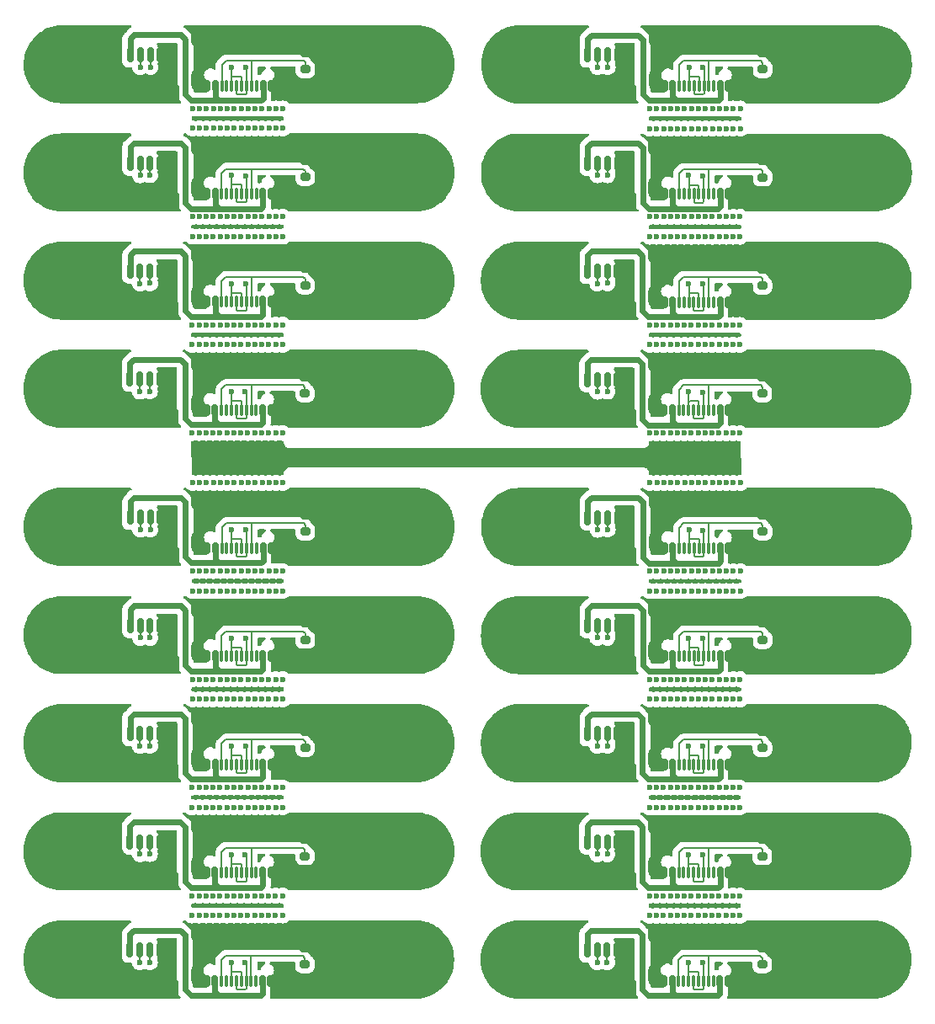
<source format=gbr>
%TF.GenerationSoftware,KiCad,Pcbnew,8.99.0-1678-gcd3e85b0b3*%
%TF.CreationDate,2024-07-13T23:24:54+07:00*%
%TF.ProjectId,dtb,6474622e-6b69-4636-9164-5f7063625858,rev?*%
%TF.SameCoordinates,Original*%
%TF.FileFunction,Copper,L1,Top*%
%TF.FilePolarity,Positive*%
%FSLAX46Y46*%
G04 Gerber Fmt 4.6, Leading zero omitted, Abs format (unit mm)*
G04 Created by KiCad (PCBNEW 8.99.0-1678-gcd3e85b0b3) date 2024-07-13 23:24:54*
%MOMM*%
%LPD*%
G01*
G04 APERTURE LIST*
G04 Aperture macros list*
%AMRoundRect*
0 Rectangle with rounded corners*
0 $1 Rounding radius*
0 $2 $3 $4 $5 $6 $7 $8 $9 X,Y pos of 4 corners*
0 Add a 4 corners polygon primitive as box body*
4,1,4,$2,$3,$4,$5,$6,$7,$8,$9,$2,$3,0*
0 Add four circle primitives for the rounded corners*
1,1,$1+$1,$2,$3*
1,1,$1+$1,$4,$5*
1,1,$1+$1,$6,$7*
1,1,$1+$1,$8,$9*
0 Add four rect primitives between the rounded corners*
20,1,$1+$1,$2,$3,$4,$5,0*
20,1,$1+$1,$4,$5,$6,$7,0*
20,1,$1+$1,$6,$7,$8,$9,0*
20,1,$1+$1,$8,$9,$2,$3,0*%
G04 Aperture macros list end*
%TA.AperFunction,SMDPad,CuDef*%
%ADD10RoundRect,0.150000X-0.150000X-0.625000X0.150000X-0.625000X0.150000X0.625000X-0.150000X0.625000X0*%
%TD*%
%TA.AperFunction,SMDPad,CuDef*%
%ADD11RoundRect,0.250000X-0.350000X-0.650000X0.350000X-0.650000X0.350000X0.650000X-0.350000X0.650000X0*%
%TD*%
%TA.AperFunction,SMDPad,CuDef*%
%ADD12RoundRect,0.200000X0.275000X-0.200000X0.275000X0.200000X-0.275000X0.200000X-0.275000X-0.200000X0*%
%TD*%
%TA.AperFunction,SMDPad,CuDef*%
%ADD13RoundRect,0.150000X0.150000X0.425000X-0.150000X0.425000X-0.150000X-0.425000X0.150000X-0.425000X0*%
%TD*%
%TA.AperFunction,SMDPad,CuDef*%
%ADD14RoundRect,0.075000X0.075000X0.500000X-0.075000X0.500000X-0.075000X-0.500000X0.075000X-0.500000X0*%
%TD*%
%TA.AperFunction,ComponentPad*%
%ADD15O,1.000000X2.100000*%
%TD*%
%TA.AperFunction,ComponentPad*%
%ADD16O,1.000000X1.800000*%
%TD*%
%TA.AperFunction,ComponentPad*%
%ADD17C,5.000000*%
%TD*%
%TA.AperFunction,ViaPad*%
%ADD18C,0.600000*%
%TD*%
%TA.AperFunction,Conductor*%
%ADD19C,0.200000*%
%TD*%
%TA.AperFunction,Conductor*%
%ADD20C,0.600000*%
%TD*%
G04 APERTURE END LIST*
D10*
%TO.P,J2,1,Pin_1*%
%TO.N,+5V*%
X237225453Y-129159266D03*
%TO.P,J2,2,Pin_2*%
%TO.N,D-*%
X238225453Y-129159266D03*
%TO.P,J2,3,Pin_3*%
%TO.N,D+*%
X239225453Y-129159266D03*
D11*
%TO.P,J2,4,Pin_4*%
%TO.N,GND*%
X235925453Y-133034266D03*
D10*
X240225453Y-129159266D03*
D11*
X241525453Y-133034266D03*
%TD*%
D12*
%TO.P,R1,1*%
%TO.N,Net-(J1-CC1)*%
X254835453Y-130594266D03*
%TO.P,R1,2*%
%TO.N,GND*%
X254835453Y-128944266D03*
%TD*%
D13*
%TO.P,J1,A1,GND*%
%TO.N,GND*%
X251363655Y-143119206D03*
%TO.P,J1,A4,VBUS*%
%TO.N,+5V*%
X250563655Y-143119206D03*
D14*
%TO.P,J1,A5,CC1*%
%TO.N,Net-(J1-CC1)*%
X249413655Y-143119206D03*
%TO.P,J1,A6,D+*%
%TO.N,D+*%
X248413655Y-143119206D03*
%TO.P,J1,A7,D-*%
%TO.N,D-*%
X247913655Y-143119206D03*
%TO.P,J1,A8*%
%TO.N,N/C*%
X246913655Y-143119206D03*
D13*
%TO.P,J1,A9,VBUS*%
%TO.N,+5V*%
X245763655Y-143119206D03*
%TO.P,J1,A12,GND*%
%TO.N,GND*%
X244963655Y-143119206D03*
%TO.P,J1,B1,GND*%
X244963655Y-143119206D03*
%TO.P,J1,B4,VBUS*%
%TO.N,+5V*%
X245763655Y-143119206D03*
D14*
%TO.P,J1,B5,CC2*%
%TO.N,Net-(J1-CC1)*%
X246413655Y-143119206D03*
%TO.P,J1,B6,D+*%
%TO.N,D+*%
X247413655Y-143119206D03*
%TO.P,J1,B7,D-*%
%TO.N,D-*%
X248913655Y-143119206D03*
%TO.P,J1,B8*%
%TO.N,N/C*%
X249913655Y-143119206D03*
D13*
%TO.P,J1,B9,VBUS*%
%TO.N,+5V*%
X250563655Y-143119206D03*
%TO.P,J1,B12,GND*%
%TO.N,GND*%
X251363655Y-143119206D03*
D15*
%TO.P,J1,S1,SHIELD*%
X252483655Y-142544206D03*
D16*
X252483655Y-138364206D03*
D15*
X243843655Y-142544206D03*
D16*
X243843655Y-138364206D03*
%TD*%
D10*
%TO.P,J2,1,Pin_1*%
%TO.N,+5V*%
X237213655Y-140034206D03*
%TO.P,J2,2,Pin_2*%
%TO.N,D-*%
X238213655Y-140034206D03*
%TO.P,J2,3,Pin_3*%
%TO.N,D+*%
X239213655Y-140034206D03*
D11*
%TO.P,J2,4,Pin_4*%
%TO.N,GND*%
X235913655Y-143909206D03*
D10*
X240213655Y-140034206D03*
D11*
X241513655Y-143909206D03*
%TD*%
D17*
%TO.P,,1,1*%
%TO.N,GND*%
X266163107Y-140733713D03*
%TD*%
%TO.P,,1,1*%
%TO.N,GND*%
X266174905Y-129858773D03*
%TD*%
%TO.P,H1,1,1*%
%TO.N,GND*%
X230163107Y-140733713D03*
%TD*%
%TO.P,H1,1,1*%
%TO.N,GND*%
X230174905Y-129858773D03*
%TD*%
D12*
%TO.P,R1,1*%
%TO.N,Net-(J1-CC1)*%
X254823655Y-141469206D03*
%TO.P,R1,2*%
%TO.N,GND*%
X254823655Y-139819206D03*
%TD*%
D13*
%TO.P,J1,A1,GND*%
%TO.N,GND*%
X251375453Y-132244266D03*
%TO.P,J1,A4,VBUS*%
%TO.N,+5V*%
X250575453Y-132244266D03*
D14*
%TO.P,J1,A5,CC1*%
%TO.N,Net-(J1-CC1)*%
X249425453Y-132244266D03*
%TO.P,J1,A6,D+*%
%TO.N,D+*%
X248425453Y-132244266D03*
%TO.P,J1,A7,D-*%
%TO.N,D-*%
X247925453Y-132244266D03*
%TO.P,J1,A8*%
%TO.N,N/C*%
X246925453Y-132244266D03*
D13*
%TO.P,J1,A9,VBUS*%
%TO.N,+5V*%
X245775453Y-132244266D03*
%TO.P,J1,A12,GND*%
%TO.N,GND*%
X244975453Y-132244266D03*
%TO.P,J1,B1,GND*%
X244975453Y-132244266D03*
%TO.P,J1,B4,VBUS*%
%TO.N,+5V*%
X245775453Y-132244266D03*
D14*
%TO.P,J1,B5,CC2*%
%TO.N,Net-(J1-CC1)*%
X246425453Y-132244266D03*
%TO.P,J1,B6,D+*%
%TO.N,D+*%
X247425453Y-132244266D03*
%TO.P,J1,B7,D-*%
%TO.N,D-*%
X248925453Y-132244266D03*
%TO.P,J1,B8*%
%TO.N,N/C*%
X249925453Y-132244266D03*
D13*
%TO.P,J1,B9,VBUS*%
%TO.N,+5V*%
X250575453Y-132244266D03*
%TO.P,J1,B12,GND*%
%TO.N,GND*%
X251375453Y-132244266D03*
D15*
%TO.P,J1,S1,SHIELD*%
X252495453Y-131669266D03*
D16*
X252495453Y-127489266D03*
D15*
X243855453Y-131669266D03*
D16*
X243855453Y-127489266D03*
%TD*%
D17*
%TO.P,,1,1*%
%TO.N,GND*%
X266164606Y-94224820D03*
%TD*%
%TO.P,H1,1,1*%
%TO.N,GND*%
X230164606Y-94224820D03*
%TD*%
D12*
%TO.P,R1,1*%
%TO.N,Net-(J1-CC1)*%
X254825154Y-94960313D03*
%TO.P,R1,2*%
%TO.N,GND*%
X254825154Y-93310313D03*
%TD*%
D13*
%TO.P,J1,A1,GND*%
%TO.N,GND*%
X251365154Y-96610313D03*
%TO.P,J1,A4,VBUS*%
%TO.N,+5V*%
X250565154Y-96610313D03*
D14*
%TO.P,J1,A5,CC1*%
%TO.N,Net-(J1-CC1)*%
X249415154Y-96610313D03*
%TO.P,J1,A6,D+*%
%TO.N,D+*%
X248415154Y-96610313D03*
%TO.P,J1,A7,D-*%
%TO.N,D-*%
X247915154Y-96610313D03*
%TO.P,J1,A8*%
%TO.N,N/C*%
X246915154Y-96610313D03*
D13*
%TO.P,J1,A9,VBUS*%
%TO.N,+5V*%
X245765154Y-96610313D03*
%TO.P,J1,A12,GND*%
%TO.N,GND*%
X244965154Y-96610313D03*
%TO.P,J1,B1,GND*%
X244965154Y-96610313D03*
%TO.P,J1,B4,VBUS*%
%TO.N,+5V*%
X245765154Y-96610313D03*
D14*
%TO.P,J1,B5,CC2*%
%TO.N,Net-(J1-CC1)*%
X246415154Y-96610313D03*
%TO.P,J1,B6,D+*%
%TO.N,D+*%
X247415154Y-96610313D03*
%TO.P,J1,B7,D-*%
%TO.N,D-*%
X248915154Y-96610313D03*
%TO.P,J1,B8*%
%TO.N,N/C*%
X249915154Y-96610313D03*
D13*
%TO.P,J1,B9,VBUS*%
%TO.N,+5V*%
X250565154Y-96610313D03*
%TO.P,J1,B12,GND*%
%TO.N,GND*%
X251365154Y-96610313D03*
D15*
%TO.P,J1,S1,SHIELD*%
X252485154Y-96035313D03*
D16*
X252485154Y-91855313D03*
D15*
X243845154Y-96035313D03*
D16*
X243845154Y-91855313D03*
%TD*%
D10*
%TO.P,J2,1,Pin_1*%
%TO.N,+5V*%
X237215154Y-93525313D03*
%TO.P,J2,2,Pin_2*%
%TO.N,D-*%
X238215154Y-93525313D03*
%TO.P,J2,3,Pin_3*%
%TO.N,D+*%
X239215154Y-93525313D03*
D11*
%TO.P,J2,4,Pin_4*%
%TO.N,GND*%
X235915154Y-97400313D03*
D10*
X240215154Y-93525313D03*
D11*
X241515154Y-97400313D03*
%TD*%
D17*
%TO.P,,1,1*%
%TO.N,GND*%
X266176404Y-83349880D03*
%TD*%
D13*
%TO.P,J1,A1,GND*%
%TO.N,GND*%
X251376952Y-85735373D03*
%TO.P,J1,A4,VBUS*%
%TO.N,+5V*%
X250576952Y-85735373D03*
D14*
%TO.P,J1,A5,CC1*%
%TO.N,Net-(J1-CC1)*%
X249426952Y-85735373D03*
%TO.P,J1,A6,D+*%
%TO.N,D+*%
X248426952Y-85735373D03*
%TO.P,J1,A7,D-*%
%TO.N,D-*%
X247926952Y-85735373D03*
%TO.P,J1,A8*%
%TO.N,N/C*%
X246926952Y-85735373D03*
D13*
%TO.P,J1,A9,VBUS*%
%TO.N,+5V*%
X245776952Y-85735373D03*
%TO.P,J1,A12,GND*%
%TO.N,GND*%
X244976952Y-85735373D03*
%TO.P,J1,B1,GND*%
X244976952Y-85735373D03*
%TO.P,J1,B4,VBUS*%
%TO.N,+5V*%
X245776952Y-85735373D03*
D14*
%TO.P,J1,B5,CC2*%
%TO.N,Net-(J1-CC1)*%
X246426952Y-85735373D03*
%TO.P,J1,B6,D+*%
%TO.N,D+*%
X247426952Y-85735373D03*
%TO.P,J1,B7,D-*%
%TO.N,D-*%
X248926952Y-85735373D03*
%TO.P,J1,B8*%
%TO.N,N/C*%
X249926952Y-85735373D03*
D13*
%TO.P,J1,B9,VBUS*%
%TO.N,+5V*%
X250576952Y-85735373D03*
%TO.P,J1,B12,GND*%
%TO.N,GND*%
X251376952Y-85735373D03*
D15*
%TO.P,J1,S1,SHIELD*%
X252496952Y-85160373D03*
D16*
X252496952Y-80980373D03*
D15*
X243856952Y-85160373D03*
D16*
X243856952Y-80980373D03*
%TD*%
D17*
%TO.P,H1,1,1*%
%TO.N,GND*%
X230176404Y-83349880D03*
%TD*%
D10*
%TO.P,J2,1,Pin_1*%
%TO.N,+5V*%
X237226952Y-82650373D03*
%TO.P,J2,2,Pin_2*%
%TO.N,D-*%
X238226952Y-82650373D03*
%TO.P,J2,3,Pin_3*%
%TO.N,D+*%
X239226952Y-82650373D03*
D11*
%TO.P,J2,4,Pin_4*%
%TO.N,GND*%
X235926952Y-86525373D03*
D10*
X240226952Y-82650373D03*
D11*
X241526952Y-86525373D03*
%TD*%
D12*
%TO.P,R1,1*%
%TO.N,Net-(J1-CC1)*%
X254836952Y-84085373D03*
%TO.P,R1,2*%
%TO.N,GND*%
X254836952Y-82435373D03*
%TD*%
%TO.P,R1,1*%
%TO.N,Net-(J1-CC1)*%
X254848750Y-73210433D03*
%TO.P,R1,2*%
%TO.N,GND*%
X254848750Y-71560433D03*
%TD*%
D17*
%TO.P,,1,1*%
%TO.N,GND*%
X266188202Y-72474940D03*
%TD*%
D13*
%TO.P,J1,A1,GND*%
%TO.N,GND*%
X251388750Y-74860433D03*
%TO.P,J1,A4,VBUS*%
%TO.N,+5V*%
X250588750Y-74860433D03*
D14*
%TO.P,J1,A5,CC1*%
%TO.N,Net-(J1-CC1)*%
X249438750Y-74860433D03*
%TO.P,J1,A6,D+*%
%TO.N,D+*%
X248438750Y-74860433D03*
%TO.P,J1,A7,D-*%
%TO.N,D-*%
X247938750Y-74860433D03*
%TO.P,J1,A8*%
%TO.N,N/C*%
X246938750Y-74860433D03*
D13*
%TO.P,J1,A9,VBUS*%
%TO.N,+5V*%
X245788750Y-74860433D03*
%TO.P,J1,A12,GND*%
%TO.N,GND*%
X244988750Y-74860433D03*
%TO.P,J1,B1,GND*%
X244988750Y-74860433D03*
%TO.P,J1,B4,VBUS*%
%TO.N,+5V*%
X245788750Y-74860433D03*
D14*
%TO.P,J1,B5,CC2*%
%TO.N,Net-(J1-CC1)*%
X246438750Y-74860433D03*
%TO.P,J1,B6,D+*%
%TO.N,D+*%
X247438750Y-74860433D03*
%TO.P,J1,B7,D-*%
%TO.N,D-*%
X248938750Y-74860433D03*
%TO.P,J1,B8*%
%TO.N,N/C*%
X249938750Y-74860433D03*
D13*
%TO.P,J1,B9,VBUS*%
%TO.N,+5V*%
X250588750Y-74860433D03*
%TO.P,J1,B12,GND*%
%TO.N,GND*%
X251388750Y-74860433D03*
D15*
%TO.P,J1,S1,SHIELD*%
X252508750Y-74285433D03*
D16*
X252508750Y-70105433D03*
D15*
X243868750Y-74285433D03*
D16*
X243868750Y-70105433D03*
%TD*%
D17*
%TO.P,H1,1,1*%
%TO.N,GND*%
X230188202Y-72474940D03*
%TD*%
D10*
%TO.P,J2,1,Pin_1*%
%TO.N,+5V*%
X237238750Y-71775433D03*
%TO.P,J2,2,Pin_2*%
%TO.N,D-*%
X238238750Y-71775433D03*
%TO.P,J2,3,Pin_3*%
%TO.N,D+*%
X239238750Y-71775433D03*
D11*
%TO.P,J2,4,Pin_4*%
%TO.N,GND*%
X235938750Y-75650433D03*
D10*
X240238750Y-71775433D03*
D11*
X241538750Y-75650433D03*
%TD*%
D17*
%TO.P,,1,1*%
%TO.N,GND*%
X266200000Y-61600000D03*
%TD*%
D12*
%TO.P,R1,1*%
%TO.N,Net-(J1-CC1)*%
X254860548Y-62335493D03*
%TO.P,R1,2*%
%TO.N,GND*%
X254860548Y-60685493D03*
%TD*%
D13*
%TO.P,J1,A1,GND*%
%TO.N,GND*%
X251400548Y-63985493D03*
%TO.P,J1,A4,VBUS*%
%TO.N,+5V*%
X250600548Y-63985493D03*
D14*
%TO.P,J1,A5,CC1*%
%TO.N,Net-(J1-CC1)*%
X249450548Y-63985493D03*
%TO.P,J1,A6,D+*%
%TO.N,D+*%
X248450548Y-63985493D03*
%TO.P,J1,A7,D-*%
%TO.N,D-*%
X247950548Y-63985493D03*
%TO.P,J1,A8*%
%TO.N,N/C*%
X246950548Y-63985493D03*
D13*
%TO.P,J1,A9,VBUS*%
%TO.N,+5V*%
X245800548Y-63985493D03*
%TO.P,J1,A12,GND*%
%TO.N,GND*%
X245000548Y-63985493D03*
%TO.P,J1,B1,GND*%
X245000548Y-63985493D03*
%TO.P,J1,B4,VBUS*%
%TO.N,+5V*%
X245800548Y-63985493D03*
D14*
%TO.P,J1,B5,CC2*%
%TO.N,Net-(J1-CC1)*%
X246450548Y-63985493D03*
%TO.P,J1,B6,D+*%
%TO.N,D+*%
X247450548Y-63985493D03*
%TO.P,J1,B7,D-*%
%TO.N,D-*%
X248950548Y-63985493D03*
%TO.P,J1,B8*%
%TO.N,N/C*%
X249950548Y-63985493D03*
D13*
%TO.P,J1,B9,VBUS*%
%TO.N,+5V*%
X250600548Y-63985493D03*
%TO.P,J1,B12,GND*%
%TO.N,GND*%
X251400548Y-63985493D03*
D15*
%TO.P,J1,S1,SHIELD*%
X252520548Y-63410493D03*
D16*
X252520548Y-59230493D03*
D15*
X243880548Y-63410493D03*
D16*
X243880548Y-59230493D03*
%TD*%
D10*
%TO.P,J2,1,Pin_1*%
%TO.N,+5V*%
X237250548Y-60900493D03*
%TO.P,J2,2,Pin_2*%
%TO.N,D-*%
X238250548Y-60900493D03*
%TO.P,J2,3,Pin_3*%
%TO.N,D+*%
X239250548Y-60900493D03*
D11*
%TO.P,J2,4,Pin_4*%
%TO.N,GND*%
X235950548Y-64775493D03*
D10*
X240250548Y-60900493D03*
D11*
X241550548Y-64775493D03*
%TD*%
D17*
%TO.P,H1,1,1*%
%TO.N,GND*%
X230200000Y-61600000D03*
%TD*%
D10*
%TO.P,J2,1,Pin_1*%
%TO.N,+5V*%
X237237251Y-118284326D03*
%TO.P,J2,2,Pin_2*%
%TO.N,D-*%
X238237251Y-118284326D03*
%TO.P,J2,3,Pin_3*%
%TO.N,D+*%
X239237251Y-118284326D03*
D11*
%TO.P,J2,4,Pin_4*%
%TO.N,GND*%
X235937251Y-122159326D03*
D10*
X240237251Y-118284326D03*
D11*
X241537251Y-122159326D03*
%TD*%
D12*
%TO.P,R1,1*%
%TO.N,Net-(J1-CC1)*%
X254847251Y-119719326D03*
%TO.P,R1,2*%
%TO.N,GND*%
X254847251Y-118069326D03*
%TD*%
D13*
%TO.P,J1,A1,GND*%
%TO.N,GND*%
X251387251Y-121369326D03*
%TO.P,J1,A4,VBUS*%
%TO.N,+5V*%
X250587251Y-121369326D03*
D14*
%TO.P,J1,A5,CC1*%
%TO.N,Net-(J1-CC1)*%
X249437251Y-121369326D03*
%TO.P,J1,A6,D+*%
%TO.N,D+*%
X248437251Y-121369326D03*
%TO.P,J1,A7,D-*%
%TO.N,D-*%
X247937251Y-121369326D03*
%TO.P,J1,A8*%
%TO.N,N/C*%
X246937251Y-121369326D03*
D13*
%TO.P,J1,A9,VBUS*%
%TO.N,+5V*%
X245787251Y-121369326D03*
%TO.P,J1,A12,GND*%
%TO.N,GND*%
X244987251Y-121369326D03*
%TO.P,J1,B1,GND*%
X244987251Y-121369326D03*
%TO.P,J1,B4,VBUS*%
%TO.N,+5V*%
X245787251Y-121369326D03*
D14*
%TO.P,J1,B5,CC2*%
%TO.N,Net-(J1-CC1)*%
X246437251Y-121369326D03*
%TO.P,J1,B6,D+*%
%TO.N,D+*%
X247437251Y-121369326D03*
%TO.P,J1,B7,D-*%
%TO.N,D-*%
X248937251Y-121369326D03*
%TO.P,J1,B8*%
%TO.N,N/C*%
X249937251Y-121369326D03*
D13*
%TO.P,J1,B9,VBUS*%
%TO.N,+5V*%
X250587251Y-121369326D03*
%TO.P,J1,B12,GND*%
%TO.N,GND*%
X251387251Y-121369326D03*
D15*
%TO.P,J1,S1,SHIELD*%
X252507251Y-120794326D03*
D16*
X252507251Y-116614326D03*
D15*
X243867251Y-120794326D03*
D16*
X243867251Y-116614326D03*
%TD*%
D17*
%TO.P,,1,1*%
%TO.N,GND*%
X266186703Y-118983833D03*
%TD*%
%TO.P,H1,1,1*%
%TO.N,GND*%
X230186703Y-118983833D03*
%TD*%
%TO.P,,1,1*%
%TO.N,GND*%
X266198501Y-108108893D03*
%TD*%
D13*
%TO.P,J1,A1,GND*%
%TO.N,GND*%
X251399049Y-110494386D03*
%TO.P,J1,A4,VBUS*%
%TO.N,+5V*%
X250599049Y-110494386D03*
D14*
%TO.P,J1,A5,CC1*%
%TO.N,Net-(J1-CC1)*%
X249449049Y-110494386D03*
%TO.P,J1,A6,D+*%
%TO.N,D+*%
X248449049Y-110494386D03*
%TO.P,J1,A7,D-*%
%TO.N,D-*%
X247949049Y-110494386D03*
%TO.P,J1,A8*%
%TO.N,N/C*%
X246949049Y-110494386D03*
D13*
%TO.P,J1,A9,VBUS*%
%TO.N,+5V*%
X245799049Y-110494386D03*
%TO.P,J1,A12,GND*%
%TO.N,GND*%
X244999049Y-110494386D03*
%TO.P,J1,B1,GND*%
X244999049Y-110494386D03*
%TO.P,J1,B4,VBUS*%
%TO.N,+5V*%
X245799049Y-110494386D03*
D14*
%TO.P,J1,B5,CC2*%
%TO.N,Net-(J1-CC1)*%
X246449049Y-110494386D03*
%TO.P,J1,B6,D+*%
%TO.N,D+*%
X247449049Y-110494386D03*
%TO.P,J1,B7,D-*%
%TO.N,D-*%
X248949049Y-110494386D03*
%TO.P,J1,B8*%
%TO.N,N/C*%
X249949049Y-110494386D03*
D13*
%TO.P,J1,B9,VBUS*%
%TO.N,+5V*%
X250599049Y-110494386D03*
%TO.P,J1,B12,GND*%
%TO.N,GND*%
X251399049Y-110494386D03*
D15*
%TO.P,J1,S1,SHIELD*%
X252519049Y-109919386D03*
D16*
X252519049Y-105739386D03*
D15*
X243879049Y-109919386D03*
D16*
X243879049Y-105739386D03*
%TD*%
D12*
%TO.P,R1,1*%
%TO.N,Net-(J1-CC1)*%
X254859049Y-108844386D03*
%TO.P,R1,2*%
%TO.N,GND*%
X254859049Y-107194386D03*
%TD*%
D17*
%TO.P,H1,1,1*%
%TO.N,GND*%
X230198501Y-108108893D03*
%TD*%
D10*
%TO.P,J2,1,Pin_1*%
%TO.N,+5V*%
X237249049Y-107409386D03*
%TO.P,J2,2,Pin_2*%
%TO.N,D-*%
X238249049Y-107409386D03*
%TO.P,J2,3,Pin_3*%
%TO.N,D+*%
X239249049Y-107409386D03*
D11*
%TO.P,J2,4,Pin_4*%
%TO.N,GND*%
X235949049Y-111284386D03*
D10*
X240249049Y-107409386D03*
D11*
X241549049Y-111284386D03*
%TD*%
D10*
%TO.P,J2,1,Pin_1*%
%TO.N,+5V*%
X237201857Y-150909146D03*
%TO.P,J2,2,Pin_2*%
%TO.N,D-*%
X238201857Y-150909146D03*
%TO.P,J2,3,Pin_3*%
%TO.N,D+*%
X239201857Y-150909146D03*
D11*
%TO.P,J2,4,Pin_4*%
%TO.N,GND*%
X235901857Y-154784146D03*
D10*
X240201857Y-150909146D03*
D11*
X241501857Y-154784146D03*
%TD*%
D13*
%TO.P,J1,A1,GND*%
%TO.N,GND*%
X251351857Y-153994146D03*
%TO.P,J1,A4,VBUS*%
%TO.N,+5V*%
X250551857Y-153994146D03*
D14*
%TO.P,J1,A5,CC1*%
%TO.N,Net-(J1-CC1)*%
X249401857Y-153994146D03*
%TO.P,J1,A6,D+*%
%TO.N,D+*%
X248401857Y-153994146D03*
%TO.P,J1,A7,D-*%
%TO.N,D-*%
X247901857Y-153994146D03*
%TO.P,J1,A8*%
%TO.N,N/C*%
X246901857Y-153994146D03*
D13*
%TO.P,J1,A9,VBUS*%
%TO.N,+5V*%
X245751857Y-153994146D03*
%TO.P,J1,A12,GND*%
%TO.N,GND*%
X244951857Y-153994146D03*
%TO.P,J1,B1,GND*%
X244951857Y-153994146D03*
%TO.P,J1,B4,VBUS*%
%TO.N,+5V*%
X245751857Y-153994146D03*
D14*
%TO.P,J1,B5,CC2*%
%TO.N,Net-(J1-CC1)*%
X246401857Y-153994146D03*
%TO.P,J1,B6,D+*%
%TO.N,D+*%
X247401857Y-153994146D03*
%TO.P,J1,B7,D-*%
%TO.N,D-*%
X248901857Y-153994146D03*
%TO.P,J1,B8*%
%TO.N,N/C*%
X249901857Y-153994146D03*
D13*
%TO.P,J1,B9,VBUS*%
%TO.N,+5V*%
X250551857Y-153994146D03*
%TO.P,J1,B12,GND*%
%TO.N,GND*%
X251351857Y-153994146D03*
D15*
%TO.P,J1,S1,SHIELD*%
X252471857Y-153419146D03*
D16*
X252471857Y-149239146D03*
D15*
X243831857Y-153419146D03*
D16*
X243831857Y-149239146D03*
%TD*%
D12*
%TO.P,R1,1*%
%TO.N,Net-(J1-CC1)*%
X254811857Y-152344146D03*
%TO.P,R1,2*%
%TO.N,GND*%
X254811857Y-150694146D03*
%TD*%
D17*
%TO.P,H1,1,1*%
%TO.N,GND*%
X230151309Y-151608653D03*
%TD*%
%TO.P,,1,1*%
%TO.N,GND*%
X266151309Y-151608653D03*
%TD*%
%TO.P,,1,1*%
%TO.N,GND*%
X220141010Y-151600157D03*
%TD*%
D12*
%TO.P,R1,1*%
%TO.N,Net-(J1-CC1)*%
X208801558Y-152335650D03*
%TO.P,R1,2*%
%TO.N,GND*%
X208801558Y-150685650D03*
%TD*%
D17*
%TO.P,H1,1,1*%
%TO.N,GND*%
X184141010Y-151600157D03*
%TD*%
D10*
%TO.P,J2,1,Pin_1*%
%TO.N,+5V*%
X191191558Y-150900650D03*
%TO.P,J2,2,Pin_2*%
%TO.N,D-*%
X192191558Y-150900650D03*
%TO.P,J2,3,Pin_3*%
%TO.N,D+*%
X193191558Y-150900650D03*
D11*
%TO.P,J2,4,Pin_4*%
%TO.N,GND*%
X189891558Y-154775650D03*
D10*
X194191558Y-150900650D03*
D11*
X195491558Y-154775650D03*
%TD*%
D13*
%TO.P,J1,A1,GND*%
%TO.N,GND*%
X205341558Y-153985650D03*
%TO.P,J1,A4,VBUS*%
%TO.N,+5V*%
X204541558Y-153985650D03*
D14*
%TO.P,J1,A5,CC1*%
%TO.N,Net-(J1-CC1)*%
X203391558Y-153985650D03*
%TO.P,J1,A6,D+*%
%TO.N,D+*%
X202391558Y-153985650D03*
%TO.P,J1,A7,D-*%
%TO.N,D-*%
X201891558Y-153985650D03*
%TO.P,J1,A8*%
%TO.N,N/C*%
X200891558Y-153985650D03*
D13*
%TO.P,J1,A9,VBUS*%
%TO.N,+5V*%
X199741558Y-153985650D03*
%TO.P,J1,A12,GND*%
%TO.N,GND*%
X198941558Y-153985650D03*
%TO.P,J1,B1,GND*%
X198941558Y-153985650D03*
%TO.P,J1,B4,VBUS*%
%TO.N,+5V*%
X199741558Y-153985650D03*
D14*
%TO.P,J1,B5,CC2*%
%TO.N,Net-(J1-CC1)*%
X200391558Y-153985650D03*
%TO.P,J1,B6,D+*%
%TO.N,D+*%
X201391558Y-153985650D03*
%TO.P,J1,B7,D-*%
%TO.N,D-*%
X202891558Y-153985650D03*
%TO.P,J1,B8*%
%TO.N,N/C*%
X203891558Y-153985650D03*
D13*
%TO.P,J1,B9,VBUS*%
%TO.N,+5V*%
X204541558Y-153985650D03*
%TO.P,J1,B12,GND*%
%TO.N,GND*%
X205341558Y-153985650D03*
D15*
%TO.P,J1,S1,SHIELD*%
X206461558Y-153410650D03*
D16*
X206461558Y-149230650D03*
D15*
X197821558Y-153410650D03*
D16*
X197821558Y-149230650D03*
%TD*%
D17*
%TO.P,,1,1*%
%TO.N,GND*%
X220152808Y-140725217D03*
%TD*%
D12*
%TO.P,R1,1*%
%TO.N,Net-(J1-CC1)*%
X208813356Y-141460710D03*
%TO.P,R1,2*%
%TO.N,GND*%
X208813356Y-139810710D03*
%TD*%
D17*
%TO.P,H1,1,1*%
%TO.N,GND*%
X184152808Y-140725217D03*
%TD*%
D10*
%TO.P,J2,1,Pin_1*%
%TO.N,+5V*%
X191203356Y-140025710D03*
%TO.P,J2,2,Pin_2*%
%TO.N,D-*%
X192203356Y-140025710D03*
%TO.P,J2,3,Pin_3*%
%TO.N,D+*%
X193203356Y-140025710D03*
D11*
%TO.P,J2,4,Pin_4*%
%TO.N,GND*%
X189903356Y-143900710D03*
D10*
X194203356Y-140025710D03*
D11*
X195503356Y-143900710D03*
%TD*%
D13*
%TO.P,J1,A1,GND*%
%TO.N,GND*%
X205353356Y-143110710D03*
%TO.P,J1,A4,VBUS*%
%TO.N,+5V*%
X204553356Y-143110710D03*
D14*
%TO.P,J1,A5,CC1*%
%TO.N,Net-(J1-CC1)*%
X203403356Y-143110710D03*
%TO.P,J1,A6,D+*%
%TO.N,D+*%
X202403356Y-143110710D03*
%TO.P,J1,A7,D-*%
%TO.N,D-*%
X201903356Y-143110710D03*
%TO.P,J1,A8*%
%TO.N,N/C*%
X200903356Y-143110710D03*
D13*
%TO.P,J1,A9,VBUS*%
%TO.N,+5V*%
X199753356Y-143110710D03*
%TO.P,J1,A12,GND*%
%TO.N,GND*%
X198953356Y-143110710D03*
%TO.P,J1,B1,GND*%
X198953356Y-143110710D03*
%TO.P,J1,B4,VBUS*%
%TO.N,+5V*%
X199753356Y-143110710D03*
D14*
%TO.P,J1,B5,CC2*%
%TO.N,Net-(J1-CC1)*%
X200403356Y-143110710D03*
%TO.P,J1,B6,D+*%
%TO.N,D+*%
X201403356Y-143110710D03*
%TO.P,J1,B7,D-*%
%TO.N,D-*%
X202903356Y-143110710D03*
%TO.P,J1,B8*%
%TO.N,N/C*%
X203903356Y-143110710D03*
D13*
%TO.P,J1,B9,VBUS*%
%TO.N,+5V*%
X204553356Y-143110710D03*
%TO.P,J1,B12,GND*%
%TO.N,GND*%
X205353356Y-143110710D03*
D15*
%TO.P,J1,S1,SHIELD*%
X206473356Y-142535710D03*
D16*
X206473356Y-138355710D03*
D15*
X197833356Y-142535710D03*
D16*
X197833356Y-138355710D03*
%TD*%
D17*
%TO.P,,1,1*%
%TO.N,GND*%
X220164606Y-129850277D03*
%TD*%
D12*
%TO.P,R1,1*%
%TO.N,Net-(J1-CC1)*%
X208825154Y-130585770D03*
%TO.P,R1,2*%
%TO.N,GND*%
X208825154Y-128935770D03*
%TD*%
D17*
%TO.P,H1,1,1*%
%TO.N,GND*%
X184164606Y-129850277D03*
%TD*%
D10*
%TO.P,J2,1,Pin_1*%
%TO.N,+5V*%
X191215154Y-129150770D03*
%TO.P,J2,2,Pin_2*%
%TO.N,D-*%
X192215154Y-129150770D03*
%TO.P,J2,3,Pin_3*%
%TO.N,D+*%
X193215154Y-129150770D03*
D11*
%TO.P,J2,4,Pin_4*%
%TO.N,GND*%
X189915154Y-133025770D03*
D10*
X194215154Y-129150770D03*
D11*
X195515154Y-133025770D03*
%TD*%
D13*
%TO.P,J1,A1,GND*%
%TO.N,GND*%
X205365154Y-132235770D03*
%TO.P,J1,A4,VBUS*%
%TO.N,+5V*%
X204565154Y-132235770D03*
D14*
%TO.P,J1,A5,CC1*%
%TO.N,Net-(J1-CC1)*%
X203415154Y-132235770D03*
%TO.P,J1,A6,D+*%
%TO.N,D+*%
X202415154Y-132235770D03*
%TO.P,J1,A7,D-*%
%TO.N,D-*%
X201915154Y-132235770D03*
%TO.P,J1,A8*%
%TO.N,N/C*%
X200915154Y-132235770D03*
D13*
%TO.P,J1,A9,VBUS*%
%TO.N,+5V*%
X199765154Y-132235770D03*
%TO.P,J1,A12,GND*%
%TO.N,GND*%
X198965154Y-132235770D03*
%TO.P,J1,B1,GND*%
X198965154Y-132235770D03*
%TO.P,J1,B4,VBUS*%
%TO.N,+5V*%
X199765154Y-132235770D03*
D14*
%TO.P,J1,B5,CC2*%
%TO.N,Net-(J1-CC1)*%
X200415154Y-132235770D03*
%TO.P,J1,B6,D+*%
%TO.N,D+*%
X201415154Y-132235770D03*
%TO.P,J1,B7,D-*%
%TO.N,D-*%
X202915154Y-132235770D03*
%TO.P,J1,B8*%
%TO.N,N/C*%
X203915154Y-132235770D03*
D13*
%TO.P,J1,B9,VBUS*%
%TO.N,+5V*%
X204565154Y-132235770D03*
%TO.P,J1,B12,GND*%
%TO.N,GND*%
X205365154Y-132235770D03*
D15*
%TO.P,J1,S1,SHIELD*%
X206485154Y-131660770D03*
D16*
X206485154Y-127480770D03*
D15*
X197845154Y-131660770D03*
D16*
X197845154Y-127480770D03*
%TD*%
D17*
%TO.P,,1,1*%
%TO.N,GND*%
X220176404Y-118975337D03*
%TD*%
D12*
%TO.P,R1,1*%
%TO.N,Net-(J1-CC1)*%
X208836952Y-119710830D03*
%TO.P,R1,2*%
%TO.N,GND*%
X208836952Y-118060830D03*
%TD*%
D17*
%TO.P,H1,1,1*%
%TO.N,GND*%
X184176404Y-118975337D03*
%TD*%
D10*
%TO.P,J2,1,Pin_1*%
%TO.N,+5V*%
X191226952Y-118275830D03*
%TO.P,J2,2,Pin_2*%
%TO.N,D-*%
X192226952Y-118275830D03*
%TO.P,J2,3,Pin_3*%
%TO.N,D+*%
X193226952Y-118275830D03*
D11*
%TO.P,J2,4,Pin_4*%
%TO.N,GND*%
X189926952Y-122150830D03*
D10*
X194226952Y-118275830D03*
D11*
X195526952Y-122150830D03*
%TD*%
D13*
%TO.P,J1,A1,GND*%
%TO.N,GND*%
X205376952Y-121360830D03*
%TO.P,J1,A4,VBUS*%
%TO.N,+5V*%
X204576952Y-121360830D03*
D14*
%TO.P,J1,A5,CC1*%
%TO.N,Net-(J1-CC1)*%
X203426952Y-121360830D03*
%TO.P,J1,A6,D+*%
%TO.N,D+*%
X202426952Y-121360830D03*
%TO.P,J1,A7,D-*%
%TO.N,D-*%
X201926952Y-121360830D03*
%TO.P,J1,A8*%
%TO.N,N/C*%
X200926952Y-121360830D03*
D13*
%TO.P,J1,A9,VBUS*%
%TO.N,+5V*%
X199776952Y-121360830D03*
%TO.P,J1,A12,GND*%
%TO.N,GND*%
X198976952Y-121360830D03*
%TO.P,J1,B1,GND*%
X198976952Y-121360830D03*
%TO.P,J1,B4,VBUS*%
%TO.N,+5V*%
X199776952Y-121360830D03*
D14*
%TO.P,J1,B5,CC2*%
%TO.N,Net-(J1-CC1)*%
X200426952Y-121360830D03*
%TO.P,J1,B6,D+*%
%TO.N,D+*%
X201426952Y-121360830D03*
%TO.P,J1,B7,D-*%
%TO.N,D-*%
X202926952Y-121360830D03*
%TO.P,J1,B8*%
%TO.N,N/C*%
X203926952Y-121360830D03*
D13*
%TO.P,J1,B9,VBUS*%
%TO.N,+5V*%
X204576952Y-121360830D03*
%TO.P,J1,B12,GND*%
%TO.N,GND*%
X205376952Y-121360830D03*
D15*
%TO.P,J1,S1,SHIELD*%
X206496952Y-120785830D03*
D16*
X206496952Y-116605830D03*
D15*
X197856952Y-120785830D03*
D16*
X197856952Y-116605830D03*
%TD*%
D10*
%TO.P,J2,1,Pin_1*%
%TO.N,+5V*%
X191238750Y-107400890D03*
%TO.P,J2,2,Pin_2*%
%TO.N,D-*%
X192238750Y-107400890D03*
%TO.P,J2,3,Pin_3*%
%TO.N,D+*%
X193238750Y-107400890D03*
D11*
%TO.P,J2,4,Pin_4*%
%TO.N,GND*%
X189938750Y-111275890D03*
D10*
X194238750Y-107400890D03*
D11*
X195538750Y-111275890D03*
%TD*%
D17*
%TO.P,H1,1,1*%
%TO.N,GND*%
X184188202Y-108100397D03*
%TD*%
D12*
%TO.P,R1,1*%
%TO.N,Net-(J1-CC1)*%
X208848750Y-108835890D03*
%TO.P,R1,2*%
%TO.N,GND*%
X208848750Y-107185890D03*
%TD*%
D13*
%TO.P,J1,A1,GND*%
%TO.N,GND*%
X205388750Y-110485890D03*
%TO.P,J1,A4,VBUS*%
%TO.N,+5V*%
X204588750Y-110485890D03*
D14*
%TO.P,J1,A5,CC1*%
%TO.N,Net-(J1-CC1)*%
X203438750Y-110485890D03*
%TO.P,J1,A6,D+*%
%TO.N,D+*%
X202438750Y-110485890D03*
%TO.P,J1,A7,D-*%
%TO.N,D-*%
X201938750Y-110485890D03*
%TO.P,J1,A8*%
%TO.N,N/C*%
X200938750Y-110485890D03*
D13*
%TO.P,J1,A9,VBUS*%
%TO.N,+5V*%
X199788750Y-110485890D03*
%TO.P,J1,A12,GND*%
%TO.N,GND*%
X198988750Y-110485890D03*
%TO.P,J1,B1,GND*%
X198988750Y-110485890D03*
%TO.P,J1,B4,VBUS*%
%TO.N,+5V*%
X199788750Y-110485890D03*
D14*
%TO.P,J1,B5,CC2*%
%TO.N,Net-(J1-CC1)*%
X200438750Y-110485890D03*
%TO.P,J1,B6,D+*%
%TO.N,D+*%
X201438750Y-110485890D03*
%TO.P,J1,B7,D-*%
%TO.N,D-*%
X202938750Y-110485890D03*
%TO.P,J1,B8*%
%TO.N,N/C*%
X203938750Y-110485890D03*
D13*
%TO.P,J1,B9,VBUS*%
%TO.N,+5V*%
X204588750Y-110485890D03*
%TO.P,J1,B12,GND*%
%TO.N,GND*%
X205388750Y-110485890D03*
D15*
%TO.P,J1,S1,SHIELD*%
X206508750Y-109910890D03*
D16*
X206508750Y-105730890D03*
D15*
X197868750Y-109910890D03*
D16*
X197868750Y-105730890D03*
%TD*%
D17*
%TO.P,,1,1*%
%TO.N,GND*%
X220188202Y-108100397D03*
%TD*%
D12*
%TO.P,R1,1*%
%TO.N,Net-(J1-CC1)*%
X208814855Y-94951817D03*
%TO.P,R1,2*%
%TO.N,GND*%
X208814855Y-93301817D03*
%TD*%
D17*
%TO.P,,1,1*%
%TO.N,GND*%
X220154307Y-94216324D03*
%TD*%
D13*
%TO.P,J1,A1,GND*%
%TO.N,GND*%
X205354855Y-96601817D03*
%TO.P,J1,A4,VBUS*%
%TO.N,+5V*%
X204554855Y-96601817D03*
D14*
%TO.P,J1,A5,CC1*%
%TO.N,Net-(J1-CC1)*%
X203404855Y-96601817D03*
%TO.P,J1,A6,D+*%
%TO.N,D+*%
X202404855Y-96601817D03*
%TO.P,J1,A7,D-*%
%TO.N,D-*%
X201904855Y-96601817D03*
%TO.P,J1,A8*%
%TO.N,N/C*%
X200904855Y-96601817D03*
D13*
%TO.P,J1,A9,VBUS*%
%TO.N,+5V*%
X199754855Y-96601817D03*
%TO.P,J1,A12,GND*%
%TO.N,GND*%
X198954855Y-96601817D03*
%TO.P,J1,B1,GND*%
X198954855Y-96601817D03*
%TO.P,J1,B4,VBUS*%
%TO.N,+5V*%
X199754855Y-96601817D03*
D14*
%TO.P,J1,B5,CC2*%
%TO.N,Net-(J1-CC1)*%
X200404855Y-96601817D03*
%TO.P,J1,B6,D+*%
%TO.N,D+*%
X201404855Y-96601817D03*
%TO.P,J1,B7,D-*%
%TO.N,D-*%
X202904855Y-96601817D03*
%TO.P,J1,B8*%
%TO.N,N/C*%
X203904855Y-96601817D03*
D13*
%TO.P,J1,B9,VBUS*%
%TO.N,+5V*%
X204554855Y-96601817D03*
%TO.P,J1,B12,GND*%
%TO.N,GND*%
X205354855Y-96601817D03*
D15*
%TO.P,J1,S1,SHIELD*%
X206474855Y-96026817D03*
D16*
X206474855Y-91846817D03*
D15*
X197834855Y-96026817D03*
D16*
X197834855Y-91846817D03*
%TD*%
D17*
%TO.P,H1,1,1*%
%TO.N,GND*%
X184154307Y-94216324D03*
%TD*%
D10*
%TO.P,J2,1,Pin_1*%
%TO.N,+5V*%
X191204855Y-93516817D03*
%TO.P,J2,2,Pin_2*%
%TO.N,D-*%
X192204855Y-93516817D03*
%TO.P,J2,3,Pin_3*%
%TO.N,D+*%
X193204855Y-93516817D03*
D11*
%TO.P,J2,4,Pin_4*%
%TO.N,GND*%
X189904855Y-97391817D03*
D10*
X194204855Y-93516817D03*
D11*
X195504855Y-97391817D03*
%TD*%
D12*
%TO.P,R1,1*%
%TO.N,Net-(J1-CC1)*%
X208826653Y-84076877D03*
%TO.P,R1,2*%
%TO.N,GND*%
X208826653Y-82426877D03*
%TD*%
D17*
%TO.P,,1,1*%
%TO.N,GND*%
X220166105Y-83341384D03*
%TD*%
D13*
%TO.P,J1,A1,GND*%
%TO.N,GND*%
X205366653Y-85726877D03*
%TO.P,J1,A4,VBUS*%
%TO.N,+5V*%
X204566653Y-85726877D03*
D14*
%TO.P,J1,A5,CC1*%
%TO.N,Net-(J1-CC1)*%
X203416653Y-85726877D03*
%TO.P,J1,A6,D+*%
%TO.N,D+*%
X202416653Y-85726877D03*
%TO.P,J1,A7,D-*%
%TO.N,D-*%
X201916653Y-85726877D03*
%TO.P,J1,A8*%
%TO.N,N/C*%
X200916653Y-85726877D03*
D13*
%TO.P,J1,A9,VBUS*%
%TO.N,+5V*%
X199766653Y-85726877D03*
%TO.P,J1,A12,GND*%
%TO.N,GND*%
X198966653Y-85726877D03*
%TO.P,J1,B1,GND*%
X198966653Y-85726877D03*
%TO.P,J1,B4,VBUS*%
%TO.N,+5V*%
X199766653Y-85726877D03*
D14*
%TO.P,J1,B5,CC2*%
%TO.N,Net-(J1-CC1)*%
X200416653Y-85726877D03*
%TO.P,J1,B6,D+*%
%TO.N,D+*%
X201416653Y-85726877D03*
%TO.P,J1,B7,D-*%
%TO.N,D-*%
X202916653Y-85726877D03*
%TO.P,J1,B8*%
%TO.N,N/C*%
X203916653Y-85726877D03*
D13*
%TO.P,J1,B9,VBUS*%
%TO.N,+5V*%
X204566653Y-85726877D03*
%TO.P,J1,B12,GND*%
%TO.N,GND*%
X205366653Y-85726877D03*
D15*
%TO.P,J1,S1,SHIELD*%
X206486653Y-85151877D03*
D16*
X206486653Y-80971877D03*
D15*
X197846653Y-85151877D03*
D16*
X197846653Y-80971877D03*
%TD*%
D17*
%TO.P,H1,1,1*%
%TO.N,GND*%
X184166105Y-83341384D03*
%TD*%
D10*
%TO.P,J2,1,Pin_1*%
%TO.N,+5V*%
X191216653Y-82641877D03*
%TO.P,J2,2,Pin_2*%
%TO.N,D-*%
X192216653Y-82641877D03*
%TO.P,J2,3,Pin_3*%
%TO.N,D+*%
X193216653Y-82641877D03*
D11*
%TO.P,J2,4,Pin_4*%
%TO.N,GND*%
X189916653Y-86516877D03*
D10*
X194216653Y-82641877D03*
D11*
X195516653Y-86516877D03*
%TD*%
D17*
%TO.P,H1,1,1*%
%TO.N,GND*%
X184189701Y-61591504D03*
%TD*%
D11*
%TO.P,J2,4,Pin_4*%
%TO.N,GND*%
X195540249Y-64766997D03*
X189940249Y-64766997D03*
D10*
X194240249Y-60891997D03*
%TO.P,J2,3,Pin_3*%
%TO.N,D+*%
X193240249Y-60891997D03*
%TO.P,J2,2,Pin_2*%
%TO.N,D-*%
X192240249Y-60891997D03*
%TO.P,J2,1,Pin_1*%
%TO.N,+5V*%
X191240249Y-60891997D03*
%TD*%
D13*
%TO.P,J1,A1,GND*%
%TO.N,GND*%
X205390249Y-63976997D03*
%TO.P,J1,A4,VBUS*%
%TO.N,+5V*%
X204590249Y-63976997D03*
D14*
%TO.P,J1,A5,CC1*%
%TO.N,Net-(J1-CC1)*%
X203440249Y-63976997D03*
%TO.P,J1,A6,D+*%
%TO.N,D+*%
X202440249Y-63976997D03*
%TO.P,J1,A7,D-*%
%TO.N,D-*%
X201940249Y-63976997D03*
%TO.P,J1,A8*%
%TO.N,N/C*%
X200940249Y-63976997D03*
D13*
%TO.P,J1,A9,VBUS*%
%TO.N,+5V*%
X199790249Y-63976997D03*
%TO.P,J1,A12,GND*%
%TO.N,GND*%
X198990249Y-63976997D03*
%TO.P,J1,B1,GND*%
X198990249Y-63976997D03*
%TO.P,J1,B4,VBUS*%
%TO.N,+5V*%
X199790249Y-63976997D03*
D14*
%TO.P,J1,B5,CC2*%
%TO.N,Net-(J1-CC1)*%
X200440249Y-63976997D03*
%TO.P,J1,B6,D+*%
%TO.N,D+*%
X201440249Y-63976997D03*
%TO.P,J1,B7,D-*%
%TO.N,D-*%
X202940249Y-63976997D03*
%TO.P,J1,B8*%
%TO.N,N/C*%
X203940249Y-63976997D03*
D13*
%TO.P,J1,B9,VBUS*%
%TO.N,+5V*%
X204590249Y-63976997D03*
%TO.P,J1,B12,GND*%
%TO.N,GND*%
X205390249Y-63976997D03*
D15*
%TO.P,J1,S1,SHIELD*%
X206510249Y-63401997D03*
D16*
X206510249Y-59221997D03*
D15*
X197870249Y-63401997D03*
D16*
X197870249Y-59221997D03*
%TD*%
D12*
%TO.P,R1,2*%
%TO.N,GND*%
X208850249Y-60676997D03*
%TO.P,R1,1*%
%TO.N,Net-(J1-CC1)*%
X208850249Y-62326997D03*
%TD*%
D17*
%TO.P,,1,1*%
%TO.N,GND*%
X220189701Y-61591504D03*
%TD*%
D11*
%TO.P,J2,4,Pin_4*%
%TO.N,GND*%
X195528451Y-75641937D03*
D10*
X194228451Y-71766937D03*
D11*
X189928451Y-75641937D03*
D10*
%TO.P,J2,3,Pin_3*%
%TO.N,D+*%
X193228451Y-71766937D03*
%TO.P,J2,2,Pin_2*%
%TO.N,D-*%
X192228451Y-71766937D03*
%TO.P,J2,1,Pin_1*%
%TO.N,+5V*%
X191228451Y-71766937D03*
%TD*%
D17*
%TO.P,H1,1,1*%
%TO.N,GND*%
X184177903Y-72466444D03*
%TD*%
D16*
%TO.P,J1,S1,SHIELD*%
%TO.N,GND*%
X197858451Y-70096937D03*
D15*
X197858451Y-74276937D03*
D16*
X206498451Y-70096937D03*
D15*
X206498451Y-74276937D03*
D13*
%TO.P,J1,B12,GND*%
X205378451Y-74851937D03*
%TO.P,J1,B9,VBUS*%
%TO.N,+5V*%
X204578451Y-74851937D03*
D14*
%TO.P,J1,B8*%
%TO.N,N/C*%
X203928451Y-74851937D03*
%TO.P,J1,B7,D-*%
%TO.N,D-*%
X202928451Y-74851937D03*
%TO.P,J1,B6,D+*%
%TO.N,D+*%
X201428451Y-74851937D03*
%TO.P,J1,B5,CC2*%
%TO.N,Net-(J1-CC1)*%
X200428451Y-74851937D03*
D13*
%TO.P,J1,B4,VBUS*%
%TO.N,+5V*%
X199778451Y-74851937D03*
%TO.P,J1,B1,GND*%
%TO.N,GND*%
X198978451Y-74851937D03*
%TO.P,J1,A12,GND*%
X198978451Y-74851937D03*
%TO.P,J1,A9,VBUS*%
%TO.N,+5V*%
X199778451Y-74851937D03*
D14*
%TO.P,J1,A8*%
%TO.N,N/C*%
X200928451Y-74851937D03*
%TO.P,J1,A7,D-*%
%TO.N,D-*%
X201928451Y-74851937D03*
%TO.P,J1,A6,D+*%
%TO.N,D+*%
X202428451Y-74851937D03*
%TO.P,J1,A5,CC1*%
%TO.N,Net-(J1-CC1)*%
X203428451Y-74851937D03*
D13*
%TO.P,J1,A4,VBUS*%
%TO.N,+5V*%
X204578451Y-74851937D03*
%TO.P,J1,A1,GND*%
%TO.N,GND*%
X205378451Y-74851937D03*
%TD*%
D17*
%TO.P,,1,1*%
%TO.N,GND*%
X220177903Y-72466444D03*
%TD*%
D12*
%TO.P,R1,2*%
%TO.N,GND*%
X208838451Y-71551937D03*
%TO.P,R1,1*%
%TO.N,Net-(J1-CC1)*%
X208838451Y-73201937D03*
%TD*%
D18*
%TO.N,*%
X252564606Y-98924820D03*
X249064606Y-98924820D03*
X246964606Y-98924820D03*
X251864606Y-98924820D03*
X248364606Y-98924820D03*
X246264606Y-98924820D03*
X250464606Y-98924820D03*
%TO.N,D-*%
X248815154Y-94794820D03*
%TO.N,*%
X244164606Y-98924820D03*
X245564606Y-98924820D03*
X247664606Y-98924820D03*
X244864606Y-98924820D03*
X243464606Y-98924820D03*
%TO.N,D-*%
X238214606Y-94754820D03*
%TO.N,*%
X251164606Y-98924820D03*
X249764606Y-98924820D03*
%TO.N,D+*%
X239224606Y-94744820D03*
X247394606Y-94774820D03*
%TO.N,*%
X246276404Y-90049880D03*
X251876404Y-90049880D03*
X243476404Y-90049880D03*
X251176404Y-90049880D03*
X250476404Y-90049880D03*
X248376404Y-90049880D03*
X252576404Y-90049880D03*
X245576404Y-90049880D03*
X246976404Y-90049880D03*
X249076404Y-90049880D03*
X244176404Y-90049880D03*
X244876404Y-90049880D03*
X249776404Y-90049880D03*
X247676404Y-90049880D03*
X246263107Y-147433713D03*
X249763107Y-147433713D03*
X249063107Y-147433713D03*
X244163107Y-147433713D03*
X245563107Y-147433713D03*
X250463107Y-147433713D03*
X244863107Y-147433713D03*
%TO.N,D-*%
X248801857Y-152178653D03*
%TO.N,*%
X246963107Y-147433713D03*
X251163107Y-147433713D03*
X251863107Y-147433713D03*
%TO.N,D-*%
X238201309Y-152138653D03*
%TO.N,D+*%
X247381309Y-152158653D03*
%TO.N,*%
X252563107Y-147433713D03*
X243463107Y-147433713D03*
X247663107Y-147433713D03*
X248363107Y-147433713D03*
%TO.N,D+*%
X239211309Y-152128653D03*
%TO.N,*%
X250498501Y-114808893D03*
X244898501Y-114808893D03*
X252598501Y-114808893D03*
X249086703Y-123683833D03*
%TO.N,D+*%
X247416703Y-119533833D03*
%TO.N,*%
X249786703Y-123683833D03*
X246998501Y-114808893D03*
X243498501Y-114808893D03*
%TO.N,D-*%
X238236703Y-119513833D03*
%TO.N,*%
X243486703Y-123683833D03*
X247686703Y-123683833D03*
X246298501Y-114808893D03*
%TO.N,D-*%
X248837251Y-119553833D03*
%TO.N,D+*%
X239246703Y-119503833D03*
%TO.N,*%
X250486703Y-123683833D03*
X245586703Y-123683833D03*
X252586703Y-123683833D03*
X249098501Y-114808893D03*
X244186703Y-123683833D03*
X247698501Y-114808893D03*
X246286703Y-123683833D03*
X248398501Y-114808893D03*
X251198501Y-114808893D03*
X244198501Y-114808893D03*
X251886703Y-123683833D03*
X248386703Y-123683833D03*
X251898501Y-114808893D03*
X246986703Y-123683833D03*
X251186703Y-123683833D03*
X244886703Y-123683833D03*
X245598501Y-114808893D03*
X249798501Y-114808893D03*
X250474905Y-136558773D03*
X244863107Y-145433713D03*
X246274905Y-136558773D03*
X252563107Y-145433713D03*
X244174905Y-136558773D03*
X244874905Y-136558773D03*
X245574905Y-136558773D03*
X250463107Y-145433713D03*
X244163107Y-145433713D03*
X252574905Y-136558773D03*
X249063107Y-145433713D03*
X245563107Y-145433713D03*
%TO.N,D-*%
X248813655Y-141303713D03*
%TO.N,*%
X246963107Y-145433713D03*
X249763107Y-145433713D03*
X251863107Y-145433713D03*
X248363107Y-145433713D03*
X251874905Y-136558773D03*
X243463107Y-145433713D03*
%TO.N,D+*%
X247393107Y-141283713D03*
%TO.N,*%
X251163107Y-145433713D03*
X246974905Y-136558773D03*
X243474905Y-136558773D03*
%TO.N,D-*%
X238213107Y-141263713D03*
%TO.N,*%
X249774905Y-136558773D03*
X251174905Y-136558773D03*
X249074905Y-136558773D03*
X248374905Y-136558773D03*
%TO.N,D+*%
X239223107Y-141253713D03*
%TO.N,*%
X246286703Y-125683833D03*
X244186703Y-125683833D03*
X252574905Y-134558773D03*
X245586703Y-125683833D03*
X245574905Y-134558773D03*
%TO.N,D-*%
X248825453Y-130428773D03*
%TO.N,*%
X248386703Y-125683833D03*
X251886703Y-125683833D03*
X251874905Y-134558773D03*
X248374905Y-134558773D03*
%TO.N,D-*%
X238224905Y-130388773D03*
%TO.N,D+*%
X239234905Y-130378773D03*
%TO.N,*%
X251174905Y-134558773D03*
X243474905Y-134558773D03*
X252586703Y-125683833D03*
X251186703Y-125683833D03*
X244874905Y-134558773D03*
X246974905Y-134558773D03*
%TO.N,D+*%
X247404905Y-130408773D03*
%TO.N,*%
X243486703Y-125683833D03*
X249074905Y-134558773D03*
X247674905Y-134558773D03*
X249786703Y-125683833D03*
X247686703Y-125683833D03*
X249774905Y-134558773D03*
X250474905Y-134558773D03*
X247663107Y-145433713D03*
X246263107Y-145433713D03*
X246274905Y-134558773D03*
X250486703Y-125683833D03*
X247674905Y-136558773D03*
X244174905Y-134558773D03*
X246986703Y-125683833D03*
X244886703Y-125683833D03*
X249086703Y-125683833D03*
%TO.N,D-*%
X238250000Y-62130000D03*
%TO.N,D+*%
X239260000Y-62120000D03*
X247430000Y-62150000D03*
%TO.N,D-*%
X248850548Y-62170000D03*
%TO.N,*%
X244898501Y-112808893D03*
X250510299Y-103933953D03*
X244910299Y-103933953D03*
X246310299Y-103933953D03*
X244210299Y-103933953D03*
X252610299Y-103933953D03*
X251898501Y-112808893D03*
X243498501Y-112808893D03*
X246998501Y-112808893D03*
X247010299Y-103933953D03*
X247698501Y-112808893D03*
X243510299Y-103933953D03*
X244198501Y-112808893D03*
X249810299Y-103933953D03*
X250498501Y-112808893D03*
X252598501Y-112808893D03*
X247710299Y-103933953D03*
X248398501Y-112808893D03*
X248410299Y-103933953D03*
X249798501Y-112808893D03*
X249098501Y-112808893D03*
%TO.N,D-*%
X238248501Y-108638893D03*
%TO.N,*%
X245598501Y-112808893D03*
%TO.N,D-*%
X248849049Y-108678893D03*
%TO.N,*%
X251910299Y-103933953D03*
X246298501Y-112808893D03*
X251198501Y-112808893D03*
X249110299Y-103933953D03*
%TO.N,D+*%
X247428501Y-108658893D03*
%TO.N,*%
X245610299Y-103933953D03*
%TO.N,D+*%
X239258501Y-108628893D03*
%TO.N,*%
X251210299Y-103933953D03*
X244188202Y-77174940D03*
X245588202Y-77174940D03*
X249788202Y-77174940D03*
X250488202Y-77174940D03*
X248388202Y-77174940D03*
X246988202Y-77174940D03*
X251888202Y-77174940D03*
X249088202Y-77174940D03*
X251188202Y-77174940D03*
X247688202Y-77174940D03*
X246288202Y-77174940D03*
X252588202Y-77174940D03*
X244888202Y-77174940D03*
X243488202Y-77174940D03*
X244176404Y-88049880D03*
X249776404Y-88049880D03*
X250476404Y-88049880D03*
X246288202Y-79174940D03*
X244188202Y-79174940D03*
X249088202Y-79174940D03*
X248376404Y-88049880D03*
X252576404Y-88049880D03*
%TO.N,D+*%
X247406404Y-83899880D03*
%TO.N,*%
X251888202Y-79174940D03*
X250488202Y-79174940D03*
X244888202Y-79174940D03*
X246976404Y-88049880D03*
X249076404Y-88049880D03*
X251176404Y-88049880D03*
X243476404Y-88049880D03*
%TO.N,D+*%
X239236404Y-83869880D03*
%TO.N,*%
X251876404Y-88049880D03*
%TO.N,D-*%
X248826952Y-83919880D03*
X238226404Y-83879880D03*
%TO.N,*%
X248388202Y-79174940D03*
X252588202Y-79174940D03*
X245588202Y-79174940D03*
X243488202Y-79174940D03*
X247676404Y-88049880D03*
X247688202Y-79174940D03*
X244876404Y-88049880D03*
X246988202Y-79174940D03*
X245576404Y-88049880D03*
X246276404Y-88049880D03*
X249788202Y-79174940D03*
X251188202Y-79174940D03*
%TO.N,D-*%
X248838750Y-73044940D03*
X238238202Y-73004940D03*
%TO.N,D+*%
X239248202Y-72994940D03*
X247418202Y-73024940D03*
%TO.N,*%
X246300000Y-68300000D03*
X251900000Y-68300000D03*
X243500000Y-68300000D03*
X251200000Y-68300000D03*
X250500000Y-68300000D03*
X248400000Y-68300000D03*
X252600000Y-68300000D03*
X245600000Y-68300000D03*
X247000000Y-68300000D03*
X249100000Y-68300000D03*
X250500000Y-66300000D03*
X244200000Y-68300000D03*
X248400000Y-66300000D03*
X251900000Y-66300000D03*
X252600000Y-66300000D03*
X247700000Y-66300000D03*
X245600000Y-66300000D03*
X246300000Y-66300000D03*
X247000000Y-66300000D03*
X244900000Y-66300000D03*
X244900000Y-68300000D03*
X249100000Y-66300000D03*
X243500000Y-66300000D03*
X249800000Y-68300000D03*
X244200000Y-66300000D03*
X251200000Y-66300000D03*
X247700000Y-68300000D03*
X249800000Y-66300000D03*
X200252808Y-147425217D03*
X204452808Y-147425217D03*
X198152808Y-147425217D03*
X198852808Y-147425217D03*
X199552808Y-147425217D03*
X206552808Y-147425217D03*
%TO.N,D-*%
X202791558Y-152170157D03*
%TO.N,*%
X205852808Y-147425217D03*
%TO.N,D+*%
X201371010Y-152150157D03*
%TO.N,*%
X200952808Y-147425217D03*
X197452808Y-147425217D03*
%TO.N,D-*%
X192191010Y-152130157D03*
%TO.N,*%
X203752808Y-147425217D03*
X205152808Y-147425217D03*
X203052808Y-147425217D03*
X201652808Y-147425217D03*
X202352808Y-147425217D03*
%TO.N,D+*%
X193201010Y-152120157D03*
%TO.N,*%
X200264606Y-136550277D03*
X204464606Y-136550277D03*
X198164606Y-136550277D03*
X198852808Y-145425217D03*
X198864606Y-136550277D03*
X199564606Y-136550277D03*
X204452808Y-145425217D03*
X206552808Y-145425217D03*
X198152808Y-145425217D03*
X206564606Y-136550277D03*
X203052808Y-145425217D03*
X199552808Y-145425217D03*
%TO.N,D-*%
X202803356Y-141295217D03*
%TO.N,*%
X203752808Y-145425217D03*
X205852808Y-145425217D03*
X202352808Y-145425217D03*
X205864606Y-136550277D03*
X197452808Y-145425217D03*
X200952808Y-145425217D03*
%TO.N,D+*%
X201382808Y-141275217D03*
%TO.N,*%
X205152808Y-145425217D03*
X200964606Y-136550277D03*
X197464606Y-136550277D03*
X201652808Y-145425217D03*
%TO.N,D-*%
X192202808Y-141255217D03*
%TO.N,*%
X200252808Y-145425217D03*
X203764606Y-136550277D03*
X205164606Y-136550277D03*
X203064606Y-136550277D03*
X201664606Y-136550277D03*
X202364606Y-136550277D03*
%TO.N,D+*%
X193212808Y-141245217D03*
%TO.N,*%
X200276404Y-125675337D03*
X204476404Y-125675337D03*
X198176404Y-125675337D03*
X198864606Y-134550277D03*
X198876404Y-125675337D03*
X199576404Y-125675337D03*
X204464606Y-134550277D03*
X206564606Y-134550277D03*
X198164606Y-134550277D03*
X206576404Y-125675337D03*
X203064606Y-134550277D03*
X199564606Y-134550277D03*
%TO.N,D-*%
X202815154Y-130420277D03*
%TO.N,*%
X203764606Y-134550277D03*
X205864606Y-134550277D03*
X202364606Y-134550277D03*
X205876404Y-125675337D03*
X197464606Y-134550277D03*
X200964606Y-134550277D03*
%TO.N,D+*%
X201394606Y-130400277D03*
%TO.N,*%
X205164606Y-134550277D03*
X200976404Y-125675337D03*
X197476404Y-125675337D03*
X201664606Y-134550277D03*
%TO.N,D-*%
X192214606Y-130380277D03*
%TO.N,*%
X200264606Y-134550277D03*
X203776404Y-125675337D03*
X205176404Y-125675337D03*
X203076404Y-125675337D03*
X201676404Y-125675337D03*
X202376404Y-125675337D03*
%TO.N,D+*%
X193224606Y-130370277D03*
%TO.N,*%
X200288202Y-114800397D03*
X204488202Y-114800397D03*
X198188202Y-114800397D03*
X198876404Y-123675337D03*
X198888202Y-114800397D03*
X199588202Y-114800397D03*
X204476404Y-123675337D03*
X206576404Y-123675337D03*
X198176404Y-123675337D03*
X206588202Y-114800397D03*
X203076404Y-123675337D03*
X199576404Y-123675337D03*
%TO.N,D-*%
X202826952Y-119545337D03*
%TO.N,*%
X203776404Y-123675337D03*
X205876404Y-123675337D03*
X202376404Y-123675337D03*
X205888202Y-114800397D03*
X197476404Y-123675337D03*
X200976404Y-123675337D03*
%TO.N,D+*%
X201406404Y-119525337D03*
%TO.N,*%
X205176404Y-123675337D03*
X200988202Y-114800397D03*
X197488202Y-114800397D03*
X201676404Y-123675337D03*
%TO.N,D-*%
X192226404Y-119505337D03*
%TO.N,*%
X200276404Y-123675337D03*
X203788202Y-114800397D03*
X205188202Y-114800397D03*
X203088202Y-114800397D03*
X201688202Y-114800397D03*
X202388202Y-114800397D03*
%TO.N,D+*%
X193236404Y-119495337D03*
%TO.N,*%
X205200000Y-103925457D03*
%TO.N,D+*%
X193248202Y-108620397D03*
%TO.N,*%
X199600000Y-103925457D03*
%TO.N,D+*%
X201418202Y-108650397D03*
%TO.N,*%
X203100000Y-103925457D03*
X205188202Y-112800397D03*
X200288202Y-112800397D03*
X205900000Y-103925457D03*
%TO.N,D-*%
X202838750Y-108670397D03*
%TO.N,*%
X199588202Y-112800397D03*
%TO.N,D-*%
X192238202Y-108630397D03*
%TO.N,*%
X203088202Y-112800397D03*
X203788202Y-112800397D03*
X202400000Y-103925457D03*
X202388202Y-112800397D03*
X201700000Y-103925457D03*
X206588202Y-112800397D03*
X204488202Y-112800397D03*
X203800000Y-103925457D03*
X198188202Y-112800397D03*
X197500000Y-103925457D03*
X201688202Y-112800397D03*
X201000000Y-103925457D03*
X200988202Y-112800397D03*
X197488202Y-112800397D03*
X205888202Y-112800397D03*
X206600000Y-103925457D03*
X198200000Y-103925457D03*
X200300000Y-103925457D03*
X198900000Y-103925457D03*
X204500000Y-103925457D03*
X198888202Y-112800397D03*
%TO.N,D-*%
X202804855Y-94786324D03*
X192204307Y-94746324D03*
%TO.N,D+*%
X193214307Y-94736324D03*
X201384307Y-94766324D03*
%TO.N,*%
X200266105Y-90041384D03*
X205866105Y-90041384D03*
X197466105Y-90041384D03*
X205166105Y-90041384D03*
X204466105Y-90041384D03*
X202366105Y-90041384D03*
X206566105Y-90041384D03*
X199566105Y-90041384D03*
X200966105Y-90041384D03*
X203066105Y-90041384D03*
X198166105Y-90041384D03*
X198866105Y-90041384D03*
X203766105Y-90041384D03*
X201666105Y-90041384D03*
X198166105Y-88041384D03*
X199566105Y-88041384D03*
X203766105Y-88041384D03*
X204466105Y-88041384D03*
X202366105Y-88041384D03*
X200966105Y-88041384D03*
X205866105Y-88041384D03*
X203066105Y-88041384D03*
X205166105Y-88041384D03*
X201666105Y-88041384D03*
X200266105Y-88041384D03*
X206566105Y-88041384D03*
X198866105Y-88041384D03*
X197466105Y-88041384D03*
%TO.N,D-*%
X202816653Y-83911384D03*
X192216105Y-83871384D03*
%TO.N,D+*%
X193226105Y-83861384D03*
X201396105Y-83891384D03*
%TO.N,*%
X200277903Y-79166444D03*
X205877903Y-79166444D03*
X197477903Y-79166444D03*
X205177903Y-79166444D03*
X204477903Y-79166444D03*
X202377903Y-79166444D03*
X206577903Y-79166444D03*
X199577903Y-79166444D03*
X200977903Y-79166444D03*
X203077903Y-79166444D03*
X198177903Y-79166444D03*
X198877903Y-79166444D03*
X203777903Y-79166444D03*
X201677903Y-79166444D03*
X204477903Y-77166444D03*
X202377903Y-77166444D03*
X205877903Y-77166444D03*
X206577903Y-77166444D03*
X201677903Y-77166444D03*
X199577903Y-77166444D03*
X200277903Y-77166444D03*
X200977903Y-77166444D03*
X198877903Y-77166444D03*
X203077903Y-77166444D03*
X197477903Y-77166444D03*
X198177903Y-77166444D03*
X205177903Y-77166444D03*
X203777903Y-77166444D03*
X203789701Y-66291504D03*
X201689701Y-68291504D03*
X205189701Y-66291504D03*
X198189701Y-66291504D03*
X203789701Y-68291504D03*
X197489701Y-66291504D03*
X203089701Y-66291504D03*
X198889701Y-68291504D03*
X198889701Y-66291504D03*
X200989701Y-66291504D03*
X200289701Y-66291504D03*
X199589701Y-66291504D03*
X201689701Y-66291504D03*
X206589701Y-66291504D03*
X205889701Y-66291504D03*
X202389701Y-66291504D03*
X198189701Y-68291504D03*
X204489701Y-66291504D03*
X203089701Y-68291504D03*
X200989701Y-68291504D03*
X199589701Y-68291504D03*
X206589701Y-68291504D03*
X202389701Y-68291504D03*
X204489701Y-68291504D03*
X205189701Y-68291504D03*
X197489701Y-68291504D03*
X205889701Y-68291504D03*
X200289701Y-68291504D03*
%TO.N,D+*%
X201407903Y-73016444D03*
X193237903Y-72986444D03*
%TO.N,D-*%
X192227903Y-72996444D03*
X202828451Y-73036444D03*
X202840249Y-62161504D03*
%TO.N,D+*%
X201419701Y-62141504D03*
X193249701Y-62111504D03*
%TO.N,D-*%
X192239701Y-62121504D03*
%TO.N,*%
X206554307Y-98916324D03*
X203054307Y-98916324D03*
X205854307Y-98916324D03*
X202354307Y-98916324D03*
X200254307Y-98916324D03*
X204454307Y-98916324D03*
X198854307Y-98916324D03*
X198154307Y-98916324D03*
X199554307Y-98916324D03*
X197454307Y-98916324D03*
X205154307Y-98916324D03*
X201654307Y-98916324D03*
X203754307Y-98916324D03*
X200954307Y-98916324D03*
%TD*%
D19*
%TO.N,D+*%
X239248202Y-72994940D02*
X239248202Y-71784885D01*
D20*
%TO.N,+5V*%
X242778202Y-75754940D02*
X242778202Y-70234940D01*
D19*
%TO.N,D-*%
X248938750Y-73144940D02*
X248838750Y-73044940D01*
%TO.N,Net-(J1-CC1)*%
X254648202Y-72364940D02*
X254848750Y-72565488D01*
%TO.N,D-*%
X238238202Y-71775981D02*
X238238750Y-71775433D01*
%TO.N,D+*%
X247438750Y-74860433D02*
X247438750Y-74064392D01*
%TO.N,D-*%
X248843659Y-75749483D02*
X248938750Y-75654392D01*
D20*
%TO.N,+5V*%
X242318202Y-69774940D02*
X237618202Y-69774940D01*
X237618202Y-69774940D02*
X237238750Y-70154392D01*
D19*
%TO.N,D+*%
X247438750Y-74860433D02*
X247438750Y-73045488D01*
D20*
%TO.N,+5V*%
X245788750Y-75960031D02*
X246178202Y-76349483D01*
D19*
%TO.N,D+*%
X248348202Y-73964940D02*
X248438750Y-74055488D01*
%TO.N,Net-(J1-CC1)*%
X249438750Y-74860433D02*
X249438750Y-72384392D01*
D20*
%TO.N,+5V*%
X247318202Y-76349483D02*
X243372745Y-76349483D01*
X243372745Y-76349483D02*
X242778202Y-75754940D01*
D19*
%TO.N,D+*%
X248438750Y-74055488D02*
X248438750Y-74860433D01*
%TO.N,D-*%
X238238202Y-73004940D02*
X238238202Y-71775981D01*
D20*
%TO.N,+5V*%
X250388202Y-76349483D02*
X247318202Y-76349483D01*
X247318202Y-76349483D02*
X246178202Y-76349483D01*
D19*
%TO.N,D-*%
X247938750Y-75660031D02*
X248028202Y-75749483D01*
%TO.N,D+*%
X247438750Y-73045488D02*
X247418202Y-73024940D01*
%TO.N,D-*%
X247938750Y-74860433D02*
X247938750Y-75660031D01*
D20*
%TO.N,+5V*%
X250588750Y-74860433D02*
X250588750Y-76148935D01*
X242778202Y-70234940D02*
X242318202Y-69774940D01*
D19*
%TO.N,D-*%
X248938750Y-74860433D02*
X248938750Y-73144940D01*
%TO.N,Net-(J1-CC1)*%
X254848750Y-72565488D02*
X254848750Y-73210433D01*
D20*
%TO.N,+5V*%
X250588750Y-76148935D02*
X250388202Y-76349483D01*
X245788750Y-74860433D02*
X245788750Y-75960031D01*
D19*
%TO.N,D-*%
X248028202Y-75749483D02*
X248843659Y-75749483D01*
%TO.N,D+*%
X247538202Y-73964940D02*
X248348202Y-73964940D01*
%TO.N,D-*%
X248938750Y-75654392D02*
X248938750Y-74860433D01*
%TO.N,D+*%
X239248202Y-71784885D02*
X239238750Y-71775433D01*
X247438750Y-74064392D02*
X247538202Y-73964940D01*
D20*
%TO.N,+5V*%
X237238750Y-70154392D02*
X237238750Y-71775433D01*
D19*
%TO.N,Net-(J1-CC1)*%
X249438750Y-72384392D02*
X249458202Y-72364940D01*
X246438750Y-72794392D02*
X246868202Y-72364940D01*
X246438750Y-74860433D02*
X246438750Y-72794392D01*
X249458202Y-72364940D02*
X254648202Y-72364940D01*
X246868202Y-72364940D02*
X249458202Y-72364940D01*
D20*
%TO.N,+5V*%
X237249049Y-105788345D02*
X237249049Y-107409386D01*
X245799049Y-110494386D02*
X245799049Y-111593984D01*
D19*
%TO.N,Net-(J1-CC1)*%
X246878501Y-107998893D02*
X249468501Y-107998893D01*
%TO.N,D+*%
X239258501Y-108628893D02*
X239258501Y-107418838D01*
%TO.N,D-*%
X247949049Y-110494386D02*
X247949049Y-111293984D01*
%TO.N,Net-(J1-CC1)*%
X254658501Y-107998893D02*
X254859049Y-108199441D01*
%TO.N,D-*%
X247949049Y-111293984D02*
X248038501Y-111383436D01*
X248949049Y-111288345D02*
X248949049Y-110494386D01*
D20*
%TO.N,+5V*%
X247328501Y-111983436D02*
X243383044Y-111983436D01*
D19*
%TO.N,Net-(J1-CC1)*%
X249449049Y-110494386D02*
X249449049Y-108018345D01*
X254859049Y-108199441D02*
X254859049Y-108844386D01*
D20*
%TO.N,+5V*%
X250599049Y-111782888D02*
X250398501Y-111983436D01*
D19*
%TO.N,D-*%
X248038501Y-111383436D02*
X248853958Y-111383436D01*
D20*
%TO.N,+5V*%
X237628501Y-105408893D02*
X237249049Y-105788345D01*
D19*
%TO.N,D-*%
X248949049Y-108778893D02*
X248849049Y-108678893D01*
%TO.N,Net-(J1-CC1)*%
X246449049Y-110494386D02*
X246449049Y-108428345D01*
X249449049Y-108018345D02*
X249468501Y-107998893D01*
%TO.N,D-*%
X238248501Y-108638893D02*
X238248501Y-107409934D01*
D20*
%TO.N,+5V*%
X243383044Y-111983436D02*
X242788501Y-111388893D01*
D19*
%TO.N,D-*%
X248853958Y-111383436D02*
X248949049Y-111288345D01*
D20*
%TO.N,+5V*%
X250398501Y-111983436D02*
X247328501Y-111983436D01*
D19*
%TO.N,D+*%
X247548501Y-109598893D02*
X248358501Y-109598893D01*
D20*
%TO.N,+5V*%
X242328501Y-105408893D02*
X237628501Y-105408893D01*
X245799049Y-111593984D02*
X246188501Y-111983436D01*
D19*
%TO.N,D+*%
X247449049Y-110494386D02*
X247449049Y-109698345D01*
X247449049Y-109698345D02*
X247548501Y-109598893D01*
%TO.N,Net-(J1-CC1)*%
X249468501Y-107998893D02*
X254658501Y-107998893D01*
%TO.N,D-*%
X238248501Y-107409934D02*
X238249049Y-107409386D01*
D20*
%TO.N,+5V*%
X247328501Y-111983436D02*
X246188501Y-111983436D01*
D19*
%TO.N,Net-(J1-CC1)*%
X246449049Y-108428345D02*
X246878501Y-107998893D01*
%TO.N,D+*%
X248358501Y-109598893D02*
X248449049Y-109689441D01*
X248449049Y-109689441D02*
X248449049Y-110494386D01*
D20*
%TO.N,+5V*%
X242788501Y-105868893D02*
X242328501Y-105408893D01*
D19*
%TO.N,D+*%
X247449049Y-110494386D02*
X247449049Y-108679441D01*
X239258501Y-107418838D02*
X239249049Y-107409386D01*
D20*
%TO.N,+5V*%
X242788501Y-111388893D02*
X242788501Y-105868893D01*
D19*
%TO.N,D-*%
X248949049Y-110494386D02*
X248949049Y-108778893D01*
%TO.N,D+*%
X247449049Y-108679441D02*
X247428501Y-108658893D01*
D20*
%TO.N,+5V*%
X250599049Y-110494386D02*
X250599049Y-111782888D01*
X242766404Y-86629880D02*
X242766404Y-81109880D01*
D19*
%TO.N,Net-(J1-CC1)*%
X249426952Y-85735373D02*
X249426952Y-83259332D01*
%TO.N,D-*%
X238226404Y-82650921D02*
X238226952Y-82650373D01*
D20*
%TO.N,+5V*%
X245776952Y-86834971D02*
X246166404Y-87224423D01*
D19*
%TO.N,D-*%
X238226404Y-83879880D02*
X238226404Y-82650921D01*
%TO.N,D+*%
X239236404Y-83869880D02*
X239236404Y-82659825D01*
D20*
%TO.N,+5V*%
X237606404Y-80649880D02*
X237226952Y-81029332D01*
D19*
%TO.N,D+*%
X248336404Y-84839880D02*
X248426952Y-84930428D01*
X248426952Y-84930428D02*
X248426952Y-85735373D01*
D20*
%TO.N,+5V*%
X250376404Y-87224423D02*
X247306404Y-87224423D01*
D19*
%TO.N,D-*%
X248926952Y-84019880D02*
X248826952Y-83919880D01*
D20*
%TO.N,+5V*%
X247306404Y-87224423D02*
X243360947Y-87224423D01*
D19*
%TO.N,Net-(J1-CC1)*%
X254636404Y-83239880D02*
X254836952Y-83440428D01*
D20*
%TO.N,+5V*%
X242306404Y-80649880D02*
X237606404Y-80649880D01*
D19*
%TO.N,D+*%
X247426952Y-85735373D02*
X247426952Y-84939332D01*
%TO.N,D-*%
X248831861Y-86624423D02*
X248926952Y-86529332D01*
D20*
%TO.N,+5V*%
X243360947Y-87224423D02*
X242766404Y-86629880D01*
D19*
%TO.N,D+*%
X247426952Y-85735373D02*
X247426952Y-83920428D01*
D20*
%TO.N,+5V*%
X237226952Y-81029332D02*
X237226952Y-82650373D01*
D19*
%TO.N,Net-(J1-CC1)*%
X249446404Y-83239880D02*
X254636404Y-83239880D01*
X249426952Y-83259332D02*
X249446404Y-83239880D01*
X246426952Y-85735373D02*
X246426952Y-83669332D01*
D20*
%TO.N,+5V*%
X242766404Y-81109880D02*
X242306404Y-80649880D01*
D19*
%TO.N,D-*%
X247926952Y-86534971D02*
X248016404Y-86624423D01*
D20*
%TO.N,+5V*%
X247306404Y-87224423D02*
X246166404Y-87224423D01*
X250576952Y-87023875D02*
X250376404Y-87224423D01*
D19*
%TO.N,D-*%
X248016404Y-86624423D02*
X248831861Y-86624423D01*
%TO.N,D+*%
X247426952Y-83920428D02*
X247406404Y-83899880D01*
%TO.N,D-*%
X247926952Y-85735373D02*
X247926952Y-86534971D01*
D20*
%TO.N,+5V*%
X250576952Y-85735373D02*
X250576952Y-87023875D01*
D19*
%TO.N,D-*%
X248926952Y-85735373D02*
X248926952Y-84019880D01*
%TO.N,Net-(J1-CC1)*%
X254836952Y-83440428D02*
X254836952Y-84085373D01*
X246426952Y-83669332D02*
X246856404Y-83239880D01*
D20*
%TO.N,+5V*%
X245776952Y-85735373D02*
X245776952Y-86834971D01*
D19*
%TO.N,D+*%
X247526404Y-84839880D02*
X248336404Y-84839880D01*
%TO.N,D-*%
X248926952Y-86529332D02*
X248926952Y-85735373D01*
%TO.N,D+*%
X239236404Y-82659825D02*
X239226952Y-82650373D01*
X247426952Y-84939332D02*
X247526404Y-84839880D01*
%TO.N,Net-(J1-CC1)*%
X246856404Y-83239880D02*
X249446404Y-83239880D01*
%TO.N,D-*%
X247913655Y-143918804D02*
X248003107Y-144008256D01*
D20*
%TO.N,+5V*%
X247293107Y-144608256D02*
X243347650Y-144608256D01*
D19*
%TO.N,Net-(J1-CC1)*%
X246843107Y-140623713D02*
X249433107Y-140623713D01*
%TO.N,D-*%
X248913655Y-143913165D02*
X248913655Y-143119206D01*
D20*
%TO.N,+5V*%
X242293107Y-138033713D02*
X237593107Y-138033713D01*
D19*
%TO.N,Net-(J1-CC1)*%
X249433107Y-140623713D02*
X254623107Y-140623713D01*
D20*
%TO.N,+5V*%
X242753107Y-144013713D02*
X242753107Y-138493713D01*
D19*
%TO.N,D+*%
X239223107Y-141253713D02*
X239223107Y-140043658D01*
D20*
%TO.N,+5V*%
X243347650Y-144608256D02*
X242753107Y-144013713D01*
D19*
%TO.N,D-*%
X248003107Y-144008256D02*
X248818564Y-144008256D01*
%TO.N,D+*%
X248323107Y-142223713D02*
X248413655Y-142314261D01*
D20*
%TO.N,+5V*%
X245763655Y-143119206D02*
X245763655Y-144218804D01*
D19*
%TO.N,D-*%
X248913655Y-141403713D02*
X248813655Y-141303713D01*
X238213107Y-140034754D02*
X238213655Y-140034206D01*
%TO.N,Net-(J1-CC1)*%
X249413655Y-140643165D02*
X249433107Y-140623713D01*
%TO.N,D+*%
X247413655Y-143119206D02*
X247413655Y-142323165D01*
%TO.N,Net-(J1-CC1)*%
X246413655Y-143119206D02*
X246413655Y-141053165D01*
D20*
%TO.N,+5V*%
X237213655Y-138413165D02*
X237213655Y-140034206D01*
D19*
%TO.N,Net-(J1-CC1)*%
X246413655Y-141053165D02*
X246843107Y-140623713D01*
%TO.N,D+*%
X247413655Y-143119206D02*
X247413655Y-141304261D01*
D20*
%TO.N,+5V*%
X247293107Y-144608256D02*
X246153107Y-144608256D01*
D19*
%TO.N,D+*%
X247413655Y-142323165D02*
X247513107Y-142223713D01*
%TO.N,D-*%
X238213107Y-141263713D02*
X238213107Y-140034754D01*
%TO.N,Net-(J1-CC1)*%
X249413655Y-143119206D02*
X249413655Y-140643165D01*
D20*
%TO.N,+5V*%
X242753107Y-138493713D02*
X242293107Y-138033713D01*
D19*
%TO.N,D-*%
X248818564Y-144008256D02*
X248913655Y-143913165D01*
X247913655Y-143119206D02*
X247913655Y-143918804D01*
%TO.N,Net-(J1-CC1)*%
X254623107Y-140623713D02*
X254823655Y-140824261D01*
%TO.N,D-*%
X248913655Y-143119206D02*
X248913655Y-141403713D01*
D20*
%TO.N,+5V*%
X250563655Y-143119206D02*
X250563655Y-144407708D01*
D19*
%TO.N,D+*%
X248413655Y-142314261D02*
X248413655Y-143119206D01*
D20*
%TO.N,+5V*%
X237593107Y-138033713D02*
X237213655Y-138413165D01*
D19*
%TO.N,D+*%
X247513107Y-142223713D02*
X248323107Y-142223713D01*
D20*
%TO.N,+5V*%
X250363107Y-144608256D02*
X247293107Y-144608256D01*
X245763655Y-144218804D02*
X246153107Y-144608256D01*
X250563655Y-144407708D02*
X250363107Y-144608256D01*
D19*
%TO.N,D+*%
X247413655Y-141304261D02*
X247393107Y-141283713D01*
%TO.N,Net-(J1-CC1)*%
X254823655Y-140824261D02*
X254823655Y-141469206D01*
%TO.N,D+*%
X239223107Y-140043658D02*
X239213655Y-140034206D01*
X247425453Y-131448225D02*
X247524905Y-131348773D01*
X239234905Y-130378773D02*
X239234905Y-129168718D01*
%TO.N,D-*%
X248014905Y-133133316D02*
X248830362Y-133133316D01*
D20*
%TO.N,+5V*%
X247304905Y-133733316D02*
X243359448Y-133733316D01*
D19*
%TO.N,D+*%
X239234905Y-129168718D02*
X239225453Y-129159266D01*
%TO.N,Net-(J1-CC1)*%
X249425453Y-129768225D02*
X249444905Y-129748773D01*
D20*
%TO.N,+5V*%
X247304905Y-133733316D02*
X246164905Y-133733316D01*
X237604905Y-127158773D02*
X237225453Y-127538225D01*
X250575453Y-133532768D02*
X250374905Y-133733316D01*
D19*
%TO.N,D-*%
X248925453Y-132244266D02*
X248925453Y-130528773D01*
D20*
%TO.N,+5V*%
X245775453Y-133343864D02*
X246164905Y-133733316D01*
X250374905Y-133733316D02*
X247304905Y-133733316D01*
D19*
%TO.N,Net-(J1-CC1)*%
X254835453Y-129949321D02*
X254835453Y-130594266D01*
D20*
%TO.N,+5V*%
X245775453Y-132244266D02*
X245775453Y-133343864D01*
X250575453Y-132244266D02*
X250575453Y-133532768D01*
D19*
%TO.N,Net-(J1-CC1)*%
X249425453Y-132244266D02*
X249425453Y-129768225D01*
D20*
%TO.N,+5V*%
X242764905Y-127618773D02*
X242304905Y-127158773D01*
D19*
%TO.N,D-*%
X248925453Y-130528773D02*
X248825453Y-130428773D01*
%TO.N,Net-(J1-CC1)*%
X246425453Y-130178225D02*
X246854905Y-129748773D01*
D20*
%TO.N,+5V*%
X242304905Y-127158773D02*
X237604905Y-127158773D01*
D19*
%TO.N,Net-(J1-CC1)*%
X246854905Y-129748773D02*
X249444905Y-129748773D01*
%TO.N,D-*%
X247925453Y-133043864D02*
X248014905Y-133133316D01*
%TO.N,Net-(J1-CC1)*%
X246425453Y-132244266D02*
X246425453Y-130178225D01*
%TO.N,D+*%
X247425453Y-130429321D02*
X247404905Y-130408773D01*
%TO.N,D-*%
X248830362Y-133133316D02*
X248925453Y-133038225D01*
%TO.N,D+*%
X247425453Y-132244266D02*
X247425453Y-130429321D01*
%TO.N,D-*%
X238224905Y-130388773D02*
X238224905Y-129159814D01*
D20*
%TO.N,+5V*%
X243359448Y-133733316D02*
X242764905Y-133138773D01*
D19*
%TO.N,D+*%
X247524905Y-131348773D02*
X248334905Y-131348773D01*
D20*
%TO.N,+5V*%
X237225453Y-127538225D02*
X237225453Y-129159266D01*
D19*
%TO.N,D+*%
X247425453Y-132244266D02*
X247425453Y-131448225D01*
%TO.N,Net-(J1-CC1)*%
X249444905Y-129748773D02*
X254634905Y-129748773D01*
%TO.N,D-*%
X247925453Y-132244266D02*
X247925453Y-133043864D01*
X248925453Y-133038225D02*
X248925453Y-132244266D01*
%TO.N,Net-(J1-CC1)*%
X254634905Y-129748773D02*
X254835453Y-129949321D01*
%TO.N,D-*%
X238224905Y-129159814D02*
X238225453Y-129159266D01*
%TO.N,D+*%
X248334905Y-131348773D02*
X248425453Y-131439321D01*
D20*
%TO.N,+5V*%
X242764905Y-133138773D02*
X242764905Y-127618773D01*
D19*
%TO.N,D+*%
X248425453Y-131439321D02*
X248425453Y-132244266D01*
%TO.N,Net-(J1-CC1)*%
X249437251Y-118893285D02*
X249456703Y-118873833D01*
X246437251Y-119303285D02*
X246866703Y-118873833D01*
X246866703Y-118873833D02*
X249456703Y-118873833D01*
%TO.N,D-*%
X248937251Y-119653833D02*
X248837251Y-119553833D01*
X247937251Y-121369326D02*
X247937251Y-122168924D01*
D20*
%TO.N,+5V*%
X247316703Y-122858376D02*
X246176703Y-122858376D01*
X250587251Y-121369326D02*
X250587251Y-122657828D01*
D19*
%TO.N,Net-(J1-CC1)*%
X254646703Y-118873833D02*
X254847251Y-119074381D01*
%TO.N,D-*%
X238236703Y-118284874D02*
X238237251Y-118284326D01*
D20*
%TO.N,+5V*%
X242776703Y-116743833D02*
X242316703Y-116283833D01*
D19*
%TO.N,D-*%
X248937251Y-121369326D02*
X248937251Y-119653833D01*
D20*
%TO.N,+5V*%
X247316703Y-122858376D02*
X243371246Y-122858376D01*
X237616703Y-116283833D02*
X237237251Y-116663285D01*
D19*
%TO.N,D+*%
X239246703Y-119503833D02*
X239246703Y-118293778D01*
%TO.N,Net-(J1-CC1)*%
X249437251Y-121369326D02*
X249437251Y-118893285D01*
%TO.N,D+*%
X248346703Y-120473833D02*
X248437251Y-120564381D01*
%TO.N,D-*%
X248937251Y-122163285D02*
X248937251Y-121369326D01*
%TO.N,D+*%
X247437251Y-121369326D02*
X247437251Y-120573285D01*
%TO.N,Net-(J1-CC1)*%
X249456703Y-118873833D02*
X254646703Y-118873833D01*
%TO.N,D-*%
X248026703Y-122258376D02*
X248842160Y-122258376D01*
X248842160Y-122258376D02*
X248937251Y-122163285D01*
%TO.N,D+*%
X248437251Y-120564381D02*
X248437251Y-121369326D01*
D20*
%TO.N,+5V*%
X250587251Y-122657828D02*
X250386703Y-122858376D01*
D19*
%TO.N,D+*%
X239246703Y-118293778D02*
X239237251Y-118284326D01*
D20*
%TO.N,+5V*%
X245787251Y-122468924D02*
X246176703Y-122858376D01*
X242776703Y-122263833D02*
X242776703Y-116743833D01*
X250386703Y-122858376D02*
X247316703Y-122858376D01*
X242316703Y-116283833D02*
X237616703Y-116283833D01*
D19*
%TO.N,Net-(J1-CC1)*%
X246437251Y-121369326D02*
X246437251Y-119303285D01*
%TO.N,D+*%
X247437251Y-119554381D02*
X247416703Y-119533833D01*
X247536703Y-120473833D02*
X248346703Y-120473833D01*
%TO.N,D-*%
X247937251Y-122168924D02*
X248026703Y-122258376D01*
D20*
%TO.N,+5V*%
X237237251Y-116663285D02*
X237237251Y-118284326D01*
D19*
%TO.N,Net-(J1-CC1)*%
X254847251Y-119074381D02*
X254847251Y-119719326D01*
D20*
%TO.N,+5V*%
X245787251Y-121369326D02*
X245787251Y-122468924D01*
D19*
%TO.N,D-*%
X238236703Y-119513833D02*
X238236703Y-118284874D01*
D20*
%TO.N,+5V*%
X243371246Y-122858376D02*
X242776703Y-122263833D01*
D19*
%TO.N,D+*%
X247437251Y-120573285D02*
X247536703Y-120473833D01*
X247437251Y-121369326D02*
X247437251Y-119554381D01*
D20*
%TO.N,+5V*%
X242754606Y-97504820D02*
X242754606Y-91984820D01*
D19*
%TO.N,D+*%
X247415154Y-96610313D02*
X247415154Y-95814272D01*
%TO.N,D-*%
X238214606Y-93525861D02*
X238215154Y-93525313D01*
%TO.N,Net-(J1-CC1)*%
X254624606Y-94114820D02*
X254825154Y-94315368D01*
D20*
%TO.N,+5V*%
X242294606Y-91524820D02*
X237594606Y-91524820D01*
D19*
%TO.N,D-*%
X248820063Y-97499363D02*
X248915154Y-97404272D01*
X248915154Y-94894820D02*
X248815154Y-94794820D01*
%TO.N,D+*%
X239224606Y-94744820D02*
X239224606Y-93534765D01*
D20*
%TO.N,+5V*%
X247294606Y-98099363D02*
X243349149Y-98099363D01*
D19*
%TO.N,Net-(J1-CC1)*%
X246415154Y-96610313D02*
X246415154Y-94544272D01*
%TO.N,D-*%
X248915154Y-96610313D02*
X248915154Y-94894820D01*
%TO.N,Net-(J1-CC1)*%
X249415154Y-94134272D02*
X249434606Y-94114820D01*
D20*
%TO.N,+5V*%
X242754606Y-91984820D02*
X242294606Y-91524820D01*
X243349149Y-98099363D02*
X242754606Y-97504820D01*
D19*
%TO.N,D-*%
X238214606Y-94754820D02*
X238214606Y-93525861D01*
%TO.N,D+*%
X247415154Y-95814272D02*
X247514606Y-95714820D01*
X248415154Y-95805368D02*
X248415154Y-96610313D01*
D20*
%TO.N,+5V*%
X247294606Y-98099363D02*
X246154606Y-98099363D01*
D19*
%TO.N,Net-(J1-CC1)*%
X246844606Y-94114820D02*
X249434606Y-94114820D01*
D20*
%TO.N,+5V*%
X237215154Y-91904272D02*
X237215154Y-93525313D01*
D19*
%TO.N,Net-(J1-CC1)*%
X246415154Y-94544272D02*
X246844606Y-94114820D01*
D20*
%TO.N,+5V*%
X250364606Y-98099363D02*
X247294606Y-98099363D01*
D19*
%TO.N,D+*%
X247514606Y-95714820D02*
X248324606Y-95714820D01*
%TO.N,D-*%
X247915154Y-96610313D02*
X247915154Y-97409911D01*
%TO.N,D+*%
X239224606Y-93534765D02*
X239215154Y-93525313D01*
%TO.N,Net-(J1-CC1)*%
X254825154Y-94315368D02*
X254825154Y-94960313D01*
D20*
%TO.N,+5V*%
X250565154Y-97898815D02*
X250364606Y-98099363D01*
X245765154Y-96610313D02*
X245765154Y-97709911D01*
D19*
%TO.N,D-*%
X248915154Y-97404272D02*
X248915154Y-96610313D01*
%TO.N,Net-(J1-CC1)*%
X249434606Y-94114820D02*
X254624606Y-94114820D01*
%TO.N,D+*%
X247415154Y-94795368D02*
X247394606Y-94774820D01*
D20*
%TO.N,+5V*%
X237594606Y-91524820D02*
X237215154Y-91904272D01*
X250565154Y-96610313D02*
X250565154Y-97898815D01*
D19*
%TO.N,D+*%
X248324606Y-95714820D02*
X248415154Y-95805368D01*
%TO.N,D-*%
X248004606Y-97499363D02*
X248820063Y-97499363D01*
%TO.N,D+*%
X247415154Y-96610313D02*
X247415154Y-94795368D01*
D20*
%TO.N,+5V*%
X245765154Y-97709911D02*
X246154606Y-98099363D01*
D19*
%TO.N,D-*%
X247915154Y-97409911D02*
X248004606Y-97499363D01*
%TO.N,Net-(J1-CC1)*%
X249415154Y-96610313D02*
X249415154Y-94134272D01*
D20*
%TO.N,+5V*%
X242790000Y-64880000D02*
X242790000Y-59360000D01*
X242790000Y-59360000D02*
X242330000Y-58900000D01*
X237630000Y-58900000D02*
X237250548Y-59279452D01*
X247330000Y-65474543D02*
X243384543Y-65474543D01*
X250400000Y-65474543D02*
X247330000Y-65474543D01*
X237250548Y-59279452D02*
X237250548Y-60900493D01*
X242330000Y-58900000D02*
X237630000Y-58900000D01*
X243384543Y-65474543D02*
X242790000Y-64880000D01*
X247330000Y-65474543D02*
X246190000Y-65474543D01*
D19*
%TO.N,D+*%
X239260000Y-60909945D02*
X239250548Y-60900493D01*
%TO.N,D-*%
X238250000Y-60901041D02*
X238250548Y-60900493D01*
X238250000Y-62130000D02*
X238250000Y-60901041D01*
X248950548Y-62270000D02*
X248850548Y-62170000D01*
X248950548Y-63985493D02*
X248950548Y-62270000D01*
X248950548Y-64779452D02*
X248950548Y-63985493D01*
%TO.N,D+*%
X247450548Y-62170548D02*
X247430000Y-62150000D01*
X239260000Y-62120000D02*
X239260000Y-60909945D01*
X247450548Y-63985493D02*
X247450548Y-62170548D01*
%TO.N,D-*%
X248855457Y-64874543D02*
X248950548Y-64779452D01*
X248040000Y-64874543D02*
X248855457Y-64874543D01*
%TO.N,D+*%
X248450548Y-63180548D02*
X248450548Y-63985493D01*
X248360000Y-63090000D02*
X248450548Y-63180548D01*
X247450548Y-63189452D02*
X247550000Y-63090000D01*
X247450548Y-63985493D02*
X247450548Y-63189452D01*
X247550000Y-63090000D02*
X248360000Y-63090000D01*
%TO.N,D-*%
X247950548Y-64785091D02*
X248040000Y-64874543D01*
X247950548Y-63985493D02*
X247950548Y-64785091D01*
D20*
%TO.N,+5V*%
X245800548Y-65085091D02*
X246190000Y-65474543D01*
X245800548Y-63985493D02*
X245800548Y-65085091D01*
X250600548Y-65273995D02*
X250400000Y-65474543D01*
X250600548Y-63985493D02*
X250600548Y-65273995D01*
D19*
%TO.N,Net-(J1-CC1)*%
X254860548Y-61690548D02*
X254860548Y-62335493D01*
X254660000Y-61490000D02*
X254860548Y-61690548D01*
X249450548Y-63985493D02*
X249450548Y-61509452D01*
X249450548Y-61509452D02*
X249470000Y-61490000D01*
X246450548Y-61919452D02*
X246880000Y-61490000D01*
X246450548Y-63985493D02*
X246450548Y-61919452D01*
X249470000Y-61490000D02*
X254660000Y-61490000D01*
X246880000Y-61490000D02*
X249470000Y-61490000D01*
%TO.N,D-*%
X248901857Y-154788105D02*
X248901857Y-153994146D01*
X248901857Y-153994146D02*
X248901857Y-152278653D01*
%TO.N,D+*%
X247401857Y-152179201D02*
X247381309Y-152158653D01*
X239211309Y-150918598D02*
X239201857Y-150909146D01*
%TO.N,Net-(J1-CC1)*%
X246401857Y-153994146D02*
X246401857Y-151928105D01*
%TO.N,D+*%
X247401857Y-153994146D02*
X247401857Y-153198105D01*
%TO.N,Net-(J1-CC1)*%
X249401857Y-153994146D02*
X249401857Y-151518105D01*
D20*
%TO.N,+5V*%
X242741309Y-154888653D02*
X242741309Y-149368653D01*
D19*
%TO.N,D+*%
X247401857Y-153994146D02*
X247401857Y-152179201D01*
D20*
%TO.N,+5V*%
X245751857Y-155093744D02*
X246141309Y-155483196D01*
X242281309Y-148908653D02*
X237581309Y-148908653D01*
D19*
%TO.N,D+*%
X239211309Y-152128653D02*
X239211309Y-150918598D01*
X247501309Y-153098653D02*
X248311309Y-153098653D01*
D20*
%TO.N,+5V*%
X250551857Y-155282648D02*
X250351309Y-155483196D01*
D19*
%TO.N,D-*%
X238201309Y-152138653D02*
X238201309Y-150909694D01*
D20*
%TO.N,+5V*%
X250551857Y-153994146D02*
X250551857Y-155282648D01*
D19*
%TO.N,Net-(J1-CC1)*%
X249401857Y-151518105D02*
X249421309Y-151498653D01*
D20*
%TO.N,+5V*%
X243335852Y-155483196D02*
X242741309Y-154888653D01*
X237581309Y-148908653D02*
X237201857Y-149288105D01*
D19*
%TO.N,D-*%
X247901857Y-154793744D02*
X247991309Y-154883196D01*
%TO.N,D+*%
X248401857Y-153189201D02*
X248401857Y-153994146D01*
%TO.N,Net-(J1-CC1)*%
X254811857Y-151699201D02*
X254811857Y-152344146D01*
%TO.N,D-*%
X238201309Y-150909694D02*
X238201857Y-150909146D01*
%TO.N,Net-(J1-CC1)*%
X246401857Y-151928105D02*
X246831309Y-151498653D01*
D20*
%TO.N,+5V*%
X245751857Y-153994146D02*
X245751857Y-155093744D01*
X242741309Y-149368653D02*
X242281309Y-148908653D01*
D19*
%TO.N,D-*%
X247991309Y-154883196D02*
X248806766Y-154883196D01*
X248901857Y-152278653D02*
X248801857Y-152178653D01*
%TO.N,Net-(J1-CC1)*%
X254611309Y-151498653D02*
X254811857Y-151699201D01*
X249421309Y-151498653D02*
X254611309Y-151498653D01*
D20*
%TO.N,+5V*%
X247281309Y-155483196D02*
X246141309Y-155483196D01*
D19*
%TO.N,D-*%
X248806766Y-154883196D02*
X248901857Y-154788105D01*
D20*
%TO.N,+5V*%
X247281309Y-155483196D02*
X243335852Y-155483196D01*
D19*
%TO.N,D+*%
X247401857Y-153198105D02*
X247501309Y-153098653D01*
D20*
%TO.N,+5V*%
X237201857Y-149288105D02*
X237201857Y-150909146D01*
D19*
%TO.N,Net-(J1-CC1)*%
X246831309Y-151498653D02*
X249421309Y-151498653D01*
%TO.N,D+*%
X248311309Y-153098653D02*
X248401857Y-153189201D01*
D20*
%TO.N,+5V*%
X250351309Y-155483196D02*
X247281309Y-155483196D01*
D19*
%TO.N,D-*%
X247901857Y-153994146D02*
X247901857Y-154793744D01*
X192191010Y-152130157D02*
X192191010Y-150901198D01*
X201981010Y-154874700D02*
X202796467Y-154874700D01*
D20*
%TO.N,+5V*%
X197325553Y-155474700D02*
X196731010Y-154880157D01*
D19*
%TO.N,D-*%
X202796467Y-154874700D02*
X202891558Y-154779609D01*
X202891558Y-152270157D02*
X202791558Y-152170157D01*
D20*
%TO.N,+5V*%
X201271010Y-155474700D02*
X197325553Y-155474700D01*
D19*
%TO.N,Net-(J1-CC1)*%
X208601010Y-151490157D02*
X208801558Y-151690705D01*
D20*
%TO.N,+5V*%
X196271010Y-148900157D02*
X191571010Y-148900157D01*
D19*
%TO.N,D+*%
X201391558Y-153985650D02*
X201391558Y-153189609D01*
X201391558Y-153189609D02*
X201491010Y-153090157D01*
%TO.N,Net-(J1-CC1)*%
X203411010Y-151490157D02*
X208601010Y-151490157D01*
X200821010Y-151490157D02*
X203411010Y-151490157D01*
%TO.N,D-*%
X192191010Y-150901198D02*
X192191558Y-150900650D01*
%TO.N,Net-(J1-CC1)*%
X203391558Y-151509609D02*
X203411010Y-151490157D01*
%TO.N,D-*%
X201891558Y-154785248D02*
X201981010Y-154874700D01*
D20*
%TO.N,+5V*%
X201271010Y-155474700D02*
X200131010Y-155474700D01*
X191191558Y-149279609D02*
X191191558Y-150900650D01*
X199741558Y-153985650D02*
X199741558Y-155085248D01*
D19*
%TO.N,Net-(J1-CC1)*%
X200391558Y-151919609D02*
X200821010Y-151490157D01*
X203391558Y-153985650D02*
X203391558Y-151509609D01*
%TO.N,D+*%
X202301010Y-153090157D02*
X202391558Y-153180705D01*
%TO.N,D-*%
X201891558Y-153985650D02*
X201891558Y-154785248D01*
D20*
%TO.N,+5V*%
X196731010Y-149360157D02*
X196271010Y-148900157D01*
D19*
%TO.N,D-*%
X202891558Y-154779609D02*
X202891558Y-153985650D01*
D20*
%TO.N,+5V*%
X196731010Y-154880157D02*
X196731010Y-149360157D01*
D19*
%TO.N,Net-(J1-CC1)*%
X200391558Y-153985650D02*
X200391558Y-151919609D01*
%TO.N,D-*%
X202891558Y-153985650D02*
X202891558Y-152270157D01*
%TO.N,D+*%
X193201010Y-152120157D02*
X193201010Y-150910102D01*
X201391558Y-153985650D02*
X201391558Y-152170705D01*
X201391558Y-152170705D02*
X201371010Y-152150157D01*
D20*
%TO.N,+5V*%
X204541558Y-153985650D02*
X204541558Y-155274152D01*
D19*
%TO.N,D+*%
X202391558Y-153180705D02*
X202391558Y-153985650D01*
%TO.N,Net-(J1-CC1)*%
X208801558Y-151690705D02*
X208801558Y-152335650D01*
D20*
%TO.N,+5V*%
X191571010Y-148900157D02*
X191191558Y-149279609D01*
D19*
%TO.N,D+*%
X201491010Y-153090157D02*
X202301010Y-153090157D01*
D20*
%TO.N,+5V*%
X204341010Y-155474700D02*
X201271010Y-155474700D01*
D19*
%TO.N,D+*%
X193201010Y-150910102D02*
X193191558Y-150900650D01*
D20*
%TO.N,+5V*%
X199741558Y-155085248D02*
X200131010Y-155474700D01*
X204541558Y-155274152D02*
X204341010Y-155474700D01*
D19*
%TO.N,D-*%
X192202808Y-141255217D02*
X192202808Y-140026258D01*
X201992808Y-143999760D02*
X202808265Y-143999760D01*
D20*
%TO.N,+5V*%
X197337351Y-144599760D02*
X196742808Y-144005217D01*
D19*
%TO.N,D-*%
X202808265Y-143999760D02*
X202903356Y-143904669D01*
X202903356Y-141395217D02*
X202803356Y-141295217D01*
D20*
%TO.N,+5V*%
X201282808Y-144599760D02*
X197337351Y-144599760D01*
D19*
%TO.N,Net-(J1-CC1)*%
X208612808Y-140615217D02*
X208813356Y-140815765D01*
D20*
%TO.N,+5V*%
X196282808Y-138025217D02*
X191582808Y-138025217D01*
D19*
%TO.N,D+*%
X201403356Y-143110710D02*
X201403356Y-142314669D01*
X201403356Y-142314669D02*
X201502808Y-142215217D01*
%TO.N,Net-(J1-CC1)*%
X203422808Y-140615217D02*
X208612808Y-140615217D01*
X200832808Y-140615217D02*
X203422808Y-140615217D01*
%TO.N,D-*%
X192202808Y-140026258D02*
X192203356Y-140025710D01*
%TO.N,Net-(J1-CC1)*%
X203403356Y-140634669D02*
X203422808Y-140615217D01*
%TO.N,D-*%
X201903356Y-143910308D02*
X201992808Y-143999760D01*
D20*
%TO.N,+5V*%
X201282808Y-144599760D02*
X200142808Y-144599760D01*
X191203356Y-138404669D02*
X191203356Y-140025710D01*
X199753356Y-143110710D02*
X199753356Y-144210308D01*
D19*
%TO.N,Net-(J1-CC1)*%
X200403356Y-141044669D02*
X200832808Y-140615217D01*
X203403356Y-143110710D02*
X203403356Y-140634669D01*
%TO.N,D+*%
X202312808Y-142215217D02*
X202403356Y-142305765D01*
%TO.N,D-*%
X201903356Y-143110710D02*
X201903356Y-143910308D01*
D20*
%TO.N,+5V*%
X196742808Y-138485217D02*
X196282808Y-138025217D01*
D19*
%TO.N,D-*%
X202903356Y-143904669D02*
X202903356Y-143110710D01*
D20*
%TO.N,+5V*%
X196742808Y-144005217D02*
X196742808Y-138485217D01*
D19*
%TO.N,Net-(J1-CC1)*%
X200403356Y-143110710D02*
X200403356Y-141044669D01*
%TO.N,D-*%
X202903356Y-143110710D02*
X202903356Y-141395217D01*
%TO.N,D+*%
X193212808Y-141245217D02*
X193212808Y-140035162D01*
X201403356Y-143110710D02*
X201403356Y-141295765D01*
X201403356Y-141295765D02*
X201382808Y-141275217D01*
D20*
%TO.N,+5V*%
X204553356Y-143110710D02*
X204553356Y-144399212D01*
D19*
%TO.N,D+*%
X202403356Y-142305765D02*
X202403356Y-143110710D01*
%TO.N,Net-(J1-CC1)*%
X208813356Y-140815765D02*
X208813356Y-141460710D01*
D20*
%TO.N,+5V*%
X191582808Y-138025217D02*
X191203356Y-138404669D01*
D19*
%TO.N,D+*%
X201502808Y-142215217D02*
X202312808Y-142215217D01*
D20*
%TO.N,+5V*%
X204352808Y-144599760D02*
X201282808Y-144599760D01*
D19*
%TO.N,D+*%
X193212808Y-140035162D02*
X193203356Y-140025710D01*
D20*
%TO.N,+5V*%
X199753356Y-144210308D02*
X200142808Y-144599760D01*
X204553356Y-144399212D02*
X204352808Y-144599760D01*
D19*
%TO.N,D-*%
X192214606Y-130380277D02*
X192214606Y-129151318D01*
X202004606Y-133124820D02*
X202820063Y-133124820D01*
D20*
%TO.N,+5V*%
X197349149Y-133724820D02*
X196754606Y-133130277D01*
D19*
%TO.N,D-*%
X202820063Y-133124820D02*
X202915154Y-133029729D01*
X202915154Y-130520277D02*
X202815154Y-130420277D01*
D20*
%TO.N,+5V*%
X201294606Y-133724820D02*
X197349149Y-133724820D01*
D19*
%TO.N,Net-(J1-CC1)*%
X208624606Y-129740277D02*
X208825154Y-129940825D01*
D20*
%TO.N,+5V*%
X196294606Y-127150277D02*
X191594606Y-127150277D01*
D19*
%TO.N,D+*%
X201415154Y-132235770D02*
X201415154Y-131439729D01*
X201415154Y-131439729D02*
X201514606Y-131340277D01*
%TO.N,Net-(J1-CC1)*%
X203434606Y-129740277D02*
X208624606Y-129740277D01*
X200844606Y-129740277D02*
X203434606Y-129740277D01*
%TO.N,D-*%
X192214606Y-129151318D02*
X192215154Y-129150770D01*
%TO.N,Net-(J1-CC1)*%
X203415154Y-129759729D02*
X203434606Y-129740277D01*
%TO.N,D-*%
X201915154Y-133035368D02*
X202004606Y-133124820D01*
D20*
%TO.N,+5V*%
X201294606Y-133724820D02*
X200154606Y-133724820D01*
X191215154Y-127529729D02*
X191215154Y-129150770D01*
X199765154Y-132235770D02*
X199765154Y-133335368D01*
D19*
%TO.N,Net-(J1-CC1)*%
X200415154Y-130169729D02*
X200844606Y-129740277D01*
X203415154Y-132235770D02*
X203415154Y-129759729D01*
%TO.N,D+*%
X202324606Y-131340277D02*
X202415154Y-131430825D01*
%TO.N,D-*%
X201915154Y-132235770D02*
X201915154Y-133035368D01*
D20*
%TO.N,+5V*%
X196754606Y-127610277D02*
X196294606Y-127150277D01*
D19*
%TO.N,D-*%
X202915154Y-133029729D02*
X202915154Y-132235770D01*
D20*
%TO.N,+5V*%
X196754606Y-133130277D02*
X196754606Y-127610277D01*
D19*
%TO.N,Net-(J1-CC1)*%
X200415154Y-132235770D02*
X200415154Y-130169729D01*
%TO.N,D-*%
X202915154Y-132235770D02*
X202915154Y-130520277D01*
%TO.N,D+*%
X193224606Y-130370277D02*
X193224606Y-129160222D01*
X201415154Y-132235770D02*
X201415154Y-130420825D01*
X201415154Y-130420825D02*
X201394606Y-130400277D01*
D20*
%TO.N,+5V*%
X204565154Y-132235770D02*
X204565154Y-133524272D01*
D19*
%TO.N,D+*%
X202415154Y-131430825D02*
X202415154Y-132235770D01*
%TO.N,Net-(J1-CC1)*%
X208825154Y-129940825D02*
X208825154Y-130585770D01*
D20*
%TO.N,+5V*%
X191594606Y-127150277D02*
X191215154Y-127529729D01*
D19*
%TO.N,D+*%
X201514606Y-131340277D02*
X202324606Y-131340277D01*
D20*
%TO.N,+5V*%
X204364606Y-133724820D02*
X201294606Y-133724820D01*
D19*
%TO.N,D+*%
X193224606Y-129160222D02*
X193215154Y-129150770D01*
D20*
%TO.N,+5V*%
X199765154Y-133335368D02*
X200154606Y-133724820D01*
X204565154Y-133524272D02*
X204364606Y-133724820D01*
D19*
%TO.N,D-*%
X192226404Y-119505337D02*
X192226404Y-118276378D01*
X202016404Y-122249880D02*
X202831861Y-122249880D01*
D20*
%TO.N,+5V*%
X197360947Y-122849880D02*
X196766404Y-122255337D01*
D19*
%TO.N,D-*%
X202831861Y-122249880D02*
X202926952Y-122154789D01*
X202926952Y-119645337D02*
X202826952Y-119545337D01*
D20*
%TO.N,+5V*%
X201306404Y-122849880D02*
X197360947Y-122849880D01*
D19*
%TO.N,Net-(J1-CC1)*%
X208636404Y-118865337D02*
X208836952Y-119065885D01*
D20*
%TO.N,+5V*%
X196306404Y-116275337D02*
X191606404Y-116275337D01*
D19*
%TO.N,D+*%
X201426952Y-121360830D02*
X201426952Y-120564789D01*
X201426952Y-120564789D02*
X201526404Y-120465337D01*
%TO.N,Net-(J1-CC1)*%
X203446404Y-118865337D02*
X208636404Y-118865337D01*
X200856404Y-118865337D02*
X203446404Y-118865337D01*
%TO.N,D-*%
X192226404Y-118276378D02*
X192226952Y-118275830D01*
%TO.N,Net-(J1-CC1)*%
X203426952Y-118884789D02*
X203446404Y-118865337D01*
%TO.N,D-*%
X201926952Y-122160428D02*
X202016404Y-122249880D01*
D20*
%TO.N,+5V*%
X201306404Y-122849880D02*
X200166404Y-122849880D01*
X191226952Y-116654789D02*
X191226952Y-118275830D01*
X199776952Y-121360830D02*
X199776952Y-122460428D01*
D19*
%TO.N,Net-(J1-CC1)*%
X200426952Y-119294789D02*
X200856404Y-118865337D01*
X203426952Y-121360830D02*
X203426952Y-118884789D01*
%TO.N,D+*%
X202336404Y-120465337D02*
X202426952Y-120555885D01*
%TO.N,D-*%
X201926952Y-121360830D02*
X201926952Y-122160428D01*
D20*
%TO.N,+5V*%
X196766404Y-116735337D02*
X196306404Y-116275337D01*
D19*
%TO.N,D-*%
X202926952Y-122154789D02*
X202926952Y-121360830D01*
D20*
%TO.N,+5V*%
X196766404Y-122255337D02*
X196766404Y-116735337D01*
D19*
%TO.N,Net-(J1-CC1)*%
X200426952Y-121360830D02*
X200426952Y-119294789D01*
%TO.N,D-*%
X202926952Y-121360830D02*
X202926952Y-119645337D01*
%TO.N,D+*%
X193236404Y-119495337D02*
X193236404Y-118285282D01*
X201426952Y-121360830D02*
X201426952Y-119545885D01*
X201426952Y-119545885D02*
X201406404Y-119525337D01*
D20*
%TO.N,+5V*%
X204576952Y-121360830D02*
X204576952Y-122649332D01*
D19*
%TO.N,D+*%
X202426952Y-120555885D02*
X202426952Y-121360830D01*
%TO.N,Net-(J1-CC1)*%
X208836952Y-119065885D02*
X208836952Y-119710830D01*
D20*
%TO.N,+5V*%
X191606404Y-116275337D02*
X191226952Y-116654789D01*
D19*
%TO.N,D+*%
X201526404Y-120465337D02*
X202336404Y-120465337D01*
D20*
%TO.N,+5V*%
X204376404Y-122849880D02*
X201306404Y-122849880D01*
D19*
%TO.N,D+*%
X193236404Y-118285282D02*
X193226952Y-118275830D01*
D20*
%TO.N,+5V*%
X199776952Y-122460428D02*
X200166404Y-122849880D01*
X204576952Y-122649332D02*
X204376404Y-122849880D01*
X204588750Y-110485890D02*
X204588750Y-111774392D01*
D19*
%TO.N,D+*%
X201438750Y-108670945D02*
X201418202Y-108650397D01*
%TO.N,D-*%
X202938750Y-110485890D02*
X202938750Y-108770397D01*
D20*
%TO.N,+5V*%
X196778202Y-111380397D02*
X196778202Y-105860397D01*
D19*
%TO.N,D+*%
X193248202Y-107410342D02*
X193238750Y-107400890D01*
X201438750Y-110485890D02*
X201438750Y-108670945D01*
D20*
%TO.N,+5V*%
X196778202Y-105860397D02*
X196318202Y-105400397D01*
D19*
%TO.N,D+*%
X202438750Y-109680945D02*
X202438750Y-110485890D01*
X202348202Y-109590397D02*
X202438750Y-109680945D01*
%TO.N,Net-(J1-CC1)*%
X200438750Y-108419849D02*
X200868202Y-107990397D01*
D20*
%TO.N,+5V*%
X201318202Y-111974940D02*
X200178202Y-111974940D01*
D19*
%TO.N,D-*%
X192238202Y-107401438D02*
X192238750Y-107400890D01*
%TO.N,Net-(J1-CC1)*%
X203458202Y-107990397D02*
X208648202Y-107990397D01*
%TO.N,D+*%
X201438750Y-109689849D02*
X201538202Y-109590397D01*
X201438750Y-110485890D02*
X201438750Y-109689849D01*
D20*
%TO.N,+5V*%
X199788750Y-111585488D02*
X200178202Y-111974940D01*
X196318202Y-105400397D02*
X191618202Y-105400397D01*
D19*
%TO.N,D+*%
X201538202Y-109590397D02*
X202348202Y-109590397D01*
D20*
%TO.N,+5V*%
X204388202Y-111974940D02*
X201318202Y-111974940D01*
D19*
%TO.N,D-*%
X202843659Y-111374940D02*
X202938750Y-111279849D01*
D20*
%TO.N,+5V*%
X197372745Y-111974940D02*
X196778202Y-111380397D01*
D19*
%TO.N,D-*%
X192238202Y-108630397D02*
X192238202Y-107401438D01*
%TO.N,Net-(J1-CC1)*%
X203438750Y-108009849D02*
X203458202Y-107990397D01*
X200438750Y-110485890D02*
X200438750Y-108419849D01*
%TO.N,D-*%
X202938750Y-108770397D02*
X202838750Y-108670397D01*
D20*
%TO.N,+5V*%
X191618202Y-105400397D02*
X191238750Y-105779849D01*
D19*
%TO.N,D-*%
X202028202Y-111374940D02*
X202843659Y-111374940D01*
D20*
%TO.N,+5V*%
X204588750Y-111774392D02*
X204388202Y-111974940D01*
D19*
%TO.N,Net-(J1-CC1)*%
X208848750Y-108190945D02*
X208848750Y-108835890D01*
X203438750Y-110485890D02*
X203438750Y-108009849D01*
D20*
%TO.N,+5V*%
X201318202Y-111974940D02*
X197372745Y-111974940D01*
D19*
%TO.N,D-*%
X202938750Y-111279849D02*
X202938750Y-110485890D01*
X201938750Y-111285488D02*
X202028202Y-111374940D01*
%TO.N,Net-(J1-CC1)*%
X208648202Y-107990397D02*
X208848750Y-108190945D01*
%TO.N,D-*%
X201938750Y-110485890D02*
X201938750Y-111285488D01*
%TO.N,D+*%
X193248202Y-108620397D02*
X193248202Y-107410342D01*
%TO.N,Net-(J1-CC1)*%
X200868202Y-107990397D02*
X203458202Y-107990397D01*
D20*
%TO.N,+5V*%
X199788750Y-110485890D02*
X199788750Y-111585488D01*
X191238750Y-105779849D02*
X191238750Y-107400890D01*
D19*
%TO.N,D+*%
X193214307Y-94736324D02*
X193214307Y-93526269D01*
D20*
%TO.N,+5V*%
X196744307Y-97496324D02*
X196744307Y-91976324D01*
D19*
%TO.N,D-*%
X202904855Y-94886324D02*
X202804855Y-94786324D01*
%TO.N,Net-(J1-CC1)*%
X208614307Y-94106324D02*
X208814855Y-94306872D01*
%TO.N,D-*%
X192204307Y-93517365D02*
X192204855Y-93516817D01*
%TO.N,D+*%
X201404855Y-96601817D02*
X201404855Y-95805776D01*
%TO.N,D-*%
X202809764Y-97490867D02*
X202904855Y-97395776D01*
D20*
%TO.N,+5V*%
X196284307Y-91516324D02*
X191584307Y-91516324D01*
X191584307Y-91516324D02*
X191204855Y-91895776D01*
D19*
%TO.N,D+*%
X201404855Y-96601817D02*
X201404855Y-94786872D01*
D20*
%TO.N,+5V*%
X199754855Y-97701415D02*
X200144307Y-98090867D01*
D19*
%TO.N,D+*%
X202314307Y-95706324D02*
X202404855Y-95796872D01*
%TO.N,Net-(J1-CC1)*%
X203404855Y-96601817D02*
X203404855Y-94125776D01*
D20*
%TO.N,+5V*%
X201284307Y-98090867D02*
X197338850Y-98090867D01*
X197338850Y-98090867D02*
X196744307Y-97496324D01*
D19*
%TO.N,D+*%
X202404855Y-95796872D02*
X202404855Y-96601817D01*
%TO.N,D-*%
X192204307Y-94746324D02*
X192204307Y-93517365D01*
D20*
%TO.N,+5V*%
X204354307Y-98090867D02*
X201284307Y-98090867D01*
X201284307Y-98090867D02*
X200144307Y-98090867D01*
D19*
%TO.N,D-*%
X201904855Y-97401415D02*
X201994307Y-97490867D01*
%TO.N,D+*%
X201404855Y-94786872D02*
X201384307Y-94766324D01*
%TO.N,D-*%
X201904855Y-96601817D02*
X201904855Y-97401415D01*
D20*
%TO.N,+5V*%
X204554855Y-96601817D02*
X204554855Y-97890319D01*
X196744307Y-91976324D02*
X196284307Y-91516324D01*
D19*
%TO.N,D-*%
X202904855Y-96601817D02*
X202904855Y-94886324D01*
%TO.N,Net-(J1-CC1)*%
X208814855Y-94306872D02*
X208814855Y-94951817D01*
D20*
%TO.N,+5V*%
X204554855Y-97890319D02*
X204354307Y-98090867D01*
X199754855Y-96601817D02*
X199754855Y-97701415D01*
D19*
%TO.N,D-*%
X201994307Y-97490867D02*
X202809764Y-97490867D01*
%TO.N,D+*%
X201504307Y-95706324D02*
X202314307Y-95706324D01*
%TO.N,D-*%
X202904855Y-97395776D02*
X202904855Y-96601817D01*
%TO.N,D+*%
X193214307Y-93526269D02*
X193204855Y-93516817D01*
X201404855Y-95805776D02*
X201504307Y-95706324D01*
D20*
%TO.N,+5V*%
X191204855Y-91895776D02*
X191204855Y-93516817D01*
D19*
%TO.N,Net-(J1-CC1)*%
X203404855Y-94125776D02*
X203424307Y-94106324D01*
X200404855Y-94535776D02*
X200834307Y-94106324D01*
X200404855Y-96601817D02*
X200404855Y-94535776D01*
X203424307Y-94106324D02*
X208614307Y-94106324D01*
X200834307Y-94106324D02*
X203424307Y-94106324D01*
%TO.N,D+*%
X193226105Y-83861384D02*
X193226105Y-82651329D01*
D20*
%TO.N,+5V*%
X196756105Y-86621384D02*
X196756105Y-81101384D01*
D19*
%TO.N,D-*%
X202916653Y-84011384D02*
X202816653Y-83911384D01*
%TO.N,Net-(J1-CC1)*%
X208626105Y-83231384D02*
X208826653Y-83431932D01*
%TO.N,D-*%
X192216105Y-82642425D02*
X192216653Y-82641877D01*
%TO.N,D+*%
X201416653Y-85726877D02*
X201416653Y-84930836D01*
%TO.N,D-*%
X202821562Y-86615927D02*
X202916653Y-86520836D01*
D20*
%TO.N,+5V*%
X196296105Y-80641384D02*
X191596105Y-80641384D01*
X191596105Y-80641384D02*
X191216653Y-81020836D01*
D19*
%TO.N,D+*%
X201416653Y-85726877D02*
X201416653Y-83911932D01*
D20*
%TO.N,+5V*%
X199766653Y-86826475D02*
X200156105Y-87215927D01*
D19*
%TO.N,D+*%
X202326105Y-84831384D02*
X202416653Y-84921932D01*
%TO.N,Net-(J1-CC1)*%
X203416653Y-85726877D02*
X203416653Y-83250836D01*
D20*
%TO.N,+5V*%
X201296105Y-87215927D02*
X197350648Y-87215927D01*
X197350648Y-87215927D02*
X196756105Y-86621384D01*
D19*
%TO.N,D+*%
X202416653Y-84921932D02*
X202416653Y-85726877D01*
%TO.N,D-*%
X192216105Y-83871384D02*
X192216105Y-82642425D01*
D20*
%TO.N,+5V*%
X204366105Y-87215927D02*
X201296105Y-87215927D01*
X201296105Y-87215927D02*
X200156105Y-87215927D01*
D19*
%TO.N,D-*%
X201916653Y-86526475D02*
X202006105Y-86615927D01*
%TO.N,D+*%
X201416653Y-83911932D02*
X201396105Y-83891384D01*
%TO.N,D-*%
X201916653Y-85726877D02*
X201916653Y-86526475D01*
D20*
%TO.N,+5V*%
X204566653Y-85726877D02*
X204566653Y-87015379D01*
X196756105Y-81101384D02*
X196296105Y-80641384D01*
D19*
%TO.N,D-*%
X202916653Y-85726877D02*
X202916653Y-84011384D01*
%TO.N,Net-(J1-CC1)*%
X208826653Y-83431932D02*
X208826653Y-84076877D01*
D20*
%TO.N,+5V*%
X204566653Y-87015379D02*
X204366105Y-87215927D01*
X199766653Y-85726877D02*
X199766653Y-86826475D01*
D19*
%TO.N,D-*%
X202006105Y-86615927D02*
X202821562Y-86615927D01*
%TO.N,D+*%
X201516105Y-84831384D02*
X202326105Y-84831384D01*
%TO.N,D-*%
X202916653Y-86520836D02*
X202916653Y-85726877D01*
%TO.N,D+*%
X193226105Y-82651329D02*
X193216653Y-82641877D01*
X201416653Y-84930836D02*
X201516105Y-84831384D01*
D20*
%TO.N,+5V*%
X191216653Y-81020836D02*
X191216653Y-82641877D01*
D19*
%TO.N,Net-(J1-CC1)*%
X203416653Y-83250836D02*
X203436105Y-83231384D01*
X200416653Y-83660836D02*
X200846105Y-83231384D01*
X200416653Y-85726877D02*
X200416653Y-83660836D01*
X203436105Y-83231384D02*
X208626105Y-83231384D01*
X200846105Y-83231384D02*
X203436105Y-83231384D01*
X200869701Y-61481504D02*
X203459701Y-61481504D01*
X203459701Y-61481504D02*
X208649701Y-61481504D01*
X200440249Y-63976997D02*
X200440249Y-61910956D01*
X200440249Y-61910956D02*
X200869701Y-61481504D01*
X203440249Y-61500956D02*
X203459701Y-61481504D01*
X203440249Y-63976997D02*
X203440249Y-61500956D01*
X208649701Y-61481504D02*
X208850249Y-61682052D01*
X208850249Y-61682052D02*
X208850249Y-62326997D01*
D20*
%TO.N,+5V*%
X204590249Y-63976997D02*
X204590249Y-65265499D01*
X204590249Y-65265499D02*
X204389701Y-65466047D01*
X199790249Y-63976997D02*
X199790249Y-65076595D01*
X199790249Y-65076595D02*
X200179701Y-65466047D01*
D19*
%TO.N,D-*%
X201940249Y-63976997D02*
X201940249Y-64776595D01*
X201940249Y-64776595D02*
X202029701Y-64866047D01*
%TO.N,D+*%
X201539701Y-63081504D02*
X202349701Y-63081504D01*
X201440249Y-63976997D02*
X201440249Y-63180956D01*
X201440249Y-63180956D02*
X201539701Y-63081504D01*
X202349701Y-63081504D02*
X202440249Y-63172052D01*
X202440249Y-63172052D02*
X202440249Y-63976997D01*
%TO.N,D-*%
X202029701Y-64866047D02*
X202845158Y-64866047D01*
X202845158Y-64866047D02*
X202940249Y-64770956D01*
%TO.N,D+*%
X201440249Y-63976997D02*
X201440249Y-62162052D01*
X193249701Y-62111504D02*
X193249701Y-60901449D01*
X201440249Y-62162052D02*
X201419701Y-62141504D01*
%TO.N,D-*%
X202940249Y-64770956D02*
X202940249Y-63976997D01*
X202940249Y-63976997D02*
X202940249Y-62261504D01*
X202940249Y-62261504D02*
X202840249Y-62161504D01*
X192239701Y-62121504D02*
X192239701Y-60892545D01*
X192239701Y-60892545D02*
X192240249Y-60891997D01*
%TO.N,D+*%
X193249701Y-60901449D02*
X193240249Y-60891997D01*
D20*
%TO.N,+5V*%
X201319701Y-65466047D02*
X200179701Y-65466047D01*
X197374244Y-65466047D02*
X196779701Y-64871504D01*
X196319701Y-58891504D02*
X191619701Y-58891504D01*
X191240249Y-59270956D02*
X191240249Y-60891997D01*
X204389701Y-65466047D02*
X201319701Y-65466047D01*
X201319701Y-65466047D02*
X197374244Y-65466047D01*
X191619701Y-58891504D02*
X191240249Y-59270956D01*
X196779701Y-59351504D02*
X196319701Y-58891504D01*
X196779701Y-64871504D02*
X196779701Y-59351504D01*
D19*
%TO.N,Net-(J1-CC1)*%
X200857903Y-72356444D02*
X203447903Y-72356444D01*
X203447903Y-72356444D02*
X208637903Y-72356444D01*
X200428451Y-74851937D02*
X200428451Y-72785896D01*
X200428451Y-72785896D02*
X200857903Y-72356444D01*
X203428451Y-72375896D02*
X203447903Y-72356444D01*
D20*
%TO.N,+5V*%
X191228451Y-70145896D02*
X191228451Y-71766937D01*
D19*
%TO.N,D+*%
X201428451Y-74055896D02*
X201527903Y-73956444D01*
X193237903Y-71776389D02*
X193228451Y-71766937D01*
%TO.N,D-*%
X202928451Y-75645896D02*
X202928451Y-74851937D01*
%TO.N,D+*%
X201527903Y-73956444D02*
X202337903Y-73956444D01*
%TO.N,D-*%
X202017903Y-75740987D02*
X202833360Y-75740987D01*
D20*
%TO.N,+5V*%
X199778451Y-74851937D02*
X199778451Y-75951535D01*
X204578451Y-76140439D02*
X204377903Y-76340987D01*
D19*
%TO.N,Net-(J1-CC1)*%
X208838451Y-72556992D02*
X208838451Y-73201937D01*
%TO.N,D-*%
X202928451Y-74851937D02*
X202928451Y-73136444D01*
D20*
%TO.N,+5V*%
X196767903Y-70226444D02*
X196307903Y-69766444D01*
X204578451Y-74851937D02*
X204578451Y-76140439D01*
D19*
%TO.N,D-*%
X201928451Y-74851937D02*
X201928451Y-75651535D01*
%TO.N,D+*%
X201428451Y-73036992D02*
X201407903Y-73016444D01*
%TO.N,D-*%
X201928451Y-75651535D02*
X202017903Y-75740987D01*
D20*
%TO.N,+5V*%
X201307903Y-76340987D02*
X200167903Y-76340987D01*
X204377903Y-76340987D02*
X201307903Y-76340987D01*
D19*
%TO.N,D-*%
X192227903Y-72996444D02*
X192227903Y-71767485D01*
%TO.N,D+*%
X202428451Y-74046992D02*
X202428451Y-74851937D01*
D20*
%TO.N,+5V*%
X197362446Y-76340987D02*
X196767903Y-75746444D01*
X201307903Y-76340987D02*
X197362446Y-76340987D01*
D19*
%TO.N,Net-(J1-CC1)*%
X203428451Y-74851937D02*
X203428451Y-72375896D01*
%TO.N,D+*%
X202337903Y-73956444D02*
X202428451Y-74046992D01*
D20*
%TO.N,+5V*%
X199778451Y-75951535D02*
X200167903Y-76340987D01*
D19*
%TO.N,D+*%
X201428451Y-74851937D02*
X201428451Y-73036992D01*
D20*
%TO.N,+5V*%
X191607903Y-69766444D02*
X191228451Y-70145896D01*
X196307903Y-69766444D02*
X191607903Y-69766444D01*
D19*
%TO.N,D-*%
X202833360Y-75740987D02*
X202928451Y-75645896D01*
%TO.N,D+*%
X201428451Y-74851937D02*
X201428451Y-74055896D01*
%TO.N,D-*%
X192227903Y-71767485D02*
X192228451Y-71766937D01*
%TO.N,Net-(J1-CC1)*%
X208637903Y-72356444D02*
X208838451Y-72556992D01*
%TO.N,D-*%
X202928451Y-73136444D02*
X202828451Y-73036444D01*
D20*
%TO.N,+5V*%
X196767903Y-75746444D02*
X196767903Y-70226444D01*
D19*
%TO.N,D+*%
X193237903Y-72986444D02*
X193237903Y-71776389D01*
%TD*%
%TA.AperFunction,Conductor*%
%TO.N,GND*%
G36*
X237285657Y-147953898D02*
G01*
X237331412Y-148006702D01*
X237341356Y-148075860D01*
X237312331Y-148139416D01*
X237266070Y-148172774D01*
X237202136Y-148199255D01*
X237202123Y-148199262D01*
X237083735Y-148278368D01*
X237083734Y-148278369D01*
X237071017Y-148286865D01*
X237071016Y-148286866D01*
X236783394Y-148574490D01*
X236691568Y-148666316D01*
X236635817Y-148722067D01*
X236580066Y-148777817D01*
X236492466Y-148908919D01*
X236492459Y-148908932D01*
X236432121Y-149054603D01*
X236432118Y-149054615D01*
X236401357Y-149209258D01*
X236401357Y-151599847D01*
X236404258Y-151636713D01*
X236404259Y-151636719D01*
X236450111Y-151794539D01*
X236450112Y-151794542D01*
X236533774Y-151936008D01*
X236533780Y-151936016D01*
X236649986Y-152052222D01*
X236649990Y-152052225D01*
X236649992Y-152052227D01*
X236791459Y-152135890D01*
X236812462Y-152141992D01*
X236949283Y-152181743D01*
X236949286Y-152181743D01*
X236949288Y-152181744D01*
X236986163Y-152184646D01*
X237290113Y-152184646D01*
X237357152Y-152204331D01*
X237402907Y-152257135D01*
X237413332Y-152294759D01*
X237415941Y-152317908D01*
X237441082Y-152389757D01*
X237475519Y-152488174D01*
X237557614Y-152618827D01*
X237571493Y-152640915D01*
X237699047Y-152768469D01*
X237762425Y-152808292D01*
X237838265Y-152855946D01*
X237851787Y-152864442D01*
X237995856Y-152914854D01*
X238022054Y-152924021D01*
X238022059Y-152924022D01*
X238201305Y-152944218D01*
X238201309Y-152944218D01*
X238201313Y-152944218D01*
X238380558Y-152924022D01*
X238380561Y-152924021D01*
X238380564Y-152924021D01*
X238550831Y-152864442D01*
X238564353Y-152855946D01*
X238630036Y-152814674D01*
X238648294Y-152803201D01*
X238715530Y-152784201D01*
X238780239Y-152803202D01*
X238861784Y-152854441D01*
X239032054Y-152914021D01*
X239032059Y-152914022D01*
X239211305Y-152934218D01*
X239211309Y-152934218D01*
X239211313Y-152934218D01*
X239390558Y-152914022D01*
X239390561Y-152914021D01*
X239390564Y-152914021D01*
X239560831Y-152854442D01*
X239713571Y-152758469D01*
X239841125Y-152630915D01*
X239937098Y-152478175D01*
X239996677Y-152307908D01*
X239997075Y-152304377D01*
X240016874Y-152128656D01*
X240016874Y-152128649D01*
X239996678Y-151949403D01*
X239996675Y-151949390D01*
X239961666Y-151849340D01*
X239958104Y-151779561D01*
X239959631Y-151773790D01*
X239999454Y-151636719D01*
X239999455Y-151636713D01*
X240000123Y-151628223D01*
X240002357Y-151599840D01*
X240002357Y-150218452D01*
X239999455Y-150181577D01*
X239996985Y-150173076D01*
X239953602Y-150023752D01*
X239953601Y-150023748D01*
X239922815Y-149971691D01*
X239878214Y-149896273D01*
X239861031Y-149828549D01*
X239883191Y-149762287D01*
X239937658Y-149718524D01*
X239984946Y-149709153D01*
X241816809Y-149709153D01*
X241883848Y-149728838D01*
X241929603Y-149781642D01*
X241940809Y-149833153D01*
X241940809Y-154967499D01*
X241971570Y-155122142D01*
X241971573Y-155122154D01*
X242031911Y-155267825D01*
X242031918Y-155267838D01*
X242119519Y-155398941D01*
X242119522Y-155398945D01*
X242291592Y-155571015D01*
X242325077Y-155632338D01*
X242320093Y-155702030D01*
X242278221Y-155757963D01*
X242212757Y-155782380D01*
X242203911Y-155782696D01*
X230329416Y-155782696D01*
X230323330Y-155782547D01*
X229955122Y-155764454D01*
X229943013Y-155763261D01*
X229616598Y-155714840D01*
X229581377Y-155709615D01*
X229569451Y-155707243D01*
X229214801Y-155618405D01*
X229203159Y-155614873D01*
X228858938Y-155491707D01*
X228847696Y-155487050D01*
X228829777Y-155478575D01*
X228564271Y-155352998D01*
X228517211Y-155330740D01*
X228506479Y-155325004D01*
X228192901Y-155137051D01*
X228182783Y-155130291D01*
X227889133Y-154912505D01*
X227879726Y-154904785D01*
X227608839Y-154659266D01*
X227600235Y-154650662D01*
X227354716Y-154379775D01*
X227346996Y-154370368D01*
X227129209Y-154076718D01*
X227122449Y-154066600D01*
X226957341Y-153791136D01*
X226934492Y-153753016D01*
X226928760Y-153742290D01*
X226772445Y-153411794D01*
X226767797Y-153400574D01*
X226644624Y-153056334D01*
X226641097Y-153044708D01*
X226552258Y-152690054D01*
X226549885Y-152678124D01*
X226548878Y-152671338D01*
X226496238Y-152316488D01*
X226495045Y-152304377D01*
X226476958Y-151936274D01*
X226476809Y-151930189D01*
X226476809Y-151849636D01*
X226476810Y-151849633D01*
X226476809Y-151786785D01*
X226476959Y-151780691D01*
X226477015Y-151779561D01*
X226495106Y-151411851D01*
X226496303Y-151399727D01*
X226497563Y-151391249D01*
X226550129Y-151037471D01*
X226552510Y-151025522D01*
X226554365Y-151018133D01*
X226641643Y-150670303D01*
X226645186Y-150658646D01*
X226768769Y-150313889D01*
X226773432Y-150302649D01*
X226930273Y-149971681D01*
X226936018Y-149960955D01*
X227124607Y-149646970D01*
X227131365Y-149636878D01*
X227349873Y-149342927D01*
X227357594Y-149333541D01*
X227603895Y-149062477D01*
X227612513Y-149053882D01*
X227884245Y-148808306D01*
X227893651Y-148800610D01*
X228188190Y-148582895D01*
X228198300Y-148576165D01*
X228512791Y-148388422D01*
X228523523Y-148382711D01*
X228854922Y-148226757D01*
X228866157Y-148222130D01*
X229211269Y-148099468D01*
X229222915Y-148095963D01*
X229578401Y-148007779D01*
X229590324Y-148005436D01*
X229952749Y-147952581D01*
X229964865Y-147951418D01*
X230331972Y-147934347D01*
X230338036Y-147934214D01*
X230402694Y-147934389D01*
X230402694Y-147934388D01*
X230409015Y-147934406D01*
X230412022Y-147934213D01*
X237218618Y-147934213D01*
X237285657Y-147953898D01*
G37*
%TD.AperFunction*%
%TA.AperFunction,Conductor*%
G36*
X242847205Y-147953898D02*
G01*
X242867847Y-147970531D01*
X242960845Y-148063529D01*
X243031864Y-148108153D01*
X243100063Y-148151006D01*
X243113585Y-148159502D01*
X243243857Y-148205086D01*
X243283852Y-148219081D01*
X243283857Y-148219082D01*
X243463103Y-148239278D01*
X243463107Y-148239278D01*
X243463111Y-148239278D01*
X243642356Y-148219082D01*
X243642358Y-148219081D01*
X243642362Y-148219081D01*
X243642365Y-148219079D01*
X243642369Y-148219079D01*
X243772152Y-148173666D01*
X243841931Y-148170104D01*
X243854062Y-148173666D01*
X243983844Y-148219079D01*
X243983850Y-148219080D01*
X243983852Y-148219081D01*
X243983853Y-148219081D01*
X243983857Y-148219082D01*
X244163103Y-148239278D01*
X244163107Y-148239278D01*
X244163111Y-148239278D01*
X244342356Y-148219082D01*
X244342358Y-148219081D01*
X244342362Y-148219081D01*
X244342365Y-148219079D01*
X244342369Y-148219079D01*
X244472152Y-148173666D01*
X244541931Y-148170104D01*
X244554062Y-148173666D01*
X244683844Y-148219079D01*
X244683850Y-148219080D01*
X244683852Y-148219081D01*
X244683853Y-148219081D01*
X244683857Y-148219082D01*
X244863103Y-148239278D01*
X244863107Y-148239278D01*
X244863111Y-148239278D01*
X245042356Y-148219082D01*
X245042358Y-148219081D01*
X245042362Y-148219081D01*
X245042365Y-148219079D01*
X245042369Y-148219079D01*
X245172152Y-148173666D01*
X245241931Y-148170104D01*
X245254062Y-148173666D01*
X245383844Y-148219079D01*
X245383850Y-148219080D01*
X245383852Y-148219081D01*
X245383853Y-148219081D01*
X245383857Y-148219082D01*
X245563103Y-148239278D01*
X245563107Y-148239278D01*
X245563111Y-148239278D01*
X245742356Y-148219082D01*
X245742358Y-148219081D01*
X245742362Y-148219081D01*
X245742365Y-148219079D01*
X245742369Y-148219079D01*
X245872152Y-148173666D01*
X245941931Y-148170104D01*
X245954062Y-148173666D01*
X246083844Y-148219079D01*
X246083850Y-148219080D01*
X246083852Y-148219081D01*
X246083853Y-148219081D01*
X246083857Y-148219082D01*
X246263103Y-148239278D01*
X246263107Y-148239278D01*
X246263111Y-148239278D01*
X246442356Y-148219082D01*
X246442358Y-148219081D01*
X246442362Y-148219081D01*
X246442365Y-148219079D01*
X246442369Y-148219079D01*
X246572152Y-148173666D01*
X246641931Y-148170104D01*
X246654062Y-148173666D01*
X246783844Y-148219079D01*
X246783850Y-148219080D01*
X246783852Y-148219081D01*
X246783853Y-148219081D01*
X246783857Y-148219082D01*
X246963103Y-148239278D01*
X246963107Y-148239278D01*
X246963111Y-148239278D01*
X247142356Y-148219082D01*
X247142358Y-148219081D01*
X247142362Y-148219081D01*
X247142365Y-148219079D01*
X247142369Y-148219079D01*
X247272152Y-148173666D01*
X247341931Y-148170104D01*
X247354062Y-148173666D01*
X247483844Y-148219079D01*
X247483850Y-148219080D01*
X247483852Y-148219081D01*
X247483853Y-148219081D01*
X247483857Y-148219082D01*
X247663103Y-148239278D01*
X247663107Y-148239278D01*
X247663111Y-148239278D01*
X247842356Y-148219082D01*
X247842358Y-148219081D01*
X247842362Y-148219081D01*
X247842365Y-148219079D01*
X247842369Y-148219079D01*
X247972152Y-148173666D01*
X248041931Y-148170104D01*
X248054062Y-148173666D01*
X248183844Y-148219079D01*
X248183850Y-148219080D01*
X248183852Y-148219081D01*
X248183853Y-148219081D01*
X248183857Y-148219082D01*
X248363103Y-148239278D01*
X248363107Y-148239278D01*
X248363111Y-148239278D01*
X248542356Y-148219082D01*
X248542358Y-148219081D01*
X248542362Y-148219081D01*
X248542365Y-148219079D01*
X248542369Y-148219079D01*
X248672152Y-148173666D01*
X248741931Y-148170104D01*
X248754062Y-148173666D01*
X248883844Y-148219079D01*
X248883850Y-148219080D01*
X248883852Y-148219081D01*
X248883853Y-148219081D01*
X248883857Y-148219082D01*
X249063103Y-148239278D01*
X249063107Y-148239278D01*
X249063111Y-148239278D01*
X249242356Y-148219082D01*
X249242358Y-148219081D01*
X249242362Y-148219081D01*
X249242365Y-148219079D01*
X249242369Y-148219079D01*
X249372152Y-148173666D01*
X249441931Y-148170104D01*
X249454062Y-148173666D01*
X249583844Y-148219079D01*
X249583850Y-148219080D01*
X249583852Y-148219081D01*
X249583853Y-148219081D01*
X249583857Y-148219082D01*
X249763103Y-148239278D01*
X249763107Y-148239278D01*
X249763111Y-148239278D01*
X249942356Y-148219082D01*
X249942358Y-148219081D01*
X249942362Y-148219081D01*
X249942365Y-148219079D01*
X249942369Y-148219079D01*
X250072152Y-148173666D01*
X250141931Y-148170104D01*
X250154062Y-148173666D01*
X250283844Y-148219079D01*
X250283850Y-148219080D01*
X250283852Y-148219081D01*
X250283853Y-148219081D01*
X250283857Y-148219082D01*
X250463103Y-148239278D01*
X250463107Y-148239278D01*
X250463111Y-148239278D01*
X250642356Y-148219082D01*
X250642358Y-148219081D01*
X250642362Y-148219081D01*
X250642365Y-148219079D01*
X250642369Y-148219079D01*
X250772152Y-148173666D01*
X250841931Y-148170104D01*
X250854062Y-148173666D01*
X250983844Y-148219079D01*
X250983850Y-148219080D01*
X250983852Y-148219081D01*
X250983853Y-148219081D01*
X250983857Y-148219082D01*
X251163103Y-148239278D01*
X251163107Y-148239278D01*
X251163111Y-148239278D01*
X251342356Y-148219082D01*
X251342358Y-148219081D01*
X251342362Y-148219081D01*
X251342365Y-148219079D01*
X251342369Y-148219079D01*
X251472152Y-148173666D01*
X251541931Y-148170104D01*
X251554062Y-148173666D01*
X251683844Y-148219079D01*
X251683850Y-148219080D01*
X251683852Y-148219081D01*
X251683853Y-148219081D01*
X251683857Y-148219082D01*
X251863103Y-148239278D01*
X251863107Y-148239278D01*
X251863111Y-148239278D01*
X252042356Y-148219082D01*
X252042358Y-148219081D01*
X252042362Y-148219081D01*
X252042365Y-148219079D01*
X252042369Y-148219079D01*
X252172152Y-148173666D01*
X252241931Y-148170104D01*
X252254062Y-148173666D01*
X252383844Y-148219079D01*
X252383850Y-148219080D01*
X252383852Y-148219081D01*
X252383853Y-148219081D01*
X252383857Y-148219082D01*
X252563103Y-148239278D01*
X252563107Y-148239278D01*
X252563111Y-148239278D01*
X252742356Y-148219082D01*
X252742359Y-148219081D01*
X252742362Y-148219081D01*
X252912629Y-148159502D01*
X253065369Y-148063529D01*
X253158367Y-147970531D01*
X253219691Y-147937047D01*
X253246048Y-147934213D01*
X265973387Y-147934213D01*
X265979498Y-147934363D01*
X266349096Y-147952603D01*
X266361236Y-147953804D01*
X266724241Y-148007873D01*
X266736198Y-148010261D01*
X267092133Y-148099785D01*
X267103793Y-148103337D01*
X267449188Y-148227447D01*
X267460439Y-148232128D01*
X267709748Y-148350568D01*
X267791934Y-148389613D01*
X267802695Y-148395391D01*
X268117078Y-148584721D01*
X268127220Y-148591531D01*
X268324188Y-148738368D01*
X268414956Y-148806035D01*
X268421453Y-148810878D01*
X268430873Y-148818651D01*
X268702100Y-149065886D01*
X268710691Y-149074529D01*
X268956291Y-149347265D01*
X268963996Y-149356720D01*
X269181554Y-149652278D01*
X269188302Y-149662460D01*
X269375725Y-149977990D01*
X269381438Y-149988787D01*
X269536903Y-150321218D01*
X269541526Y-150332524D01*
X269663527Y-150678635D01*
X269667016Y-150690341D01*
X269754374Y-151046786D01*
X269756693Y-151058779D01*
X269808558Y-151422094D01*
X269809687Y-151434257D01*
X269825685Y-151803969D01*
X269825799Y-151810076D01*
X269825395Y-151877139D01*
X269825808Y-151883737D01*
X269825808Y-151930003D01*
X269825659Y-151936086D01*
X269807574Y-152304304D01*
X269806381Y-152316414D01*
X269752740Y-152678057D01*
X269750366Y-152689992D01*
X269661535Y-153044641D01*
X269658003Y-153056287D01*
X269534836Y-153400522D01*
X269530179Y-153411764D01*
X269373867Y-153742265D01*
X269368131Y-153752997D01*
X269180175Y-154066587D01*
X269173414Y-154076706D01*
X268955619Y-154370369D01*
X268947899Y-154379775D01*
X268702378Y-154650667D01*
X268693773Y-154659272D01*
X268422883Y-154904793D01*
X268413477Y-154912513D01*
X268119814Y-155130308D01*
X268109695Y-155137069D01*
X267796105Y-155325026D01*
X267785373Y-155330762D01*
X267454876Y-155487074D01*
X267443634Y-155491731D01*
X267099392Y-155614902D01*
X267087746Y-155618434D01*
X266733103Y-155707264D01*
X266721169Y-155709638D01*
X266359523Y-155763280D01*
X266347412Y-155764473D01*
X265979461Y-155782546D01*
X265973378Y-155782695D01*
X265902676Y-155782695D01*
X265902660Y-155782696D01*
X251396765Y-155782696D01*
X251329726Y-155763011D01*
X251283971Y-155710207D01*
X251274027Y-155641049D01*
X251282204Y-155611243D01*
X251302386Y-155562519D01*
X251321595Y-155516145D01*
X251352357Y-155361490D01*
X251352357Y-155203805D01*
X251352357Y-153915304D01*
X251352357Y-153569710D01*
X251372042Y-153502671D01*
X251408827Y-153468995D01*
X251407377Y-153466894D01*
X251413543Y-153462637D01*
X251413549Y-153462634D01*
X251531792Y-153357881D01*
X251621529Y-153227874D01*
X251677546Y-153080169D01*
X251696587Y-152923351D01*
X251695556Y-152914855D01*
X251677546Y-152766532D01*
X251646302Y-152684149D01*
X251621529Y-152618828D01*
X251531792Y-152488821D01*
X251413549Y-152384068D01*
X251413547Y-152384067D01*
X251413546Y-152384066D01*
X251316152Y-152332949D01*
X251265939Y-152284364D01*
X251249965Y-152216345D01*
X251273300Y-152150488D01*
X251328537Y-152107701D01*
X251373778Y-152099153D01*
X253712357Y-152099153D01*
X253779396Y-152118838D01*
X253825151Y-152171642D01*
X253836357Y-152223153D01*
X253836357Y-152600762D01*
X253837227Y-152610331D01*
X253842770Y-152671338D01*
X253842770Y-152671340D01*
X253842771Y-152671342D01*
X253893379Y-152833752D01*
X253967197Y-152955862D01*
X253981387Y-152979334D01*
X254101668Y-153099615D01*
X254101670Y-153099616D01*
X254101672Y-153099618D01*
X254247251Y-153187624D01*
X254409661Y-153238232D01*
X254480241Y-153244646D01*
X254480244Y-153244646D01*
X255143470Y-153244646D01*
X255143473Y-153244646D01*
X255214053Y-153238232D01*
X255376463Y-153187624D01*
X255522042Y-153099618D01*
X255642329Y-152979331D01*
X255730335Y-152833752D01*
X255780943Y-152671342D01*
X255787357Y-152600762D01*
X255787357Y-152087530D01*
X255780943Y-152016950D01*
X255730335Y-151854540D01*
X255642329Y-151708961D01*
X255642327Y-151708959D01*
X255642326Y-151708957D01*
X255522045Y-151588676D01*
X255493805Y-151571604D01*
X255422961Y-151528777D01*
X255375774Y-151477250D01*
X255372551Y-151470113D01*
X255371433Y-151467414D01*
X255292381Y-151330491D01*
X255292375Y-151330483D01*
X255109270Y-151147379D01*
X255109268Y-151147376D01*
X254980026Y-151018134D01*
X254980021Y-151018130D01*
X254862073Y-150950034D01*
X254862070Y-150950032D01*
X254843094Y-150939076D01*
X254843091Y-150939075D01*
X254811387Y-150930580D01*
X254690366Y-150898152D01*
X254532252Y-150898152D01*
X254524656Y-150898152D01*
X254524640Y-150898153D01*
X246917978Y-150898153D01*
X246917962Y-150898152D01*
X246910366Y-150898152D01*
X246752252Y-150898152D01*
X246655427Y-150924096D01*
X246599526Y-150939075D01*
X246599524Y-150939075D01*
X246599524Y-150939076D01*
X246580548Y-150950032D01*
X246580545Y-150950034D01*
X246580544Y-150950033D01*
X246462596Y-151018130D01*
X246462591Y-151018134D01*
X245921338Y-151559387D01*
X245921334Y-151559392D01*
X245886877Y-151619075D01*
X245876880Y-151636391D01*
X245842280Y-151696320D01*
X245801356Y-151849048D01*
X245801356Y-151849050D01*
X245801356Y-152017151D01*
X245801357Y-152017164D01*
X245801357Y-152267019D01*
X245781672Y-152334058D01*
X245728868Y-152379813D01*
X245659710Y-152389757D01*
X245619731Y-152376815D01*
X245493674Y-152310654D01*
X245340295Y-152272851D01*
X245340294Y-152272851D01*
X245182324Y-152272851D01*
X245182323Y-152272851D01*
X245028943Y-152310654D01*
X244889071Y-152384066D01*
X244889069Y-152384068D01*
X244781147Y-152479678D01*
X244770825Y-152488822D01*
X244681090Y-152618826D01*
X244681089Y-152618827D01*
X244625071Y-152766532D01*
X244606031Y-152923350D01*
X244606031Y-152923351D01*
X244625071Y-153080169D01*
X244662602Y-153179128D01*
X244681089Y-153227874D01*
X244770826Y-153357881D01*
X244889069Y-153462634D01*
X244889070Y-153462634D01*
X244889073Y-153462637D01*
X244895243Y-153466896D01*
X244893782Y-153469012D01*
X244935177Y-153509041D01*
X244951357Y-153570285D01*
X244951357Y-154558696D01*
X244931672Y-154625735D01*
X244878868Y-154671490D01*
X244827357Y-154682696D01*
X243718792Y-154682696D01*
X243651753Y-154663011D01*
X243631111Y-154646377D01*
X243578128Y-154593394D01*
X243544643Y-154532071D01*
X243541809Y-154505713D01*
X243541809Y-149289811D01*
X243541416Y-149287838D01*
X243541411Y-149287811D01*
X243511047Y-149135159D01*
X243511044Y-149135150D01*
X243507528Y-149126662D01*
X243507527Y-149126660D01*
X243450706Y-148989480D01*
X243450699Y-148989467D01*
X243363099Y-148858365D01*
X243308962Y-148804228D01*
X243251598Y-148746864D01*
X243072470Y-148567736D01*
X242791601Y-148286866D01*
X242791597Y-148286863D01*
X242660494Y-148199262D01*
X242660481Y-148199255D01*
X242596548Y-148172774D01*
X242542144Y-148128934D01*
X242520079Y-148062639D01*
X242537358Y-147994940D01*
X242588495Y-147947329D01*
X242644000Y-147934213D01*
X242780166Y-147934213D01*
X242847205Y-147953898D01*
G37*
%TD.AperFunction*%
%TA.AperFunction,Conductor*%
G36*
X191275358Y-147945402D02*
G01*
X191321113Y-147998206D01*
X191331057Y-148067364D01*
X191302032Y-148130920D01*
X191255771Y-148164278D01*
X191191837Y-148190759D01*
X191191824Y-148190766D01*
X191060721Y-148278367D01*
X191060719Y-148278369D01*
X190848509Y-148490580D01*
X190681269Y-148657820D01*
X190625518Y-148713571D01*
X190569767Y-148769321D01*
X190482167Y-148900423D01*
X190482160Y-148900436D01*
X190421822Y-149046107D01*
X190421819Y-149046119D01*
X190391058Y-149200762D01*
X190391058Y-151591351D01*
X190393959Y-151628217D01*
X190393960Y-151628223D01*
X190439812Y-151786043D01*
X190439813Y-151786046D01*
X190439814Y-151786048D01*
X190472047Y-151840552D01*
X190523475Y-151927512D01*
X190523481Y-151927520D01*
X190639687Y-152043726D01*
X190639691Y-152043729D01*
X190639693Y-152043731D01*
X190781160Y-152127394D01*
X190785504Y-152128656D01*
X190938984Y-152173247D01*
X190938987Y-152173247D01*
X190938989Y-152173248D01*
X190975864Y-152176150D01*
X191279814Y-152176150D01*
X191346853Y-152195835D01*
X191392608Y-152248639D01*
X191403033Y-152286263D01*
X191405642Y-152309412D01*
X191430783Y-152381261D01*
X191465220Y-152479678D01*
X191547315Y-152610331D01*
X191561194Y-152632419D01*
X191688748Y-152759973D01*
X191762283Y-152806178D01*
X191839092Y-152854441D01*
X191841488Y-152855946D01*
X191994282Y-152909411D01*
X192011755Y-152915525D01*
X192011760Y-152915526D01*
X192191006Y-152935722D01*
X192191010Y-152935722D01*
X192191014Y-152935722D01*
X192370259Y-152915526D01*
X192370262Y-152915525D01*
X192370265Y-152915525D01*
X192540532Y-152855946D01*
X192542928Y-152854441D01*
X192573394Y-152835297D01*
X192637995Y-152794705D01*
X192705231Y-152775705D01*
X192769940Y-152794706D01*
X192851485Y-152845945D01*
X193021755Y-152905525D01*
X193021760Y-152905526D01*
X193201006Y-152925722D01*
X193201010Y-152925722D01*
X193201014Y-152925722D01*
X193380259Y-152905526D01*
X193380262Y-152905525D01*
X193380265Y-152905525D01*
X193550532Y-152845946D01*
X193703272Y-152749973D01*
X193830826Y-152622419D01*
X193926799Y-152469679D01*
X193986378Y-152299412D01*
X193986775Y-152295892D01*
X194006575Y-152120160D01*
X194006575Y-152120153D01*
X193986379Y-151940907D01*
X193986376Y-151940894D01*
X193951367Y-151840844D01*
X193947805Y-151771065D01*
X193949332Y-151765294D01*
X193989155Y-151628223D01*
X193989156Y-151628217D01*
X193989875Y-151619077D01*
X193992058Y-151591344D01*
X193992058Y-150209956D01*
X193989156Y-150173081D01*
X193943302Y-150015252D01*
X193922626Y-149980291D01*
X193867915Y-149887777D01*
X193850732Y-149820053D01*
X193872892Y-149753791D01*
X193927359Y-149710028D01*
X193974647Y-149700657D01*
X195806510Y-149700657D01*
X195873549Y-149720342D01*
X195919304Y-149773146D01*
X195930510Y-149824657D01*
X195930510Y-154959003D01*
X195961271Y-155113646D01*
X195961274Y-155113658D01*
X196021612Y-155259329D01*
X196021619Y-155259342D01*
X196109220Y-155390445D01*
X196109223Y-155390449D01*
X196281293Y-155562519D01*
X196314778Y-155623842D01*
X196309794Y-155693534D01*
X196267922Y-155749467D01*
X196202458Y-155773884D01*
X196193612Y-155774200D01*
X184319117Y-155774200D01*
X184313031Y-155774051D01*
X183944828Y-155755958D01*
X183932719Y-155754765D01*
X183571090Y-155701120D01*
X183559154Y-155698746D01*
X183204517Y-155609910D01*
X183192872Y-155606377D01*
X182848657Y-155483210D01*
X182837415Y-155478553D01*
X182506934Y-155322243D01*
X182496202Y-155316507D01*
X182182622Y-155128550D01*
X182172504Y-155121789D01*
X181878861Y-154904004D01*
X181869455Y-154896284D01*
X181598570Y-154650763D01*
X181589976Y-154642169D01*
X181398412Y-154430806D01*
X181344465Y-154371283D01*
X181336745Y-154361877D01*
X181118961Y-154068222D01*
X181112201Y-154058104D01*
X181085795Y-154014048D01*
X180924250Y-153744520D01*
X180918522Y-153733804D01*
X180762213Y-153403308D01*
X180757557Y-153392066D01*
X180634397Y-153047842D01*
X180630865Y-153036197D01*
X180608615Y-152947366D01*
X180542037Y-152681562D01*
X180539665Y-152669633D01*
X180539654Y-152669562D01*
X180486025Y-152307996D01*
X180484833Y-152295892D01*
X180466658Y-151925849D01*
X180466510Y-151919780D01*
X180466510Y-151901441D01*
X180466511Y-151858764D01*
X180466510Y-151858760D01*
X180466510Y-151778304D01*
X180466660Y-151772208D01*
X180467000Y-151765294D01*
X180484816Y-151403359D01*
X180486008Y-151391271D01*
X180539846Y-151028984D01*
X180542218Y-151017076D01*
X180631370Y-150661813D01*
X180634903Y-150650189D01*
X180758494Y-150305429D01*
X180763155Y-150294195D01*
X180920006Y-149963221D01*
X180925745Y-149952506D01*
X181114333Y-149638533D01*
X181121097Y-149628432D01*
X181339604Y-149334489D01*
X181347322Y-149325107D01*
X181593625Y-149054049D01*
X181602243Y-149045454D01*
X181873971Y-148799885D01*
X181883381Y-148792186D01*
X182177913Y-148574482D01*
X182188037Y-148567742D01*
X182502509Y-148380013D01*
X182513244Y-148374301D01*
X182844641Y-148218351D01*
X182855889Y-148213719D01*
X183200990Y-148091062D01*
X183212625Y-148087560D01*
X183568108Y-147999378D01*
X183580038Y-147997033D01*
X183942456Y-147944181D01*
X183954569Y-147943020D01*
X184323658Y-147925856D01*
X184329693Y-147925723D01*
X184392395Y-147925893D01*
X184392395Y-147925892D01*
X184398716Y-147925910D01*
X184401723Y-147925717D01*
X191208319Y-147925717D01*
X191275358Y-147945402D01*
G37*
%TD.AperFunction*%
%TA.AperFunction,Conductor*%
G36*
X196836906Y-147945402D02*
G01*
X196857548Y-147962035D01*
X196950546Y-148055033D01*
X197027428Y-148103341D01*
X197084840Y-148139416D01*
X197103286Y-148151006D01*
X197168045Y-148173666D01*
X197273553Y-148210585D01*
X197273558Y-148210586D01*
X197452804Y-148230782D01*
X197452808Y-148230782D01*
X197452812Y-148230782D01*
X197632057Y-148210586D01*
X197632059Y-148210585D01*
X197632063Y-148210585D01*
X197632066Y-148210583D01*
X197632070Y-148210583D01*
X197761853Y-148165170D01*
X197831632Y-148161608D01*
X197843763Y-148165170D01*
X197973545Y-148210583D01*
X197973551Y-148210584D01*
X197973553Y-148210585D01*
X197973554Y-148210585D01*
X197973558Y-148210586D01*
X198152804Y-148230782D01*
X198152808Y-148230782D01*
X198152812Y-148230782D01*
X198332057Y-148210586D01*
X198332059Y-148210585D01*
X198332063Y-148210585D01*
X198332066Y-148210583D01*
X198332070Y-148210583D01*
X198461853Y-148165170D01*
X198531632Y-148161608D01*
X198543763Y-148165170D01*
X198673545Y-148210583D01*
X198673551Y-148210584D01*
X198673553Y-148210585D01*
X198673554Y-148210585D01*
X198673558Y-148210586D01*
X198852804Y-148230782D01*
X198852808Y-148230782D01*
X198852812Y-148230782D01*
X199032057Y-148210586D01*
X199032059Y-148210585D01*
X199032063Y-148210585D01*
X199032066Y-148210583D01*
X199032070Y-148210583D01*
X199161853Y-148165170D01*
X199231632Y-148161608D01*
X199243763Y-148165170D01*
X199373545Y-148210583D01*
X199373551Y-148210584D01*
X199373553Y-148210585D01*
X199373554Y-148210585D01*
X199373558Y-148210586D01*
X199552804Y-148230782D01*
X199552808Y-148230782D01*
X199552812Y-148230782D01*
X199732057Y-148210586D01*
X199732059Y-148210585D01*
X199732063Y-148210585D01*
X199732066Y-148210583D01*
X199732070Y-148210583D01*
X199861853Y-148165170D01*
X199931632Y-148161608D01*
X199943763Y-148165170D01*
X200073545Y-148210583D01*
X200073551Y-148210584D01*
X200073553Y-148210585D01*
X200073554Y-148210585D01*
X200073558Y-148210586D01*
X200252804Y-148230782D01*
X200252808Y-148230782D01*
X200252812Y-148230782D01*
X200432057Y-148210586D01*
X200432059Y-148210585D01*
X200432063Y-148210585D01*
X200432066Y-148210583D01*
X200432070Y-148210583D01*
X200561853Y-148165170D01*
X200631632Y-148161608D01*
X200643763Y-148165170D01*
X200773545Y-148210583D01*
X200773551Y-148210584D01*
X200773553Y-148210585D01*
X200773554Y-148210585D01*
X200773558Y-148210586D01*
X200952804Y-148230782D01*
X200952808Y-148230782D01*
X200952812Y-148230782D01*
X201132057Y-148210586D01*
X201132059Y-148210585D01*
X201132063Y-148210585D01*
X201132066Y-148210583D01*
X201132070Y-148210583D01*
X201261853Y-148165170D01*
X201331632Y-148161608D01*
X201343763Y-148165170D01*
X201473545Y-148210583D01*
X201473551Y-148210584D01*
X201473553Y-148210585D01*
X201473554Y-148210585D01*
X201473558Y-148210586D01*
X201652804Y-148230782D01*
X201652808Y-148230782D01*
X201652812Y-148230782D01*
X201832057Y-148210586D01*
X201832059Y-148210585D01*
X201832063Y-148210585D01*
X201832066Y-148210583D01*
X201832070Y-148210583D01*
X201961853Y-148165170D01*
X202031632Y-148161608D01*
X202043763Y-148165170D01*
X202173545Y-148210583D01*
X202173551Y-148210584D01*
X202173553Y-148210585D01*
X202173554Y-148210585D01*
X202173558Y-148210586D01*
X202352804Y-148230782D01*
X202352808Y-148230782D01*
X202352812Y-148230782D01*
X202532057Y-148210586D01*
X202532059Y-148210585D01*
X202532063Y-148210585D01*
X202532066Y-148210583D01*
X202532070Y-148210583D01*
X202661853Y-148165170D01*
X202731632Y-148161608D01*
X202743763Y-148165170D01*
X202873545Y-148210583D01*
X202873551Y-148210584D01*
X202873553Y-148210585D01*
X202873554Y-148210585D01*
X202873558Y-148210586D01*
X203052804Y-148230782D01*
X203052808Y-148230782D01*
X203052812Y-148230782D01*
X203232057Y-148210586D01*
X203232059Y-148210585D01*
X203232063Y-148210585D01*
X203232066Y-148210583D01*
X203232070Y-148210583D01*
X203361853Y-148165170D01*
X203431632Y-148161608D01*
X203443763Y-148165170D01*
X203573545Y-148210583D01*
X203573551Y-148210584D01*
X203573553Y-148210585D01*
X203573554Y-148210585D01*
X203573558Y-148210586D01*
X203752804Y-148230782D01*
X203752808Y-148230782D01*
X203752812Y-148230782D01*
X203932057Y-148210586D01*
X203932059Y-148210585D01*
X203932063Y-148210585D01*
X203932066Y-148210583D01*
X203932070Y-148210583D01*
X204061853Y-148165170D01*
X204131632Y-148161608D01*
X204143763Y-148165170D01*
X204273545Y-148210583D01*
X204273551Y-148210584D01*
X204273553Y-148210585D01*
X204273554Y-148210585D01*
X204273558Y-148210586D01*
X204452804Y-148230782D01*
X204452808Y-148230782D01*
X204452812Y-148230782D01*
X204632057Y-148210586D01*
X204632059Y-148210585D01*
X204632063Y-148210585D01*
X204632066Y-148210583D01*
X204632070Y-148210583D01*
X204761853Y-148165170D01*
X204831632Y-148161608D01*
X204843763Y-148165170D01*
X204973545Y-148210583D01*
X204973551Y-148210584D01*
X204973553Y-148210585D01*
X204973554Y-148210585D01*
X204973558Y-148210586D01*
X205152804Y-148230782D01*
X205152808Y-148230782D01*
X205152812Y-148230782D01*
X205332057Y-148210586D01*
X205332059Y-148210585D01*
X205332063Y-148210585D01*
X205332066Y-148210583D01*
X205332070Y-148210583D01*
X205461853Y-148165170D01*
X205531632Y-148161608D01*
X205543763Y-148165170D01*
X205673545Y-148210583D01*
X205673551Y-148210584D01*
X205673553Y-148210585D01*
X205673554Y-148210585D01*
X205673558Y-148210586D01*
X205852804Y-148230782D01*
X205852808Y-148230782D01*
X205852812Y-148230782D01*
X206032057Y-148210586D01*
X206032059Y-148210585D01*
X206032063Y-148210585D01*
X206032066Y-148210583D01*
X206032070Y-148210583D01*
X206161853Y-148165170D01*
X206231632Y-148161608D01*
X206243763Y-148165170D01*
X206373545Y-148210583D01*
X206373551Y-148210584D01*
X206373553Y-148210585D01*
X206373554Y-148210585D01*
X206373558Y-148210586D01*
X206552804Y-148230782D01*
X206552808Y-148230782D01*
X206552812Y-148230782D01*
X206732057Y-148210586D01*
X206732060Y-148210585D01*
X206732063Y-148210585D01*
X206902330Y-148151006D01*
X207055070Y-148055033D01*
X207148068Y-147962035D01*
X207209392Y-147928551D01*
X207235749Y-147925717D01*
X219963088Y-147925717D01*
X219969199Y-147925867D01*
X220338796Y-147944107D01*
X220350936Y-147945308D01*
X220713948Y-147999378D01*
X220725905Y-148001766D01*
X221081817Y-148091286D01*
X221093497Y-148094844D01*
X221188370Y-148128934D01*
X221438881Y-148218949D01*
X221450139Y-148223632D01*
X221779328Y-148380021D01*
X221781637Y-148381118D01*
X221792382Y-148386887D01*
X222106797Y-148576237D01*
X222116911Y-148583029D01*
X222128316Y-148591531D01*
X222411146Y-148802378D01*
X222420568Y-148810152D01*
X222691793Y-149057386D01*
X222700403Y-149066050D01*
X222945980Y-149338761D01*
X222953698Y-149348230D01*
X223171252Y-149643782D01*
X223178000Y-149653964D01*
X223365422Y-149969494D01*
X223371135Y-149980291D01*
X223526600Y-150312722D01*
X223531223Y-150324028D01*
X223653224Y-150670139D01*
X223656713Y-150681845D01*
X223744071Y-151038290D01*
X223746391Y-151050283D01*
X223798255Y-151413598D01*
X223799383Y-151425761D01*
X223815385Y-151795574D01*
X223815499Y-151801681D01*
X223815096Y-151868643D01*
X223815509Y-151875241D01*
X223815509Y-151921507D01*
X223815360Y-151927590D01*
X223797275Y-152295807D01*
X223796082Y-152307918D01*
X223742440Y-152669562D01*
X223740066Y-152681496D01*
X223651235Y-153036144D01*
X223647703Y-153047789D01*
X223524537Y-153392024D01*
X223519880Y-153403267D01*
X223363567Y-153733767D01*
X223357831Y-153744499D01*
X223169871Y-154058094D01*
X223163110Y-154068212D01*
X222945323Y-154361866D01*
X222937603Y-154371273D01*
X222692078Y-154642169D01*
X222683473Y-154650774D01*
X222412579Y-154896299D01*
X222403172Y-154904019D01*
X222109518Y-155121806D01*
X222099400Y-155128567D01*
X221785805Y-155316527D01*
X221775073Y-155322263D01*
X221444576Y-155478575D01*
X221433334Y-155483232D01*
X221089093Y-155606402D01*
X221077448Y-155609934D01*
X220722804Y-155698765D01*
X220710869Y-155701139D01*
X220349224Y-155754781D01*
X220337113Y-155755974D01*
X219969101Y-155774050D01*
X219963018Y-155774199D01*
X219892377Y-155774199D01*
X219892361Y-155774200D01*
X205386466Y-155774200D01*
X205319427Y-155754515D01*
X205273672Y-155701711D01*
X205263728Y-155632553D01*
X205271905Y-155602747D01*
X205288568Y-155562519D01*
X205311296Y-155507649D01*
X205342058Y-155352994D01*
X205342058Y-155195309D01*
X205342058Y-153906808D01*
X205342058Y-153561214D01*
X205361743Y-153494175D01*
X205398528Y-153460499D01*
X205397078Y-153458398D01*
X205403244Y-153454141D01*
X205403250Y-153454138D01*
X205521493Y-153349385D01*
X205611230Y-153219378D01*
X205667247Y-153071673D01*
X205686288Y-152914855D01*
X205683813Y-152894467D01*
X205667247Y-152758036D01*
X205636940Y-152678124D01*
X205611230Y-152610332D01*
X205521493Y-152480325D01*
X205403250Y-152375572D01*
X205403248Y-152375571D01*
X205403247Y-152375570D01*
X205305853Y-152324453D01*
X205255640Y-152275868D01*
X205239666Y-152207849D01*
X205263001Y-152141992D01*
X205318238Y-152099205D01*
X205363479Y-152090657D01*
X207702058Y-152090657D01*
X207769097Y-152110342D01*
X207814852Y-152163146D01*
X207826058Y-152214657D01*
X207826058Y-152592263D01*
X207832471Y-152662842D01*
X207832471Y-152662844D01*
X207832472Y-152662846D01*
X207883080Y-152825256D01*
X207962034Y-152955862D01*
X207971088Y-152970838D01*
X208091369Y-153091119D01*
X208091371Y-153091120D01*
X208091373Y-153091122D01*
X208236952Y-153179128D01*
X208399362Y-153229736D01*
X208469942Y-153236150D01*
X208469945Y-153236150D01*
X209133171Y-153236150D01*
X209133174Y-153236150D01*
X209203754Y-153229736D01*
X209366164Y-153179128D01*
X209511743Y-153091122D01*
X209632030Y-152970835D01*
X209720036Y-152825256D01*
X209770644Y-152662846D01*
X209777058Y-152592266D01*
X209777058Y-152079034D01*
X209770644Y-152008454D01*
X209720036Y-151846044D01*
X209632030Y-151700465D01*
X209632028Y-151700463D01*
X209632027Y-151700461D01*
X209511746Y-151580180D01*
X209497560Y-151571604D01*
X209412662Y-151520281D01*
X209365475Y-151468754D01*
X209362252Y-151461617D01*
X209361134Y-151458918D01*
X209282082Y-151321995D01*
X209282076Y-151321987D01*
X209098971Y-151138883D01*
X209098969Y-151138880D01*
X208969727Y-151009638D01*
X208969719Y-151009632D01*
X208847511Y-150939076D01*
X208847508Y-150939075D01*
X208832795Y-150930580D01*
X208680067Y-150889656D01*
X208521953Y-150889656D01*
X208514357Y-150889656D01*
X208514341Y-150889657D01*
X200907679Y-150889657D01*
X200907663Y-150889656D01*
X200900067Y-150889656D01*
X200741953Y-150889656D01*
X200627407Y-150920349D01*
X200589224Y-150930580D01*
X200574512Y-150939075D01*
X200574509Y-150939076D01*
X200452300Y-151009632D01*
X200452292Y-151009638D01*
X199911037Y-151550893D01*
X199887684Y-151591344D01*
X199871673Y-151619076D01*
X199831981Y-151687824D01*
X199791057Y-151840552D01*
X199791057Y-151840554D01*
X199791057Y-152008655D01*
X199791058Y-152008668D01*
X199791058Y-152258523D01*
X199771373Y-152325562D01*
X199718569Y-152371317D01*
X199649411Y-152381261D01*
X199609432Y-152368319D01*
X199483375Y-152302158D01*
X199329996Y-152264355D01*
X199329995Y-152264355D01*
X199172025Y-152264355D01*
X199172024Y-152264355D01*
X199018644Y-152302158D01*
X198878772Y-152375570D01*
X198760526Y-152480326D01*
X198670791Y-152610330D01*
X198670790Y-152610331D01*
X198614772Y-152758036D01*
X198595732Y-152914854D01*
X198595732Y-152914855D01*
X198614772Y-153071673D01*
X198655525Y-153179127D01*
X198670790Y-153219378D01*
X198760527Y-153349385D01*
X198878770Y-153454138D01*
X198878771Y-153454138D01*
X198878774Y-153454141D01*
X198884944Y-153458400D01*
X198883483Y-153460516D01*
X198924878Y-153500545D01*
X198941058Y-153561789D01*
X198941058Y-154550200D01*
X198921373Y-154617239D01*
X198868569Y-154662994D01*
X198817058Y-154674200D01*
X197708493Y-154674200D01*
X197641454Y-154654515D01*
X197620812Y-154637881D01*
X197567829Y-154584898D01*
X197534344Y-154523575D01*
X197531510Y-154497217D01*
X197531510Y-149281315D01*
X197531117Y-149279342D01*
X197531112Y-149279315D01*
X197511844Y-149182449D01*
X197500747Y-149126660D01*
X197473758Y-149061503D01*
X197472293Y-149057967D01*
X197459942Y-149028148D01*
X197440404Y-148980978D01*
X197440402Y-148980976D01*
X197440402Y-148980974D01*
X197352800Y-148849869D01*
X197298736Y-148795805D01*
X197241299Y-148738368D01*
X197018068Y-148515137D01*
X196781301Y-148278369D01*
X196781298Y-148278367D01*
X196650195Y-148190766D01*
X196650182Y-148190759D01*
X196586249Y-148164278D01*
X196531845Y-148120438D01*
X196509780Y-148054143D01*
X196527059Y-147986444D01*
X196578196Y-147938833D01*
X196633701Y-147925717D01*
X196769867Y-147925717D01*
X196836906Y-147945402D01*
G37*
%TD.AperFunction*%
%TA.AperFunction,Conductor*%
G36*
X237297455Y-137078958D02*
G01*
X237343210Y-137131762D01*
X237353154Y-137200920D01*
X237324129Y-137264476D01*
X237277868Y-137297834D01*
X237213934Y-137324315D01*
X237213921Y-137324322D01*
X237095533Y-137403428D01*
X237095532Y-137403429D01*
X237082815Y-137411925D01*
X237082814Y-137411926D01*
X236795241Y-137699501D01*
X236703366Y-137791376D01*
X236647615Y-137847127D01*
X236591864Y-137902877D01*
X236504264Y-138033979D01*
X236504257Y-138033992D01*
X236443919Y-138179663D01*
X236443916Y-138179675D01*
X236413155Y-138334318D01*
X236413155Y-140724907D01*
X236416056Y-140761773D01*
X236416057Y-140761779D01*
X236461909Y-140919599D01*
X236461910Y-140919602D01*
X236545572Y-141061068D01*
X236545578Y-141061076D01*
X236661784Y-141177282D01*
X236661788Y-141177285D01*
X236661790Y-141177287D01*
X236803257Y-141260950D01*
X236843625Y-141272678D01*
X236961081Y-141306803D01*
X236961084Y-141306803D01*
X236961086Y-141306804D01*
X236997961Y-141309706D01*
X237301911Y-141309706D01*
X237368950Y-141329391D01*
X237414705Y-141382195D01*
X237425130Y-141419819D01*
X237427739Y-141442968D01*
X237452880Y-141514817D01*
X237487317Y-141613234D01*
X237569412Y-141743887D01*
X237583291Y-141765975D01*
X237710845Y-141893529D01*
X237774223Y-141933352D01*
X237850063Y-141981006D01*
X237863585Y-141989502D01*
X238007654Y-142039914D01*
X238033852Y-142049081D01*
X238033857Y-142049082D01*
X238213103Y-142069278D01*
X238213107Y-142069278D01*
X238213111Y-142069278D01*
X238392356Y-142049082D01*
X238392359Y-142049081D01*
X238392362Y-142049081D01*
X238562629Y-141989502D01*
X238576151Y-141981006D01*
X238641834Y-141939734D01*
X238660092Y-141928261D01*
X238727328Y-141909261D01*
X238792037Y-141928262D01*
X238873582Y-141979501D01*
X239043852Y-142039081D01*
X239043857Y-142039082D01*
X239223103Y-142059278D01*
X239223107Y-142059278D01*
X239223111Y-142059278D01*
X239402356Y-142039082D01*
X239402359Y-142039081D01*
X239402362Y-142039081D01*
X239572629Y-141979502D01*
X239725369Y-141883529D01*
X239852923Y-141755975D01*
X239948896Y-141603235D01*
X240005471Y-141441553D01*
X240008476Y-141432966D01*
X240008476Y-141432962D01*
X240028672Y-141253716D01*
X240028672Y-141253709D01*
X240008476Y-141074463D01*
X240008473Y-141074450D01*
X239973464Y-140974400D01*
X239969902Y-140904621D01*
X239971429Y-140898850D01*
X240011252Y-140761779D01*
X240011253Y-140761773D01*
X240011921Y-140753283D01*
X240014155Y-140724900D01*
X240014155Y-139343512D01*
X240011253Y-139306637D01*
X240008783Y-139298136D01*
X239965400Y-139148812D01*
X239965399Y-139148808D01*
X239934621Y-139096765D01*
X239890012Y-139021333D01*
X239872829Y-138953609D01*
X239894989Y-138887347D01*
X239949456Y-138843584D01*
X239996744Y-138834213D01*
X241828607Y-138834213D01*
X241895646Y-138853898D01*
X241941401Y-138906702D01*
X241952607Y-138958213D01*
X241952607Y-144092559D01*
X241983368Y-144247202D01*
X241983371Y-144247214D01*
X242043709Y-144392885D01*
X242043716Y-144392898D01*
X242131317Y-144524001D01*
X242131320Y-144524005D01*
X242303390Y-144696075D01*
X242336875Y-144757398D01*
X242331891Y-144827090D01*
X242290019Y-144883023D01*
X242224555Y-144907440D01*
X242215709Y-144907756D01*
X230341214Y-144907756D01*
X230335128Y-144907607D01*
X229966923Y-144889514D01*
X229954813Y-144888321D01*
X229593182Y-144834675D01*
X229581247Y-144832301D01*
X229226604Y-144743464D01*
X229214960Y-144739931D01*
X228870748Y-144616767D01*
X228859506Y-144612110D01*
X228529015Y-144455797D01*
X228518297Y-144450069D01*
X228204703Y-144262105D01*
X228194587Y-144255345D01*
X227900952Y-144037568D01*
X227891545Y-144029849D01*
X227634142Y-143796550D01*
X227620647Y-143784319D01*
X227612045Y-143775716D01*
X227612017Y-143775685D01*
X227366531Y-143504830D01*
X227358814Y-143495427D01*
X227356143Y-143491826D01*
X227141031Y-143201779D01*
X227134274Y-143191666D01*
X227132312Y-143188393D01*
X226946320Y-142878081D01*
X226940587Y-142867355D01*
X226939173Y-142864365D01*
X226784271Y-142536852D01*
X226779623Y-142525631D01*
X226656453Y-142181391D01*
X226652923Y-142169752D01*
X226564092Y-141815118D01*
X226561718Y-141803184D01*
X226533638Y-141613882D01*
X226508074Y-141441549D01*
X226506882Y-141429443D01*
X226506773Y-141427218D01*
X226488755Y-141060471D01*
X226488607Y-141054413D01*
X226488607Y-140911851D01*
X226488757Y-140905756D01*
X226492268Y-140834418D01*
X226506907Y-140536921D01*
X226508104Y-140524794D01*
X226561932Y-140162541D01*
X226564314Y-140150592D01*
X226564961Y-140148014D01*
X226653453Y-139795363D01*
X226656986Y-139783736D01*
X226780578Y-139438959D01*
X226785249Y-139427707D01*
X226942092Y-139096742D01*
X226947817Y-139086051D01*
X227136411Y-138772062D01*
X227143183Y-138761950D01*
X227200324Y-138685081D01*
X227361682Y-138468011D01*
X227369406Y-138458624D01*
X227615716Y-138187553D01*
X227624312Y-138178980D01*
X227896065Y-137933386D01*
X227905449Y-137925709D01*
X228199999Y-137707987D01*
X228210109Y-137701257D01*
X228524598Y-137513516D01*
X228535330Y-137507805D01*
X228866728Y-137351852D01*
X228877963Y-137347225D01*
X229223079Y-137224562D01*
X229234714Y-137221060D01*
X229590199Y-137132876D01*
X229602130Y-137130532D01*
X229964552Y-137077678D01*
X229976664Y-137076517D01*
X230344545Y-137059409D01*
X230350604Y-137059276D01*
X230414493Y-137059449D01*
X230414493Y-137059448D01*
X230420814Y-137059466D01*
X230423821Y-137059273D01*
X237230416Y-137059273D01*
X237297455Y-137078958D01*
G37*
%TD.AperFunction*%
%TA.AperFunction,Conductor*%
G36*
X242859003Y-137078958D02*
G01*
X242879645Y-137095591D01*
X242972643Y-137188589D01*
X243043662Y-137233213D01*
X243111861Y-137276066D01*
X243125383Y-137284562D01*
X243215202Y-137315991D01*
X243295650Y-137344141D01*
X243295655Y-137344142D01*
X243474901Y-137364338D01*
X243474905Y-137364338D01*
X243474909Y-137364338D01*
X243654154Y-137344142D01*
X243654156Y-137344141D01*
X243654160Y-137344141D01*
X243654163Y-137344139D01*
X243654167Y-137344139D01*
X243783950Y-137298726D01*
X243853729Y-137295164D01*
X243865860Y-137298726D01*
X243995642Y-137344139D01*
X243995648Y-137344140D01*
X243995650Y-137344141D01*
X243995651Y-137344141D01*
X243995655Y-137344142D01*
X244174901Y-137364338D01*
X244174905Y-137364338D01*
X244174909Y-137364338D01*
X244354154Y-137344142D01*
X244354156Y-137344141D01*
X244354160Y-137344141D01*
X244354163Y-137344139D01*
X244354167Y-137344139D01*
X244483950Y-137298726D01*
X244553729Y-137295164D01*
X244565860Y-137298726D01*
X244695642Y-137344139D01*
X244695648Y-137344140D01*
X244695650Y-137344141D01*
X244695651Y-137344141D01*
X244695655Y-137344142D01*
X244874901Y-137364338D01*
X244874905Y-137364338D01*
X244874909Y-137364338D01*
X245054154Y-137344142D01*
X245054156Y-137344141D01*
X245054160Y-137344141D01*
X245054163Y-137344139D01*
X245054167Y-137344139D01*
X245183950Y-137298726D01*
X245253729Y-137295164D01*
X245265860Y-137298726D01*
X245395642Y-137344139D01*
X245395648Y-137344140D01*
X245395650Y-137344141D01*
X245395651Y-137344141D01*
X245395655Y-137344142D01*
X245574901Y-137364338D01*
X245574905Y-137364338D01*
X245574909Y-137364338D01*
X245754154Y-137344142D01*
X245754156Y-137344141D01*
X245754160Y-137344141D01*
X245754163Y-137344139D01*
X245754167Y-137344139D01*
X245883950Y-137298726D01*
X245953729Y-137295164D01*
X245965860Y-137298726D01*
X246095642Y-137344139D01*
X246095648Y-137344140D01*
X246095650Y-137344141D01*
X246095651Y-137344141D01*
X246095655Y-137344142D01*
X246274901Y-137364338D01*
X246274905Y-137364338D01*
X246274909Y-137364338D01*
X246454154Y-137344142D01*
X246454156Y-137344141D01*
X246454160Y-137344141D01*
X246454163Y-137344139D01*
X246454167Y-137344139D01*
X246583950Y-137298726D01*
X246653729Y-137295164D01*
X246665860Y-137298726D01*
X246795642Y-137344139D01*
X246795648Y-137344140D01*
X246795650Y-137344141D01*
X246795651Y-137344141D01*
X246795655Y-137344142D01*
X246974901Y-137364338D01*
X246974905Y-137364338D01*
X246974909Y-137364338D01*
X247154154Y-137344142D01*
X247154156Y-137344141D01*
X247154160Y-137344141D01*
X247154163Y-137344139D01*
X247154167Y-137344139D01*
X247283950Y-137298726D01*
X247353729Y-137295164D01*
X247365860Y-137298726D01*
X247495642Y-137344139D01*
X247495648Y-137344140D01*
X247495650Y-137344141D01*
X247495651Y-137344141D01*
X247495655Y-137344142D01*
X247674901Y-137364338D01*
X247674905Y-137364338D01*
X247674909Y-137364338D01*
X247854154Y-137344142D01*
X247854156Y-137344141D01*
X247854160Y-137344141D01*
X247854163Y-137344139D01*
X247854167Y-137344139D01*
X247983950Y-137298726D01*
X248053729Y-137295164D01*
X248065860Y-137298726D01*
X248195642Y-137344139D01*
X248195648Y-137344140D01*
X248195650Y-137344141D01*
X248195651Y-137344141D01*
X248195655Y-137344142D01*
X248374901Y-137364338D01*
X248374905Y-137364338D01*
X248374909Y-137364338D01*
X248554154Y-137344142D01*
X248554156Y-137344141D01*
X248554160Y-137344141D01*
X248554163Y-137344139D01*
X248554167Y-137344139D01*
X248683950Y-137298726D01*
X248753729Y-137295164D01*
X248765860Y-137298726D01*
X248895642Y-137344139D01*
X248895648Y-137344140D01*
X248895650Y-137344141D01*
X248895651Y-137344141D01*
X248895655Y-137344142D01*
X249074901Y-137364338D01*
X249074905Y-137364338D01*
X249074909Y-137364338D01*
X249254154Y-137344142D01*
X249254156Y-137344141D01*
X249254160Y-137344141D01*
X249254163Y-137344139D01*
X249254167Y-137344139D01*
X249383950Y-137298726D01*
X249453729Y-137295164D01*
X249465860Y-137298726D01*
X249595642Y-137344139D01*
X249595648Y-137344140D01*
X249595650Y-137344141D01*
X249595651Y-137344141D01*
X249595655Y-137344142D01*
X249774901Y-137364338D01*
X249774905Y-137364338D01*
X249774909Y-137364338D01*
X249954154Y-137344142D01*
X249954156Y-137344141D01*
X249954160Y-137344141D01*
X249954163Y-137344139D01*
X249954167Y-137344139D01*
X250083950Y-137298726D01*
X250153729Y-137295164D01*
X250165860Y-137298726D01*
X250295642Y-137344139D01*
X250295648Y-137344140D01*
X250295650Y-137344141D01*
X250295651Y-137344141D01*
X250295655Y-137344142D01*
X250474901Y-137364338D01*
X250474905Y-137364338D01*
X250474909Y-137364338D01*
X250654154Y-137344142D01*
X250654156Y-137344141D01*
X250654160Y-137344141D01*
X250654163Y-137344139D01*
X250654167Y-137344139D01*
X250783950Y-137298726D01*
X250853729Y-137295164D01*
X250865860Y-137298726D01*
X250995642Y-137344139D01*
X250995648Y-137344140D01*
X250995650Y-137344141D01*
X250995651Y-137344141D01*
X250995655Y-137344142D01*
X251174901Y-137364338D01*
X251174905Y-137364338D01*
X251174909Y-137364338D01*
X251354154Y-137344142D01*
X251354156Y-137344141D01*
X251354160Y-137344141D01*
X251354163Y-137344139D01*
X251354167Y-137344139D01*
X251483950Y-137298726D01*
X251553729Y-137295164D01*
X251565860Y-137298726D01*
X251695642Y-137344139D01*
X251695648Y-137344140D01*
X251695650Y-137344141D01*
X251695651Y-137344141D01*
X251695655Y-137344142D01*
X251874901Y-137364338D01*
X251874905Y-137364338D01*
X251874909Y-137364338D01*
X252054154Y-137344142D01*
X252054156Y-137344141D01*
X252054160Y-137344141D01*
X252054163Y-137344139D01*
X252054167Y-137344139D01*
X252183950Y-137298726D01*
X252253729Y-137295164D01*
X252265860Y-137298726D01*
X252395642Y-137344139D01*
X252395648Y-137344140D01*
X252395650Y-137344141D01*
X252395651Y-137344141D01*
X252395655Y-137344142D01*
X252574901Y-137364338D01*
X252574905Y-137364338D01*
X252574909Y-137364338D01*
X252754154Y-137344142D01*
X252754157Y-137344141D01*
X252754160Y-137344141D01*
X252924427Y-137284562D01*
X253077167Y-137188589D01*
X253170165Y-137095591D01*
X253231489Y-137062107D01*
X253257846Y-137059273D01*
X265985185Y-137059273D01*
X265991296Y-137059423D01*
X266360891Y-137077663D01*
X266373031Y-137078864D01*
X266736042Y-137132933D01*
X266747998Y-137135321D01*
X267103906Y-137224841D01*
X267115585Y-137228398D01*
X267460969Y-137352505D01*
X267472234Y-137357191D01*
X267791362Y-137508802D01*
X267803722Y-137514674D01*
X267814482Y-137520452D01*
X268128866Y-137709784D01*
X268139000Y-137716590D01*
X268433232Y-137935939D01*
X268442653Y-137943712D01*
X268713875Y-138190946D01*
X268722476Y-138199600D01*
X268968050Y-138472312D01*
X268975767Y-138481781D01*
X269193324Y-138777342D01*
X269200072Y-138787524D01*
X269228324Y-138835088D01*
X269382439Y-139094549D01*
X269387488Y-139103048D01*
X269393201Y-139113845D01*
X269548657Y-139446267D01*
X269553281Y-139457573D01*
X269675285Y-139803703D01*
X269678773Y-139815410D01*
X269766124Y-140171842D01*
X269768444Y-140183835D01*
X269820303Y-140547148D01*
X269821431Y-140559311D01*
X269837476Y-140930190D01*
X269837590Y-140936297D01*
X269837192Y-141002178D01*
X269837607Y-141008807D01*
X269837607Y-141055052D01*
X269837458Y-141061137D01*
X269819367Y-141429353D01*
X269818174Y-141441463D01*
X269764529Y-141803104D01*
X269762155Y-141815039D01*
X269673320Y-142169688D01*
X269669787Y-142181333D01*
X269546619Y-142525561D01*
X269541962Y-142536803D01*
X269385649Y-142867295D01*
X269379913Y-142878027D01*
X269191955Y-143191612D01*
X269185195Y-143201730D01*
X268967399Y-143495392D01*
X268959678Y-143504799D01*
X268714158Y-143775685D01*
X268705554Y-143784289D01*
X268434659Y-144029811D01*
X268425252Y-144037531D01*
X268131601Y-144255314D01*
X268121483Y-144262075D01*
X267807889Y-144450033D01*
X267797157Y-144455769D01*
X267466660Y-144612079D01*
X267455417Y-144616736D01*
X267111182Y-144739902D01*
X267099538Y-144743434D01*
X266744897Y-144832264D01*
X266732961Y-144834638D01*
X266371319Y-144888279D01*
X266359209Y-144889472D01*
X265990002Y-144907606D01*
X265983919Y-144907755D01*
X265914474Y-144907755D01*
X265914458Y-144907756D01*
X253220590Y-144907756D01*
X253153551Y-144888071D01*
X253132909Y-144871437D01*
X253065369Y-144803897D01*
X252912630Y-144707924D01*
X252742361Y-144648344D01*
X252742356Y-144648343D01*
X252563111Y-144628148D01*
X252563103Y-144628148D01*
X252383857Y-144648343D01*
X252383849Y-144648345D01*
X252254061Y-144693760D01*
X252184282Y-144697321D01*
X252172153Y-144693760D01*
X252042364Y-144648345D01*
X252042356Y-144648343D01*
X251863111Y-144628148D01*
X251863103Y-144628148D01*
X251683857Y-144648343D01*
X251683844Y-144648346D01*
X251554061Y-144693760D01*
X251484282Y-144697322D01*
X251472153Y-144693761D01*
X251454486Y-144687579D01*
X251434325Y-144680524D01*
X251377550Y-144639802D01*
X251351803Y-144574849D01*
X251353664Y-144539291D01*
X251355354Y-144530795D01*
X251364155Y-144486550D01*
X251364155Y-144328865D01*
X251364155Y-143040364D01*
X251364155Y-142694770D01*
X251383840Y-142627731D01*
X251420625Y-142594055D01*
X251419175Y-142591954D01*
X251425341Y-142587697D01*
X251425347Y-142587694D01*
X251543590Y-142482941D01*
X251633327Y-142352934D01*
X251689344Y-142205229D01*
X251708385Y-142048411D01*
X251707354Y-142039915D01*
X251689344Y-141891592D01*
X251655815Y-141803184D01*
X251633327Y-141743888D01*
X251543590Y-141613881D01*
X251425347Y-141509128D01*
X251425345Y-141509127D01*
X251425344Y-141509126D01*
X251327950Y-141458009D01*
X251277737Y-141409424D01*
X251261763Y-141341405D01*
X251285098Y-141275548D01*
X251340335Y-141232761D01*
X251385576Y-141224213D01*
X253724155Y-141224213D01*
X253791194Y-141243898D01*
X253836949Y-141296702D01*
X253848155Y-141348213D01*
X253848155Y-141725822D01*
X253849025Y-141735391D01*
X253854568Y-141796398D01*
X253854568Y-141796400D01*
X253854569Y-141796402D01*
X253905177Y-141958812D01*
X253978995Y-142080922D01*
X253993185Y-142104394D01*
X254113466Y-142224675D01*
X254113468Y-142224676D01*
X254113470Y-142224678D01*
X254259049Y-142312684D01*
X254421459Y-142363292D01*
X254492039Y-142369706D01*
X254492042Y-142369706D01*
X255155268Y-142369706D01*
X255155271Y-142369706D01*
X255225851Y-142363292D01*
X255388261Y-142312684D01*
X255533840Y-142224678D01*
X255654127Y-142104391D01*
X255742133Y-141958812D01*
X255792741Y-141796402D01*
X255799155Y-141725822D01*
X255799155Y-141212590D01*
X255792741Y-141142010D01*
X255742133Y-140979600D01*
X255654127Y-140834021D01*
X255654125Y-140834019D01*
X255654124Y-140834017D01*
X255533843Y-140713736D01*
X255485397Y-140684449D01*
X255434759Y-140653837D01*
X255387572Y-140602310D01*
X255384349Y-140595173D01*
X255383231Y-140592474D01*
X255304179Y-140455551D01*
X255304173Y-140455543D01*
X255121068Y-140272439D01*
X255121066Y-140272436D01*
X254991824Y-140143194D01*
X254991819Y-140143190D01*
X254873871Y-140075094D01*
X254873868Y-140075092D01*
X254854892Y-140064136D01*
X254854889Y-140064135D01*
X254823185Y-140055640D01*
X254702164Y-140023212D01*
X254544050Y-140023212D01*
X254536454Y-140023212D01*
X254536438Y-140023213D01*
X246929776Y-140023213D01*
X246929760Y-140023212D01*
X246922164Y-140023212D01*
X246764050Y-140023212D01*
X246667225Y-140049156D01*
X246611324Y-140064135D01*
X246611322Y-140064135D01*
X246611322Y-140064136D01*
X246592346Y-140075092D01*
X246592343Y-140075094D01*
X246592342Y-140075093D01*
X246474394Y-140143190D01*
X246474389Y-140143194D01*
X245933136Y-140684447D01*
X245933132Y-140684452D01*
X245898675Y-140744135D01*
X245888678Y-140761451D01*
X245854078Y-140821380D01*
X245813154Y-140974108D01*
X245813154Y-140974110D01*
X245813154Y-141142211D01*
X245813155Y-141142224D01*
X245813155Y-141392079D01*
X245793470Y-141459118D01*
X245740666Y-141504873D01*
X245671508Y-141514817D01*
X245631529Y-141501875D01*
X245505472Y-141435714D01*
X245352093Y-141397911D01*
X245352092Y-141397911D01*
X245194122Y-141397911D01*
X245194121Y-141397911D01*
X245040741Y-141435714D01*
X244900869Y-141509126D01*
X244900867Y-141509128D01*
X244792945Y-141604738D01*
X244782623Y-141613882D01*
X244692888Y-141743886D01*
X244692887Y-141743887D01*
X244636869Y-141891592D01*
X244617829Y-142048410D01*
X244617829Y-142048411D01*
X244636869Y-142205229D01*
X244674400Y-142304188D01*
X244692887Y-142352934D01*
X244782624Y-142482941D01*
X244900867Y-142587694D01*
X244900868Y-142587694D01*
X244900871Y-142587697D01*
X244907041Y-142591956D01*
X244905580Y-142594072D01*
X244946975Y-142634101D01*
X244963155Y-142695345D01*
X244963155Y-143683756D01*
X244943470Y-143750795D01*
X244890666Y-143796550D01*
X244839155Y-143807756D01*
X243730590Y-143807756D01*
X243663551Y-143788071D01*
X243642909Y-143771437D01*
X243589926Y-143718454D01*
X243556441Y-143657131D01*
X243553607Y-143630773D01*
X243553607Y-138414871D01*
X243553214Y-138412898D01*
X243553209Y-138412871D01*
X243533942Y-138316012D01*
X243522844Y-138260216D01*
X243492336Y-138186563D01*
X243462501Y-138114534D01*
X243462500Y-138114532D01*
X243462499Y-138114530D01*
X243374897Y-137983425D01*
X243320790Y-137929318D01*
X243263396Y-137871924D01*
X243084218Y-137692746D01*
X242803399Y-137411926D01*
X242803395Y-137411923D01*
X242672292Y-137324322D01*
X242672279Y-137324315D01*
X242608346Y-137297834D01*
X242553942Y-137253994D01*
X242531877Y-137187699D01*
X242549156Y-137120000D01*
X242600293Y-137072389D01*
X242655798Y-137059273D01*
X242791964Y-137059273D01*
X242859003Y-137078958D01*
G37*
%TD.AperFunction*%
%TA.AperFunction,Conductor*%
G36*
X191287156Y-137070462D02*
G01*
X191332911Y-137123266D01*
X191342855Y-137192424D01*
X191313830Y-137255980D01*
X191267569Y-137289338D01*
X191203635Y-137315819D01*
X191203622Y-137315826D01*
X191072519Y-137403427D01*
X191072517Y-137403429D01*
X190860342Y-137615605D01*
X190693067Y-137782880D01*
X190637316Y-137838631D01*
X190581565Y-137894381D01*
X190493965Y-138025483D01*
X190493958Y-138025496D01*
X190433620Y-138171167D01*
X190433617Y-138171179D01*
X190402856Y-138325822D01*
X190402856Y-140716411D01*
X190405757Y-140753277D01*
X190405758Y-140753283D01*
X190451610Y-140911103D01*
X190451611Y-140911106D01*
X190451612Y-140911108D01*
X190462897Y-140930190D01*
X190535273Y-141052572D01*
X190535279Y-141052580D01*
X190651485Y-141168786D01*
X190651489Y-141168789D01*
X190651491Y-141168791D01*
X190792958Y-141252454D01*
X190834580Y-141264546D01*
X190950782Y-141298307D01*
X190950785Y-141298307D01*
X190950787Y-141298308D01*
X190987662Y-141301210D01*
X191291612Y-141301210D01*
X191358651Y-141320895D01*
X191404406Y-141373699D01*
X191414831Y-141411323D01*
X191417440Y-141434472D01*
X191442581Y-141506321D01*
X191477018Y-141604738D01*
X191559113Y-141735391D01*
X191572992Y-141757479D01*
X191700546Y-141885033D01*
X191774081Y-141931238D01*
X191850890Y-141979501D01*
X191853286Y-141981006D01*
X192006080Y-142034471D01*
X192023553Y-142040585D01*
X192023558Y-142040586D01*
X192202804Y-142060782D01*
X192202808Y-142060782D01*
X192202812Y-142060782D01*
X192382057Y-142040586D01*
X192382060Y-142040585D01*
X192382063Y-142040585D01*
X192552330Y-141981006D01*
X192554726Y-141979501D01*
X192585192Y-141960357D01*
X192649793Y-141919765D01*
X192717029Y-141900765D01*
X192781738Y-141919766D01*
X192863283Y-141971005D01*
X193033553Y-142030585D01*
X193033558Y-142030586D01*
X193212804Y-142050782D01*
X193212808Y-142050782D01*
X193212812Y-142050782D01*
X193392057Y-142030586D01*
X193392060Y-142030585D01*
X193392063Y-142030585D01*
X193562330Y-141971006D01*
X193715070Y-141875033D01*
X193842624Y-141747479D01*
X193938597Y-141594739D01*
X193998176Y-141424472D01*
X193998573Y-141420947D01*
X194018373Y-141245220D01*
X194018373Y-141245213D01*
X193998177Y-141065967D01*
X193998174Y-141065954D01*
X193963165Y-140965904D01*
X193959603Y-140896125D01*
X193961130Y-140890354D01*
X194000953Y-140753283D01*
X194000954Y-140753277D01*
X194001673Y-140744137D01*
X194003856Y-140716404D01*
X194003856Y-139335016D01*
X194000954Y-139298141D01*
X193955100Y-139140312D01*
X193931146Y-139099808D01*
X193879713Y-139012837D01*
X193862530Y-138945113D01*
X193884690Y-138878851D01*
X193939157Y-138835088D01*
X193986445Y-138825717D01*
X195818308Y-138825717D01*
X195885347Y-138845402D01*
X195931102Y-138898206D01*
X195942308Y-138949717D01*
X195942308Y-144084063D01*
X195973069Y-144238706D01*
X195973072Y-144238718D01*
X196033410Y-144384389D01*
X196033417Y-144384402D01*
X196121018Y-144515505D01*
X196121021Y-144515509D01*
X196293091Y-144687579D01*
X196326576Y-144748902D01*
X196321592Y-144818594D01*
X196279720Y-144874527D01*
X196214256Y-144898944D01*
X196205410Y-144899260D01*
X184330915Y-144899260D01*
X184324829Y-144899111D01*
X183956623Y-144881018D01*
X183944513Y-144879825D01*
X183582880Y-144826178D01*
X183570946Y-144823804D01*
X183216308Y-144734970D01*
X183204663Y-144731437D01*
X182860444Y-144608270D01*
X182849210Y-144603616D01*
X182518722Y-144447305D01*
X182507991Y-144441570D01*
X182194406Y-144253611D01*
X182184289Y-144246850D01*
X181890645Y-144029067D01*
X181881238Y-144021348D01*
X181615173Y-143780199D01*
X181610345Y-143775823D01*
X181601743Y-143767220D01*
X181597865Y-143762941D01*
X181356228Y-143496335D01*
X181348512Y-143486932D01*
X181348474Y-143486881D01*
X181130729Y-143193283D01*
X181123971Y-143183168D01*
X181123943Y-143183121D01*
X180936015Y-142869583D01*
X180930291Y-142858875D01*
X180773968Y-142528356D01*
X180769320Y-142517135D01*
X180646150Y-142172895D01*
X180642620Y-142161256D01*
X180627415Y-142100556D01*
X180597470Y-141981006D01*
X180553789Y-141806622D01*
X180551415Y-141794688D01*
X180524594Y-141613881D01*
X180497770Y-141433053D01*
X180496578Y-141420947D01*
X180496523Y-141419824D01*
X180478456Y-141052077D01*
X180478308Y-141046019D01*
X180478308Y-140903355D01*
X180478458Y-140897260D01*
X180487327Y-140717031D01*
X180496608Y-140528420D01*
X180497805Y-140516296D01*
X180551634Y-140154032D01*
X180554009Y-140142116D01*
X180643153Y-139786866D01*
X180646686Y-139775239D01*
X180770278Y-139430462D01*
X180774937Y-139419234D01*
X180931799Y-139088227D01*
X180937517Y-139077553D01*
X181126111Y-138763564D01*
X181132883Y-138753452D01*
X181351382Y-138459512D01*
X181359104Y-138450127D01*
X181605415Y-138179054D01*
X181614022Y-138170471D01*
X181885743Y-137924906D01*
X181895161Y-137917201D01*
X182189699Y-137699488D01*
X182199809Y-137692758D01*
X182514298Y-137505017D01*
X182525030Y-137499306D01*
X182856428Y-137343353D01*
X182867663Y-137338726D01*
X183212779Y-137216063D01*
X183224414Y-137212561D01*
X183579900Y-137124378D01*
X183591831Y-137122033D01*
X183954252Y-137069179D01*
X183966364Y-137068018D01*
X184334179Y-137050913D01*
X184340250Y-137050780D01*
X184404193Y-137050953D01*
X184404193Y-137050952D01*
X184410514Y-137050970D01*
X184413521Y-137050777D01*
X191220117Y-137050777D01*
X191287156Y-137070462D01*
G37*
%TD.AperFunction*%
%TA.AperFunction,Conductor*%
G36*
X196848704Y-137070462D02*
G01*
X196869346Y-137087095D01*
X196962344Y-137180093D01*
X197046884Y-137233213D01*
X197096638Y-137264476D01*
X197115084Y-137276066D01*
X197179843Y-137298726D01*
X197285351Y-137335645D01*
X197285356Y-137335646D01*
X197464602Y-137355842D01*
X197464606Y-137355842D01*
X197464610Y-137355842D01*
X197643855Y-137335646D01*
X197643857Y-137335645D01*
X197643861Y-137335645D01*
X197643864Y-137335643D01*
X197643868Y-137335643D01*
X197773651Y-137290230D01*
X197843430Y-137286668D01*
X197855561Y-137290230D01*
X197985343Y-137335643D01*
X197985349Y-137335644D01*
X197985351Y-137335645D01*
X197985352Y-137335645D01*
X197985356Y-137335646D01*
X198164602Y-137355842D01*
X198164606Y-137355842D01*
X198164610Y-137355842D01*
X198343855Y-137335646D01*
X198343857Y-137335645D01*
X198343861Y-137335645D01*
X198343864Y-137335643D01*
X198343868Y-137335643D01*
X198473651Y-137290230D01*
X198543430Y-137286668D01*
X198555561Y-137290230D01*
X198685343Y-137335643D01*
X198685349Y-137335644D01*
X198685351Y-137335645D01*
X198685352Y-137335645D01*
X198685356Y-137335646D01*
X198864602Y-137355842D01*
X198864606Y-137355842D01*
X198864610Y-137355842D01*
X199043855Y-137335646D01*
X199043857Y-137335645D01*
X199043861Y-137335645D01*
X199043864Y-137335643D01*
X199043868Y-137335643D01*
X199173651Y-137290230D01*
X199243430Y-137286668D01*
X199255561Y-137290230D01*
X199385343Y-137335643D01*
X199385349Y-137335644D01*
X199385351Y-137335645D01*
X199385352Y-137335645D01*
X199385356Y-137335646D01*
X199564602Y-137355842D01*
X199564606Y-137355842D01*
X199564610Y-137355842D01*
X199743855Y-137335646D01*
X199743857Y-137335645D01*
X199743861Y-137335645D01*
X199743864Y-137335643D01*
X199743868Y-137335643D01*
X199873651Y-137290230D01*
X199943430Y-137286668D01*
X199955561Y-137290230D01*
X200085343Y-137335643D01*
X200085349Y-137335644D01*
X200085351Y-137335645D01*
X200085352Y-137335645D01*
X200085356Y-137335646D01*
X200264602Y-137355842D01*
X200264606Y-137355842D01*
X200264610Y-137355842D01*
X200443855Y-137335646D01*
X200443857Y-137335645D01*
X200443861Y-137335645D01*
X200443864Y-137335643D01*
X200443868Y-137335643D01*
X200573651Y-137290230D01*
X200643430Y-137286668D01*
X200655561Y-137290230D01*
X200785343Y-137335643D01*
X200785349Y-137335644D01*
X200785351Y-137335645D01*
X200785352Y-137335645D01*
X200785356Y-137335646D01*
X200964602Y-137355842D01*
X200964606Y-137355842D01*
X200964610Y-137355842D01*
X201143855Y-137335646D01*
X201143857Y-137335645D01*
X201143861Y-137335645D01*
X201143864Y-137335643D01*
X201143868Y-137335643D01*
X201273651Y-137290230D01*
X201343430Y-137286668D01*
X201355561Y-137290230D01*
X201485343Y-137335643D01*
X201485349Y-137335644D01*
X201485351Y-137335645D01*
X201485352Y-137335645D01*
X201485356Y-137335646D01*
X201664602Y-137355842D01*
X201664606Y-137355842D01*
X201664610Y-137355842D01*
X201843855Y-137335646D01*
X201843857Y-137335645D01*
X201843861Y-137335645D01*
X201843864Y-137335643D01*
X201843868Y-137335643D01*
X201973651Y-137290230D01*
X202043430Y-137286668D01*
X202055561Y-137290230D01*
X202185343Y-137335643D01*
X202185349Y-137335644D01*
X202185351Y-137335645D01*
X202185352Y-137335645D01*
X202185356Y-137335646D01*
X202364602Y-137355842D01*
X202364606Y-137355842D01*
X202364610Y-137355842D01*
X202543855Y-137335646D01*
X202543857Y-137335645D01*
X202543861Y-137335645D01*
X202543864Y-137335643D01*
X202543868Y-137335643D01*
X202673651Y-137290230D01*
X202743430Y-137286668D01*
X202755561Y-137290230D01*
X202885343Y-137335643D01*
X202885349Y-137335644D01*
X202885351Y-137335645D01*
X202885352Y-137335645D01*
X202885356Y-137335646D01*
X203064602Y-137355842D01*
X203064606Y-137355842D01*
X203064610Y-137355842D01*
X203243855Y-137335646D01*
X203243857Y-137335645D01*
X203243861Y-137335645D01*
X203243864Y-137335643D01*
X203243868Y-137335643D01*
X203373651Y-137290230D01*
X203443430Y-137286668D01*
X203455561Y-137290230D01*
X203585343Y-137335643D01*
X203585349Y-137335644D01*
X203585351Y-137335645D01*
X203585352Y-137335645D01*
X203585356Y-137335646D01*
X203764602Y-137355842D01*
X203764606Y-137355842D01*
X203764610Y-137355842D01*
X203943855Y-137335646D01*
X203943857Y-137335645D01*
X203943861Y-137335645D01*
X203943864Y-137335643D01*
X203943868Y-137335643D01*
X204073651Y-137290230D01*
X204143430Y-137286668D01*
X204155561Y-137290230D01*
X204285343Y-137335643D01*
X204285349Y-137335644D01*
X204285351Y-137335645D01*
X204285352Y-137335645D01*
X204285356Y-137335646D01*
X204464602Y-137355842D01*
X204464606Y-137355842D01*
X204464610Y-137355842D01*
X204643855Y-137335646D01*
X204643857Y-137335645D01*
X204643861Y-137335645D01*
X204643864Y-137335643D01*
X204643868Y-137335643D01*
X204773651Y-137290230D01*
X204843430Y-137286668D01*
X204855561Y-137290230D01*
X204985343Y-137335643D01*
X204985349Y-137335644D01*
X204985351Y-137335645D01*
X204985352Y-137335645D01*
X204985356Y-137335646D01*
X205164602Y-137355842D01*
X205164606Y-137355842D01*
X205164610Y-137355842D01*
X205343855Y-137335646D01*
X205343857Y-137335645D01*
X205343861Y-137335645D01*
X205343864Y-137335643D01*
X205343868Y-137335643D01*
X205473651Y-137290230D01*
X205543430Y-137286668D01*
X205555561Y-137290230D01*
X205685343Y-137335643D01*
X205685349Y-137335644D01*
X205685351Y-137335645D01*
X205685352Y-137335645D01*
X205685356Y-137335646D01*
X205864602Y-137355842D01*
X205864606Y-137355842D01*
X205864610Y-137355842D01*
X206043855Y-137335646D01*
X206043857Y-137335645D01*
X206043861Y-137335645D01*
X206043864Y-137335643D01*
X206043868Y-137335643D01*
X206173651Y-137290230D01*
X206243430Y-137286668D01*
X206255561Y-137290230D01*
X206385343Y-137335643D01*
X206385349Y-137335644D01*
X206385351Y-137335645D01*
X206385352Y-137335645D01*
X206385356Y-137335646D01*
X206564602Y-137355842D01*
X206564606Y-137355842D01*
X206564610Y-137355842D01*
X206743855Y-137335646D01*
X206743858Y-137335645D01*
X206743861Y-137335645D01*
X206914128Y-137276066D01*
X207066868Y-137180093D01*
X207159866Y-137087095D01*
X207221190Y-137053611D01*
X207247547Y-137050777D01*
X219974886Y-137050777D01*
X219980997Y-137050927D01*
X220350592Y-137069167D01*
X220362732Y-137070368D01*
X220725741Y-137124438D01*
X220737698Y-137126826D01*
X221093608Y-137216346D01*
X221105286Y-137219903D01*
X221450669Y-137344009D01*
X221461934Y-137348695D01*
X221778942Y-137499299D01*
X221793422Y-137506178D01*
X221804182Y-137511956D01*
X222118574Y-137701294D01*
X222128696Y-137708091D01*
X222422932Y-137927444D01*
X222432340Y-137935206D01*
X222703574Y-138182450D01*
X222712175Y-138191104D01*
X222957759Y-138463829D01*
X222965464Y-138473283D01*
X222971720Y-138481781D01*
X223183019Y-138768842D01*
X223189767Y-138779024D01*
X223377183Y-139094549D01*
X223382896Y-139105345D01*
X223538358Y-139437777D01*
X223542982Y-139449085D01*
X223664981Y-139795204D01*
X223668469Y-139806910D01*
X223755821Y-140163346D01*
X223758141Y-140175339D01*
X223810000Y-140538652D01*
X223811128Y-140550815D01*
X223827176Y-140921807D01*
X223827290Y-140927913D01*
X223826893Y-140993682D01*
X223827308Y-141000311D01*
X223827308Y-141046556D01*
X223827159Y-141052641D01*
X223809068Y-141420856D01*
X223807875Y-141432966D01*
X223754229Y-141794607D01*
X223751855Y-141806542D01*
X223663020Y-142161191D01*
X223659487Y-142172836D01*
X223536319Y-142517063D01*
X223531662Y-142528305D01*
X223375349Y-142858798D01*
X223369613Y-142869531D01*
X223181651Y-143183121D01*
X223174890Y-143193238D01*
X222957107Y-143486881D01*
X222949388Y-143496288D01*
X222703853Y-143767192D01*
X222695250Y-143775794D01*
X222672350Y-143796550D01*
X222424359Y-144021313D01*
X222414952Y-144029032D01*
X222121301Y-144246815D01*
X222111183Y-144253576D01*
X221797589Y-144441534D01*
X221786857Y-144447270D01*
X221456360Y-144603580D01*
X221445118Y-144608237D01*
X221100885Y-144731403D01*
X221089240Y-144734935D01*
X220734595Y-144823766D01*
X220722659Y-144826140D01*
X220361020Y-144879780D01*
X220348910Y-144880973D01*
X219979642Y-144899110D01*
X219973559Y-144899259D01*
X219904175Y-144899259D01*
X219904159Y-144899260D01*
X207210291Y-144899260D01*
X207143252Y-144879575D01*
X207122610Y-144862941D01*
X207055070Y-144795401D01*
X206902331Y-144699428D01*
X206732062Y-144639848D01*
X206732057Y-144639847D01*
X206552812Y-144619652D01*
X206552804Y-144619652D01*
X206373558Y-144639847D01*
X206373550Y-144639849D01*
X206243762Y-144685264D01*
X206173983Y-144688825D01*
X206161854Y-144685264D01*
X206032065Y-144639849D01*
X206032057Y-144639847D01*
X205852812Y-144619652D01*
X205852804Y-144619652D01*
X205673558Y-144639847D01*
X205673545Y-144639850D01*
X205543762Y-144685264D01*
X205473983Y-144688826D01*
X205461854Y-144685265D01*
X205444201Y-144679087D01*
X205424026Y-144672028D01*
X205367251Y-144631306D01*
X205341504Y-144566353D01*
X205343365Y-144530795D01*
X205344716Y-144524005D01*
X205353856Y-144478054D01*
X205353856Y-144320369D01*
X205353856Y-143031868D01*
X205353856Y-142686274D01*
X205373541Y-142619235D01*
X205410326Y-142585559D01*
X205408876Y-142583458D01*
X205415042Y-142579201D01*
X205415048Y-142579198D01*
X205533291Y-142474445D01*
X205623028Y-142344438D01*
X205679045Y-142196733D01*
X205698086Y-142039915D01*
X205695611Y-142019527D01*
X205679045Y-141883096D01*
X205650042Y-141806622D01*
X205623028Y-141735392D01*
X205533291Y-141605385D01*
X205415048Y-141500632D01*
X205415046Y-141500631D01*
X205415045Y-141500630D01*
X205317651Y-141449513D01*
X205267438Y-141400928D01*
X205251464Y-141332909D01*
X205274799Y-141267052D01*
X205330036Y-141224265D01*
X205375277Y-141215717D01*
X207713856Y-141215717D01*
X207780895Y-141235402D01*
X207826650Y-141288206D01*
X207837856Y-141339717D01*
X207837856Y-141717323D01*
X207844269Y-141787902D01*
X207844269Y-141787904D01*
X207844270Y-141787906D01*
X207894878Y-141950316D01*
X207973832Y-142080922D01*
X207982886Y-142095898D01*
X208103167Y-142216179D01*
X208103169Y-142216180D01*
X208103171Y-142216182D01*
X208248750Y-142304188D01*
X208411160Y-142354796D01*
X208481740Y-142361210D01*
X208481743Y-142361210D01*
X209144969Y-142361210D01*
X209144972Y-142361210D01*
X209215552Y-142354796D01*
X209377962Y-142304188D01*
X209523541Y-142216182D01*
X209643828Y-142095895D01*
X209731834Y-141950316D01*
X209782442Y-141787906D01*
X209788856Y-141717326D01*
X209788856Y-141204094D01*
X209782442Y-141133514D01*
X209731834Y-140971104D01*
X209643828Y-140825525D01*
X209643826Y-140825523D01*
X209643825Y-140825521D01*
X209523544Y-140705240D01*
X209489152Y-140684449D01*
X209424460Y-140645341D01*
X209377273Y-140593814D01*
X209374050Y-140586677D01*
X209372932Y-140583978D01*
X209293880Y-140447055D01*
X209293874Y-140447047D01*
X209110769Y-140263943D01*
X209110767Y-140263940D01*
X208981525Y-140134698D01*
X208981517Y-140134692D01*
X208859309Y-140064136D01*
X208859306Y-140064135D01*
X208844593Y-140055640D01*
X208691865Y-140014716D01*
X208533751Y-140014716D01*
X208526155Y-140014716D01*
X208526139Y-140014717D01*
X200919477Y-140014717D01*
X200919461Y-140014716D01*
X200911865Y-140014716D01*
X200753751Y-140014716D01*
X200639205Y-140045409D01*
X200601022Y-140055640D01*
X200586310Y-140064135D01*
X200586307Y-140064136D01*
X200464098Y-140134692D01*
X200464090Y-140134698D01*
X199922835Y-140675953D01*
X199899482Y-140716404D01*
X199883471Y-140744136D01*
X199843779Y-140812884D01*
X199802855Y-140965612D01*
X199802855Y-140965614D01*
X199802855Y-141133715D01*
X199802856Y-141133728D01*
X199802856Y-141383583D01*
X199783171Y-141450622D01*
X199730367Y-141496377D01*
X199661209Y-141506321D01*
X199621230Y-141493379D01*
X199495173Y-141427218D01*
X199341794Y-141389415D01*
X199341793Y-141389415D01*
X199183823Y-141389415D01*
X199183822Y-141389415D01*
X199030442Y-141427218D01*
X198890570Y-141500630D01*
X198772324Y-141605386D01*
X198682589Y-141735390D01*
X198682588Y-141735391D01*
X198626570Y-141883096D01*
X198607530Y-142039914D01*
X198607530Y-142039915D01*
X198626570Y-142196733D01*
X198667323Y-142304187D01*
X198682588Y-142344438D01*
X198772325Y-142474445D01*
X198890568Y-142579198D01*
X198890569Y-142579198D01*
X198890572Y-142579201D01*
X198896742Y-142583460D01*
X198895281Y-142585576D01*
X198936676Y-142625605D01*
X198952856Y-142686849D01*
X198952856Y-143675260D01*
X198933171Y-143742299D01*
X198880367Y-143788054D01*
X198828856Y-143799260D01*
X197720291Y-143799260D01*
X197653252Y-143779575D01*
X197632610Y-143762941D01*
X197579627Y-143709958D01*
X197546142Y-143648635D01*
X197543308Y-143622277D01*
X197543308Y-138406375D01*
X197542915Y-138404402D01*
X197542910Y-138404375D01*
X197525333Y-138316012D01*
X197512545Y-138251720D01*
X197485556Y-138186563D01*
X197483850Y-138182445D01*
X197455719Y-138114530D01*
X197452202Y-138106038D01*
X197452200Y-138106036D01*
X197452200Y-138106034D01*
X197364598Y-137974929D01*
X197310488Y-137920819D01*
X197253097Y-137863428D01*
X197029872Y-137640203D01*
X196793099Y-137403429D01*
X196793096Y-137403427D01*
X196661993Y-137315826D01*
X196661980Y-137315819D01*
X196598047Y-137289338D01*
X196543643Y-137245498D01*
X196521578Y-137179203D01*
X196538857Y-137111504D01*
X196589994Y-137063893D01*
X196645499Y-137050777D01*
X196781665Y-137050777D01*
X196848704Y-137070462D01*
G37*
%TD.AperFunction*%
%TA.AperFunction,Conductor*%
G36*
X237309253Y-126204018D02*
G01*
X237355008Y-126256822D01*
X237364952Y-126325980D01*
X237335927Y-126389536D01*
X237289666Y-126422894D01*
X237225732Y-126449375D01*
X237225719Y-126449382D01*
X237107331Y-126528488D01*
X237107330Y-126528489D01*
X237094613Y-126536985D01*
X237094612Y-126536986D01*
X236807007Y-126824593D01*
X236715164Y-126916436D01*
X236659413Y-126972187D01*
X236603662Y-127027937D01*
X236516062Y-127159039D01*
X236516055Y-127159052D01*
X236455717Y-127304723D01*
X236455714Y-127304735D01*
X236424953Y-127459378D01*
X236424953Y-129849967D01*
X236427854Y-129886833D01*
X236427855Y-129886839D01*
X236473707Y-130044659D01*
X236473708Y-130044662D01*
X236473709Y-130044664D01*
X236480689Y-130056466D01*
X236557370Y-130186128D01*
X236557376Y-130186136D01*
X236673582Y-130302342D01*
X236673586Y-130302345D01*
X236673588Y-130302347D01*
X236815055Y-130386010D01*
X236855423Y-130397738D01*
X236972879Y-130431863D01*
X236972882Y-130431863D01*
X236972884Y-130431864D01*
X237009759Y-130434766D01*
X237313709Y-130434766D01*
X237380748Y-130454451D01*
X237426503Y-130507255D01*
X237436928Y-130544879D01*
X237439537Y-130568028D01*
X237464678Y-130639877D01*
X237499115Y-130738294D01*
X237581210Y-130868947D01*
X237595089Y-130891035D01*
X237722643Y-131018589D01*
X237786021Y-131058412D01*
X237861861Y-131106066D01*
X237875383Y-131114562D01*
X238019452Y-131164974D01*
X238045650Y-131174141D01*
X238045655Y-131174142D01*
X238224901Y-131194338D01*
X238224905Y-131194338D01*
X238224909Y-131194338D01*
X238404154Y-131174142D01*
X238404157Y-131174141D01*
X238404160Y-131174141D01*
X238574427Y-131114562D01*
X238587949Y-131106066D01*
X238653632Y-131064794D01*
X238671890Y-131053321D01*
X238739126Y-131034321D01*
X238803835Y-131053322D01*
X238885380Y-131104561D01*
X239055650Y-131164141D01*
X239055655Y-131164142D01*
X239234901Y-131184338D01*
X239234905Y-131184338D01*
X239234909Y-131184338D01*
X239414154Y-131164142D01*
X239414157Y-131164141D01*
X239414160Y-131164141D01*
X239584427Y-131104562D01*
X239737167Y-131008589D01*
X239864721Y-130881035D01*
X239960694Y-130728295D01*
X240020273Y-130558028D01*
X240020274Y-130558022D01*
X240040470Y-130378776D01*
X240040470Y-130378769D01*
X240020274Y-130199523D01*
X240020271Y-130199510D01*
X239985262Y-130099460D01*
X239981700Y-130029681D01*
X239983227Y-130023910D01*
X240023050Y-129886839D01*
X240023051Y-129886833D01*
X240023719Y-129878343D01*
X240025953Y-129849960D01*
X240025953Y-128468572D01*
X240023051Y-128431697D01*
X240020581Y-128423196D01*
X239977198Y-128273872D01*
X239977197Y-128273868D01*
X239951496Y-128230410D01*
X239901810Y-128146393D01*
X239884627Y-128078669D01*
X239906787Y-128012407D01*
X239961254Y-127968644D01*
X240008542Y-127959273D01*
X241840405Y-127959273D01*
X241907444Y-127978958D01*
X241953199Y-128031762D01*
X241964405Y-128083273D01*
X241964405Y-133217619D01*
X241995166Y-133372262D01*
X241995169Y-133372274D01*
X242055507Y-133517945D01*
X242055514Y-133517958D01*
X242143115Y-133649061D01*
X242143118Y-133649065D01*
X242315188Y-133821135D01*
X242348673Y-133882458D01*
X242343689Y-133952150D01*
X242301817Y-134008083D01*
X242236353Y-134032500D01*
X242227507Y-134032816D01*
X230423449Y-134032816D01*
X230423433Y-134032815D01*
X230352995Y-134032815D01*
X230346912Y-134032666D01*
X229978703Y-134014582D01*
X229966593Y-134013389D01*
X229604957Y-133959749D01*
X229593021Y-133957375D01*
X229238387Y-133868547D01*
X229226743Y-133865015D01*
X228882515Y-133741852D01*
X228871272Y-133737195D01*
X228540780Y-133580886D01*
X228530048Y-133575150D01*
X228216465Y-133387199D01*
X228206346Y-133380438D01*
X228203959Y-133378668D01*
X228074909Y-133282958D01*
X227912691Y-133162649D01*
X227903285Y-133154929D01*
X227632400Y-132909415D01*
X227623795Y-132900810D01*
X227378280Y-132629927D01*
X227370560Y-132620521D01*
X227219337Y-132416620D01*
X227152767Y-132326860D01*
X227146009Y-132316745D01*
X227145978Y-132316693D01*
X226958056Y-132003164D01*
X226952322Y-131992437D01*
X226950879Y-131989387D01*
X226796012Y-131661945D01*
X226791357Y-131650704D01*
X226668189Y-131306472D01*
X226664659Y-131294839D01*
X226575826Y-130940190D01*
X226573453Y-130928257D01*
X226572191Y-130919750D01*
X226519811Y-130566616D01*
X226518619Y-130554511D01*
X226518617Y-130554476D01*
X226500554Y-130186730D01*
X226500405Y-130180645D01*
X226500405Y-130170217D01*
X226500406Y-130117378D01*
X226500405Y-130117374D01*
X226500405Y-130036910D01*
X226500555Y-130030814D01*
X226507657Y-129886511D01*
X226518708Y-129661991D01*
X226519905Y-129649863D01*
X226530197Y-129580603D01*
X226573738Y-129287600D01*
X226576112Y-129275683D01*
X226665259Y-128920436D01*
X226668792Y-128908809D01*
X226792390Y-128564024D01*
X226797048Y-128552799D01*
X226953896Y-128221829D01*
X226959635Y-128211114D01*
X227148220Y-127897144D01*
X227154998Y-127887025D01*
X227218470Y-127801640D01*
X227373487Y-127593104D01*
X227381213Y-127583712D01*
X227627525Y-127312641D01*
X227636122Y-127304067D01*
X227907865Y-127058484D01*
X227917280Y-127050783D01*
X228211791Y-126833092D01*
X228221932Y-126826339D01*
X228536398Y-126638614D01*
X228547145Y-126632896D01*
X228878534Y-126476948D01*
X228889768Y-126472321D01*
X229234883Y-126349659D01*
X229246518Y-126346157D01*
X229602001Y-126257975D01*
X229613932Y-126255630D01*
X229976352Y-126202776D01*
X229988464Y-126201615D01*
X230357119Y-126184471D01*
X230363170Y-126184338D01*
X230426291Y-126184509D01*
X230426291Y-126184508D01*
X230432612Y-126184526D01*
X230435619Y-126184333D01*
X237242214Y-126184333D01*
X237309253Y-126204018D01*
G37*
%TD.AperFunction*%
%TA.AperFunction,Conductor*%
G36*
X242870801Y-126204018D02*
G01*
X242891443Y-126220651D01*
X242984441Y-126313649D01*
X243055460Y-126358273D01*
X243123659Y-126401126D01*
X243137181Y-126409622D01*
X243267453Y-126455206D01*
X243307448Y-126469201D01*
X243307453Y-126469202D01*
X243486699Y-126489398D01*
X243486703Y-126489398D01*
X243486707Y-126489398D01*
X243665952Y-126469202D01*
X243665954Y-126469201D01*
X243665958Y-126469201D01*
X243665961Y-126469199D01*
X243665965Y-126469199D01*
X243795748Y-126423786D01*
X243865527Y-126420224D01*
X243877658Y-126423786D01*
X244007440Y-126469199D01*
X244007446Y-126469200D01*
X244007448Y-126469201D01*
X244007449Y-126469201D01*
X244007453Y-126469202D01*
X244186699Y-126489398D01*
X244186703Y-126489398D01*
X244186707Y-126489398D01*
X244365952Y-126469202D01*
X244365954Y-126469201D01*
X244365958Y-126469201D01*
X244365961Y-126469199D01*
X244365965Y-126469199D01*
X244495748Y-126423786D01*
X244565527Y-126420224D01*
X244577658Y-126423786D01*
X244707440Y-126469199D01*
X244707446Y-126469200D01*
X244707448Y-126469201D01*
X244707449Y-126469201D01*
X244707453Y-126469202D01*
X244886699Y-126489398D01*
X244886703Y-126489398D01*
X244886707Y-126489398D01*
X245065952Y-126469202D01*
X245065954Y-126469201D01*
X245065958Y-126469201D01*
X245065961Y-126469199D01*
X245065965Y-126469199D01*
X245195748Y-126423786D01*
X245265527Y-126420224D01*
X245277658Y-126423786D01*
X245407440Y-126469199D01*
X245407446Y-126469200D01*
X245407448Y-126469201D01*
X245407449Y-126469201D01*
X245407453Y-126469202D01*
X245586699Y-126489398D01*
X245586703Y-126489398D01*
X245586707Y-126489398D01*
X245765952Y-126469202D01*
X245765954Y-126469201D01*
X245765958Y-126469201D01*
X245765961Y-126469199D01*
X245765965Y-126469199D01*
X245895748Y-126423786D01*
X245965527Y-126420224D01*
X245977658Y-126423786D01*
X246107440Y-126469199D01*
X246107446Y-126469200D01*
X246107448Y-126469201D01*
X246107449Y-126469201D01*
X246107453Y-126469202D01*
X246286699Y-126489398D01*
X246286703Y-126489398D01*
X246286707Y-126489398D01*
X246465952Y-126469202D01*
X246465954Y-126469201D01*
X246465958Y-126469201D01*
X246465961Y-126469199D01*
X246465965Y-126469199D01*
X246595748Y-126423786D01*
X246665527Y-126420224D01*
X246677658Y-126423786D01*
X246807440Y-126469199D01*
X246807446Y-126469200D01*
X246807448Y-126469201D01*
X246807449Y-126469201D01*
X246807453Y-126469202D01*
X246986699Y-126489398D01*
X246986703Y-126489398D01*
X246986707Y-126489398D01*
X247165952Y-126469202D01*
X247165954Y-126469201D01*
X247165958Y-126469201D01*
X247165961Y-126469199D01*
X247165965Y-126469199D01*
X247295748Y-126423786D01*
X247365527Y-126420224D01*
X247377658Y-126423786D01*
X247507440Y-126469199D01*
X247507446Y-126469200D01*
X247507448Y-126469201D01*
X247507449Y-126469201D01*
X247507453Y-126469202D01*
X247686699Y-126489398D01*
X247686703Y-126489398D01*
X247686707Y-126489398D01*
X247865952Y-126469202D01*
X247865954Y-126469201D01*
X247865958Y-126469201D01*
X247865961Y-126469199D01*
X247865965Y-126469199D01*
X247995748Y-126423786D01*
X248065527Y-126420224D01*
X248077658Y-126423786D01*
X248207440Y-126469199D01*
X248207446Y-126469200D01*
X248207448Y-126469201D01*
X248207449Y-126469201D01*
X248207453Y-126469202D01*
X248386699Y-126489398D01*
X248386703Y-126489398D01*
X248386707Y-126489398D01*
X248565952Y-126469202D01*
X248565954Y-126469201D01*
X248565958Y-126469201D01*
X248565961Y-126469199D01*
X248565965Y-126469199D01*
X248695748Y-126423786D01*
X248765527Y-126420224D01*
X248777658Y-126423786D01*
X248907440Y-126469199D01*
X248907446Y-126469200D01*
X248907448Y-126469201D01*
X248907449Y-126469201D01*
X248907453Y-126469202D01*
X249086699Y-126489398D01*
X249086703Y-126489398D01*
X249086707Y-126489398D01*
X249265952Y-126469202D01*
X249265954Y-126469201D01*
X249265958Y-126469201D01*
X249265961Y-126469199D01*
X249265965Y-126469199D01*
X249395748Y-126423786D01*
X249465527Y-126420224D01*
X249477658Y-126423786D01*
X249607440Y-126469199D01*
X249607446Y-126469200D01*
X249607448Y-126469201D01*
X249607449Y-126469201D01*
X249607453Y-126469202D01*
X249786699Y-126489398D01*
X249786703Y-126489398D01*
X249786707Y-126489398D01*
X249965952Y-126469202D01*
X249965954Y-126469201D01*
X249965958Y-126469201D01*
X249965961Y-126469199D01*
X249965965Y-126469199D01*
X250095748Y-126423786D01*
X250165527Y-126420224D01*
X250177658Y-126423786D01*
X250307440Y-126469199D01*
X250307446Y-126469200D01*
X250307448Y-126469201D01*
X250307449Y-126469201D01*
X250307453Y-126469202D01*
X250486699Y-126489398D01*
X250486703Y-126489398D01*
X250486707Y-126489398D01*
X250665952Y-126469202D01*
X250665954Y-126469201D01*
X250665958Y-126469201D01*
X250665961Y-126469199D01*
X250665965Y-126469199D01*
X250795748Y-126423786D01*
X250865527Y-126420224D01*
X250877658Y-126423786D01*
X251007440Y-126469199D01*
X251007446Y-126469200D01*
X251007448Y-126469201D01*
X251007449Y-126469201D01*
X251007453Y-126469202D01*
X251186699Y-126489398D01*
X251186703Y-126489398D01*
X251186707Y-126489398D01*
X251365952Y-126469202D01*
X251365954Y-126469201D01*
X251365958Y-126469201D01*
X251365961Y-126469199D01*
X251365965Y-126469199D01*
X251495748Y-126423786D01*
X251565527Y-126420224D01*
X251577658Y-126423786D01*
X251707440Y-126469199D01*
X251707446Y-126469200D01*
X251707448Y-126469201D01*
X251707449Y-126469201D01*
X251707453Y-126469202D01*
X251886699Y-126489398D01*
X251886703Y-126489398D01*
X251886707Y-126489398D01*
X252065952Y-126469202D01*
X252065954Y-126469201D01*
X252065958Y-126469201D01*
X252065961Y-126469199D01*
X252065965Y-126469199D01*
X252195748Y-126423786D01*
X252265527Y-126420224D01*
X252277658Y-126423786D01*
X252407440Y-126469199D01*
X252407446Y-126469200D01*
X252407448Y-126469201D01*
X252407449Y-126469201D01*
X252407453Y-126469202D01*
X252586699Y-126489398D01*
X252586703Y-126489398D01*
X252586707Y-126489398D01*
X252765952Y-126469202D01*
X252765955Y-126469201D01*
X252765958Y-126469201D01*
X252936225Y-126409622D01*
X253088965Y-126313649D01*
X253181963Y-126220651D01*
X253243287Y-126187167D01*
X253269644Y-126184333D01*
X265996983Y-126184333D01*
X266003094Y-126184483D01*
X266372692Y-126202723D01*
X266384832Y-126203924D01*
X266747844Y-126257993D01*
X266759800Y-126260381D01*
X267115711Y-126349901D01*
X267127391Y-126353459D01*
X267174978Y-126370558D01*
X267472775Y-126477564D01*
X267484033Y-126482247D01*
X267806604Y-126635492D01*
X267815531Y-126639733D01*
X267826291Y-126645511D01*
X268140676Y-126834843D01*
X268150804Y-126841644D01*
X268441697Y-127058501D01*
X268445045Y-127060997D01*
X268454467Y-127068772D01*
X268725680Y-127315996D01*
X268734291Y-127324659D01*
X268979872Y-127597376D01*
X268987589Y-127606845D01*
X269205148Y-127902405D01*
X269211884Y-127912569D01*
X269268385Y-128007689D01*
X269399312Y-128228109D01*
X269405025Y-128238906D01*
X269560489Y-128571337D01*
X269565112Y-128582644D01*
X269687112Y-128928756D01*
X269690601Y-128940462D01*
X269777957Y-129296905D01*
X269780277Y-129308898D01*
X269832140Y-129672212D01*
X269833268Y-129684375D01*
X269849279Y-130054406D01*
X269849393Y-130060514D01*
X269848990Y-130127247D01*
X269849404Y-130133862D01*
X269849404Y-130180121D01*
X269849255Y-130186204D01*
X269831169Y-130554419D01*
X269829976Y-130566530D01*
X269776333Y-130928174D01*
X269773959Y-130940109D01*
X269685128Y-131294751D01*
X269681596Y-131306396D01*
X269558428Y-131650633D01*
X269553771Y-131661876D01*
X269397454Y-131992382D01*
X269391717Y-132003114D01*
X269203765Y-132316693D01*
X269197005Y-132326811D01*
X268979209Y-132620476D01*
X268971489Y-132629882D01*
X268725969Y-132900771D01*
X268717364Y-132909376D01*
X268446473Y-133154896D01*
X268437067Y-133162616D01*
X268143405Y-133380410D01*
X268133286Y-133387171D01*
X267819696Y-133575127D01*
X267808964Y-133580863D01*
X267478465Y-133737174D01*
X267467223Y-133741831D01*
X267122989Y-133864998D01*
X267111344Y-133868530D01*
X266756698Y-133957361D01*
X266744763Y-133959735D01*
X266383119Y-134013377D01*
X266371008Y-134014570D01*
X266002574Y-134032666D01*
X265996491Y-134032815D01*
X265926272Y-134032815D01*
X265926256Y-134032816D01*
X253232388Y-134032816D01*
X253165349Y-134013131D01*
X253144707Y-133996497D01*
X253077167Y-133928957D01*
X252924428Y-133832984D01*
X252754159Y-133773404D01*
X252754154Y-133773403D01*
X252574909Y-133753208D01*
X252574901Y-133753208D01*
X252395655Y-133773403D01*
X252395647Y-133773405D01*
X252265859Y-133818820D01*
X252196080Y-133822381D01*
X252183951Y-133818820D01*
X252054162Y-133773405D01*
X252054154Y-133773403D01*
X251874909Y-133753208D01*
X251874901Y-133753208D01*
X251695655Y-133773403D01*
X251695642Y-133773406D01*
X251565859Y-133818820D01*
X251496080Y-133822382D01*
X251483951Y-133818821D01*
X251466284Y-133812639D01*
X251446123Y-133805584D01*
X251389348Y-133764862D01*
X251363601Y-133699909D01*
X251365462Y-133664351D01*
X251367152Y-133655855D01*
X251375953Y-133611610D01*
X251375953Y-133453925D01*
X251375953Y-132165424D01*
X251375953Y-131819830D01*
X251395638Y-131752791D01*
X251432423Y-131719115D01*
X251430973Y-131717014D01*
X251437139Y-131712757D01*
X251437145Y-131712754D01*
X251555388Y-131608001D01*
X251645125Y-131477994D01*
X251701142Y-131330289D01*
X251720183Y-131173471D01*
X251719152Y-131164975D01*
X251701142Y-131016652D01*
X251665039Y-130921458D01*
X251645125Y-130868948D01*
X251555388Y-130738941D01*
X251437145Y-130634188D01*
X251437143Y-130634187D01*
X251437142Y-130634186D01*
X251339748Y-130583069D01*
X251289535Y-130534484D01*
X251273561Y-130466465D01*
X251296896Y-130400608D01*
X251352133Y-130357821D01*
X251397374Y-130349273D01*
X253735953Y-130349273D01*
X253802992Y-130368958D01*
X253848747Y-130421762D01*
X253859953Y-130473273D01*
X253859953Y-130850882D01*
X253860823Y-130860451D01*
X253866366Y-130921458D01*
X253866366Y-130921460D01*
X253866367Y-130921462D01*
X253916975Y-131083872D01*
X253990793Y-131205982D01*
X254004983Y-131229454D01*
X254125264Y-131349735D01*
X254125266Y-131349736D01*
X254125268Y-131349738D01*
X254270847Y-131437744D01*
X254433257Y-131488352D01*
X254503837Y-131494766D01*
X254503840Y-131494766D01*
X255167066Y-131494766D01*
X255167069Y-131494766D01*
X255237649Y-131488352D01*
X255400059Y-131437744D01*
X255545638Y-131349738D01*
X255665925Y-131229451D01*
X255753931Y-131083872D01*
X255804539Y-130921462D01*
X255810953Y-130850882D01*
X255810953Y-130337650D01*
X255804539Y-130267070D01*
X255753931Y-130104660D01*
X255665925Y-129959081D01*
X255665923Y-129959079D01*
X255665922Y-129959077D01*
X255545641Y-129838796D01*
X255497195Y-129809509D01*
X255446557Y-129778897D01*
X255399370Y-129727370D01*
X255396147Y-129720233D01*
X255395029Y-129717534D01*
X255315977Y-129580611D01*
X255315971Y-129580603D01*
X255132866Y-129397499D01*
X255132864Y-129397496D01*
X255003622Y-129268254D01*
X255003617Y-129268250D01*
X254885669Y-129200154D01*
X254885666Y-129200152D01*
X254866690Y-129189196D01*
X254866687Y-129189195D01*
X254834983Y-129180700D01*
X254713962Y-129148272D01*
X254555848Y-129148272D01*
X254548252Y-129148272D01*
X254548236Y-129148273D01*
X246941574Y-129148273D01*
X246941558Y-129148272D01*
X246933962Y-129148272D01*
X246775848Y-129148272D01*
X246679023Y-129174216D01*
X246623122Y-129189195D01*
X246623120Y-129189195D01*
X246623120Y-129189196D01*
X246604144Y-129200152D01*
X246604141Y-129200154D01*
X246604140Y-129200153D01*
X246486192Y-129268250D01*
X246486187Y-129268254D01*
X245944934Y-129809507D01*
X245944930Y-129809512D01*
X245910473Y-129869195D01*
X245900476Y-129886511D01*
X245865876Y-129946440D01*
X245824952Y-130099168D01*
X245824952Y-130099170D01*
X245824952Y-130267271D01*
X245824953Y-130267284D01*
X245824953Y-130517139D01*
X245805268Y-130584178D01*
X245752464Y-130629933D01*
X245683306Y-130639877D01*
X245643327Y-130626935D01*
X245517270Y-130560774D01*
X245363891Y-130522971D01*
X245363890Y-130522971D01*
X245205920Y-130522971D01*
X245205919Y-130522971D01*
X245052539Y-130560774D01*
X244912667Y-130634186D01*
X244912665Y-130634188D01*
X244804743Y-130729798D01*
X244794421Y-130738942D01*
X244704686Y-130868946D01*
X244704685Y-130868947D01*
X244648667Y-131016652D01*
X244629627Y-131173470D01*
X244629627Y-131173471D01*
X244648667Y-131330289D01*
X244686198Y-131429248D01*
X244704685Y-131477994D01*
X244794422Y-131608001D01*
X244912665Y-131712754D01*
X244912666Y-131712754D01*
X244912669Y-131712757D01*
X244918839Y-131717016D01*
X244917378Y-131719132D01*
X244958773Y-131759161D01*
X244974953Y-131820405D01*
X244974953Y-132808816D01*
X244955268Y-132875855D01*
X244902464Y-132921610D01*
X244850953Y-132932816D01*
X243742388Y-132932816D01*
X243675349Y-132913131D01*
X243654707Y-132896497D01*
X243601724Y-132843514D01*
X243568239Y-132782191D01*
X243565405Y-132755833D01*
X243565405Y-127539931D01*
X243565012Y-127537958D01*
X243565007Y-127537931D01*
X243534643Y-127385279D01*
X243534640Y-127385270D01*
X243531124Y-127376782D01*
X243531123Y-127376780D01*
X243474302Y-127239600D01*
X243474295Y-127239587D01*
X243386695Y-127108485D01*
X243332617Y-127054407D01*
X243275194Y-126996984D01*
X243096048Y-126817838D01*
X242815197Y-126536986D01*
X242815193Y-126536983D01*
X242684090Y-126449382D01*
X242684077Y-126449375D01*
X242620144Y-126422894D01*
X242565740Y-126379054D01*
X242543675Y-126312759D01*
X242560954Y-126245060D01*
X242612091Y-126197449D01*
X242667596Y-126184333D01*
X242803762Y-126184333D01*
X242870801Y-126204018D01*
G37*
%TD.AperFunction*%
%TA.AperFunction,Conductor*%
G36*
X191298954Y-126195522D02*
G01*
X191344709Y-126248326D01*
X191354653Y-126317484D01*
X191325628Y-126381040D01*
X191279367Y-126414398D01*
X191215433Y-126440879D01*
X191215420Y-126440886D01*
X191084317Y-126528487D01*
X191084315Y-126528489D01*
X190872118Y-126740687D01*
X190704865Y-126907940D01*
X190649114Y-126963691D01*
X190593363Y-127019441D01*
X190505763Y-127150543D01*
X190505756Y-127150556D01*
X190445418Y-127296227D01*
X190445415Y-127296239D01*
X190414654Y-127450882D01*
X190414654Y-129841471D01*
X190417555Y-129878337D01*
X190417556Y-129878343D01*
X190463408Y-130036163D01*
X190463409Y-130036166D01*
X190463410Y-130036168D01*
X190477808Y-130060514D01*
X190547071Y-130177632D01*
X190547077Y-130177640D01*
X190663283Y-130293846D01*
X190663287Y-130293849D01*
X190663289Y-130293851D01*
X190804756Y-130377514D01*
X190809100Y-130378776D01*
X190962580Y-130423367D01*
X190962583Y-130423367D01*
X190962585Y-130423368D01*
X190999460Y-130426270D01*
X191303410Y-130426270D01*
X191370449Y-130445955D01*
X191416204Y-130498759D01*
X191426629Y-130536383D01*
X191429238Y-130559532D01*
X191454379Y-130631381D01*
X191488816Y-130729798D01*
X191570911Y-130860451D01*
X191584790Y-130882539D01*
X191712344Y-131010093D01*
X191785879Y-131056298D01*
X191862688Y-131104561D01*
X191865084Y-131106066D01*
X192017878Y-131159531D01*
X192035351Y-131165645D01*
X192035356Y-131165646D01*
X192214602Y-131185842D01*
X192214606Y-131185842D01*
X192214610Y-131185842D01*
X192393855Y-131165646D01*
X192393858Y-131165645D01*
X192393861Y-131165645D01*
X192564128Y-131106066D01*
X192566524Y-131104561D01*
X192596990Y-131085417D01*
X192661591Y-131044825D01*
X192728827Y-131025825D01*
X192793536Y-131044826D01*
X192875081Y-131096065D01*
X193045351Y-131155645D01*
X193045356Y-131155646D01*
X193224602Y-131175842D01*
X193224606Y-131175842D01*
X193224610Y-131175842D01*
X193403855Y-131155646D01*
X193403858Y-131155645D01*
X193403861Y-131155645D01*
X193574128Y-131096066D01*
X193726868Y-131000093D01*
X193854422Y-130872539D01*
X193950395Y-130719799D01*
X194009974Y-130549532D01*
X194010371Y-130546011D01*
X194030171Y-130370280D01*
X194030171Y-130370273D01*
X194009975Y-130191027D01*
X194009972Y-130191014D01*
X193974963Y-130090964D01*
X193971401Y-130021185D01*
X193972928Y-130015414D01*
X194012751Y-129878343D01*
X194012752Y-129878337D01*
X194013471Y-129869197D01*
X194015654Y-129841464D01*
X194015654Y-128460076D01*
X194012752Y-128423201D01*
X193966898Y-128265372D01*
X193941156Y-128221844D01*
X193891511Y-128137897D01*
X193874328Y-128070173D01*
X193896488Y-128003911D01*
X193950955Y-127960148D01*
X193998243Y-127950777D01*
X195830106Y-127950777D01*
X195897145Y-127970462D01*
X195942900Y-128023266D01*
X195954106Y-128074777D01*
X195954106Y-133209123D01*
X195984867Y-133363766D01*
X195984870Y-133363778D01*
X196045208Y-133509449D01*
X196045215Y-133509462D01*
X196132816Y-133640565D01*
X196132819Y-133640569D01*
X196304889Y-133812639D01*
X196338374Y-133873962D01*
X196333390Y-133943654D01*
X196291518Y-133999587D01*
X196226054Y-134024004D01*
X196217208Y-134024320D01*
X184342713Y-134024320D01*
X184336627Y-134024171D01*
X183968423Y-134006078D01*
X183956313Y-134004885D01*
X183594685Y-133951239D01*
X183582750Y-133948865D01*
X183228109Y-133860028D01*
X183216465Y-133856495D01*
X182872255Y-133733331D01*
X182861012Y-133728674D01*
X182530528Y-133572362D01*
X182519796Y-133566626D01*
X182206215Y-133378669D01*
X182196097Y-133371908D01*
X181902453Y-133154123D01*
X181893047Y-133146403D01*
X181635675Y-132913131D01*
X181622172Y-132900892D01*
X181613569Y-132892289D01*
X181368045Y-132621390D01*
X181360326Y-132611984D01*
X181148869Y-132326863D01*
X181142553Y-132318347D01*
X181135793Y-132308230D01*
X180975785Y-132041268D01*
X180947838Y-131994639D01*
X180942106Y-131983915D01*
X180864773Y-131820405D01*
X180785800Y-131653427D01*
X180781144Y-131642186D01*
X180765873Y-131599505D01*
X180657976Y-131297946D01*
X180654453Y-131286331D01*
X180565621Y-130931683D01*
X180563248Y-130919750D01*
X180557729Y-130882539D01*
X180509607Y-130558115D01*
X180508415Y-130546011D01*
X180508413Y-130545980D01*
X180490254Y-130176296D01*
X180490106Y-130170217D01*
X180490107Y-130108881D01*
X180490106Y-130108877D01*
X180490106Y-130028415D01*
X180490256Y-130022319D01*
X180493350Y-129959458D01*
X180508409Y-129653490D01*
X180509606Y-129641364D01*
X180518635Y-129580603D01*
X180563437Y-129279107D01*
X180565813Y-129267182D01*
X180654959Y-128911939D01*
X180658492Y-128900312D01*
X180782090Y-128555527D01*
X180786749Y-128544302D01*
X180943596Y-128213331D01*
X180949335Y-128202616D01*
X181137924Y-127888641D01*
X181144694Y-127878531D01*
X181363186Y-127584606D01*
X181370914Y-127575212D01*
X181617216Y-127304152D01*
X181625833Y-127295558D01*
X181897565Y-127049985D01*
X181906970Y-127042292D01*
X182201494Y-126824589D01*
X182211632Y-126817841D01*
X182526102Y-126630113D01*
X182536824Y-126624407D01*
X182868239Y-126468447D01*
X182879482Y-126463817D01*
X183224583Y-126341160D01*
X183236219Y-126337658D01*
X183591702Y-126249474D01*
X183603633Y-126247130D01*
X183966052Y-126194277D01*
X183978165Y-126193116D01*
X184346752Y-126175975D01*
X184352816Y-126175842D01*
X184415992Y-126176013D01*
X184415992Y-126176012D01*
X184422313Y-126176030D01*
X184425320Y-126175837D01*
X191231915Y-126175837D01*
X191298954Y-126195522D01*
G37*
%TD.AperFunction*%
%TA.AperFunction,Conductor*%
G36*
X196860502Y-126195522D02*
G01*
X196881144Y-126212155D01*
X196974142Y-126305153D01*
X197058682Y-126358273D01*
X197108436Y-126389536D01*
X197126882Y-126401126D01*
X197281434Y-126455206D01*
X197297149Y-126460705D01*
X197297154Y-126460706D01*
X197476400Y-126480902D01*
X197476404Y-126480902D01*
X197476408Y-126480902D01*
X197655653Y-126460706D01*
X197655655Y-126460705D01*
X197655659Y-126460705D01*
X197655662Y-126460703D01*
X197655666Y-126460703D01*
X197785449Y-126415290D01*
X197855228Y-126411728D01*
X197867359Y-126415290D01*
X197997141Y-126460703D01*
X197997147Y-126460704D01*
X197997149Y-126460705D01*
X197997150Y-126460705D01*
X197997154Y-126460706D01*
X198176400Y-126480902D01*
X198176404Y-126480902D01*
X198176408Y-126480902D01*
X198355653Y-126460706D01*
X198355655Y-126460705D01*
X198355659Y-126460705D01*
X198355662Y-126460703D01*
X198355666Y-126460703D01*
X198485449Y-126415290D01*
X198555228Y-126411728D01*
X198567359Y-126415290D01*
X198697141Y-126460703D01*
X198697147Y-126460704D01*
X198697149Y-126460705D01*
X198697150Y-126460705D01*
X198697154Y-126460706D01*
X198876400Y-126480902D01*
X198876404Y-126480902D01*
X198876408Y-126480902D01*
X199055653Y-126460706D01*
X199055655Y-126460705D01*
X199055659Y-126460705D01*
X199055662Y-126460703D01*
X199055666Y-126460703D01*
X199185449Y-126415290D01*
X199255228Y-126411728D01*
X199267359Y-126415290D01*
X199397141Y-126460703D01*
X199397147Y-126460704D01*
X199397149Y-126460705D01*
X199397150Y-126460705D01*
X199397154Y-126460706D01*
X199576400Y-126480902D01*
X199576404Y-126480902D01*
X199576408Y-126480902D01*
X199755653Y-126460706D01*
X199755655Y-126460705D01*
X199755659Y-126460705D01*
X199755662Y-126460703D01*
X199755666Y-126460703D01*
X199885449Y-126415290D01*
X199955228Y-126411728D01*
X199967359Y-126415290D01*
X200097141Y-126460703D01*
X200097147Y-126460704D01*
X200097149Y-126460705D01*
X200097150Y-126460705D01*
X200097154Y-126460706D01*
X200276400Y-126480902D01*
X200276404Y-126480902D01*
X200276408Y-126480902D01*
X200455653Y-126460706D01*
X200455655Y-126460705D01*
X200455659Y-126460705D01*
X200455662Y-126460703D01*
X200455666Y-126460703D01*
X200585449Y-126415290D01*
X200655228Y-126411728D01*
X200667359Y-126415290D01*
X200797141Y-126460703D01*
X200797147Y-126460704D01*
X200797149Y-126460705D01*
X200797150Y-126460705D01*
X200797154Y-126460706D01*
X200976400Y-126480902D01*
X200976404Y-126480902D01*
X200976408Y-126480902D01*
X201155653Y-126460706D01*
X201155655Y-126460705D01*
X201155659Y-126460705D01*
X201155662Y-126460703D01*
X201155666Y-126460703D01*
X201285449Y-126415290D01*
X201355228Y-126411728D01*
X201367359Y-126415290D01*
X201497141Y-126460703D01*
X201497147Y-126460704D01*
X201497149Y-126460705D01*
X201497150Y-126460705D01*
X201497154Y-126460706D01*
X201676400Y-126480902D01*
X201676404Y-126480902D01*
X201676408Y-126480902D01*
X201855653Y-126460706D01*
X201855655Y-126460705D01*
X201855659Y-126460705D01*
X201855662Y-126460703D01*
X201855666Y-126460703D01*
X201985449Y-126415290D01*
X202055228Y-126411728D01*
X202067359Y-126415290D01*
X202197141Y-126460703D01*
X202197147Y-126460704D01*
X202197149Y-126460705D01*
X202197150Y-126460705D01*
X202197154Y-126460706D01*
X202376400Y-126480902D01*
X202376404Y-126480902D01*
X202376408Y-126480902D01*
X202555653Y-126460706D01*
X202555655Y-126460705D01*
X202555659Y-126460705D01*
X202555662Y-126460703D01*
X202555666Y-126460703D01*
X202685449Y-126415290D01*
X202755228Y-126411728D01*
X202767359Y-126415290D01*
X202897141Y-126460703D01*
X202897147Y-126460704D01*
X202897149Y-126460705D01*
X202897150Y-126460705D01*
X202897154Y-126460706D01*
X203076400Y-126480902D01*
X203076404Y-126480902D01*
X203076408Y-126480902D01*
X203255653Y-126460706D01*
X203255655Y-126460705D01*
X203255659Y-126460705D01*
X203255662Y-126460703D01*
X203255666Y-126460703D01*
X203385449Y-126415290D01*
X203455228Y-126411728D01*
X203467359Y-126415290D01*
X203597141Y-126460703D01*
X203597147Y-126460704D01*
X203597149Y-126460705D01*
X203597150Y-126460705D01*
X203597154Y-126460706D01*
X203776400Y-126480902D01*
X203776404Y-126480902D01*
X203776408Y-126480902D01*
X203955653Y-126460706D01*
X203955655Y-126460705D01*
X203955659Y-126460705D01*
X203955662Y-126460703D01*
X203955666Y-126460703D01*
X204085449Y-126415290D01*
X204155228Y-126411728D01*
X204167359Y-126415290D01*
X204297141Y-126460703D01*
X204297147Y-126460704D01*
X204297149Y-126460705D01*
X204297150Y-126460705D01*
X204297154Y-126460706D01*
X204476400Y-126480902D01*
X204476404Y-126480902D01*
X204476408Y-126480902D01*
X204655653Y-126460706D01*
X204655655Y-126460705D01*
X204655659Y-126460705D01*
X204655662Y-126460703D01*
X204655666Y-126460703D01*
X204785449Y-126415290D01*
X204855228Y-126411728D01*
X204867359Y-126415290D01*
X204997141Y-126460703D01*
X204997147Y-126460704D01*
X204997149Y-126460705D01*
X204997150Y-126460705D01*
X204997154Y-126460706D01*
X205176400Y-126480902D01*
X205176404Y-126480902D01*
X205176408Y-126480902D01*
X205355653Y-126460706D01*
X205355655Y-126460705D01*
X205355659Y-126460705D01*
X205355662Y-126460703D01*
X205355666Y-126460703D01*
X205485449Y-126415290D01*
X205555228Y-126411728D01*
X205567359Y-126415290D01*
X205697141Y-126460703D01*
X205697147Y-126460704D01*
X205697149Y-126460705D01*
X205697150Y-126460705D01*
X205697154Y-126460706D01*
X205876400Y-126480902D01*
X205876404Y-126480902D01*
X205876408Y-126480902D01*
X206055653Y-126460706D01*
X206055655Y-126460705D01*
X206055659Y-126460705D01*
X206055662Y-126460703D01*
X206055666Y-126460703D01*
X206185449Y-126415290D01*
X206255228Y-126411728D01*
X206267359Y-126415290D01*
X206397141Y-126460703D01*
X206397147Y-126460704D01*
X206397149Y-126460705D01*
X206397150Y-126460705D01*
X206397154Y-126460706D01*
X206576400Y-126480902D01*
X206576404Y-126480902D01*
X206576408Y-126480902D01*
X206755653Y-126460706D01*
X206755656Y-126460705D01*
X206755659Y-126460705D01*
X206925926Y-126401126D01*
X207078666Y-126305153D01*
X207171664Y-126212155D01*
X207232988Y-126178671D01*
X207259345Y-1
... [386569 chars truncated]
</source>
